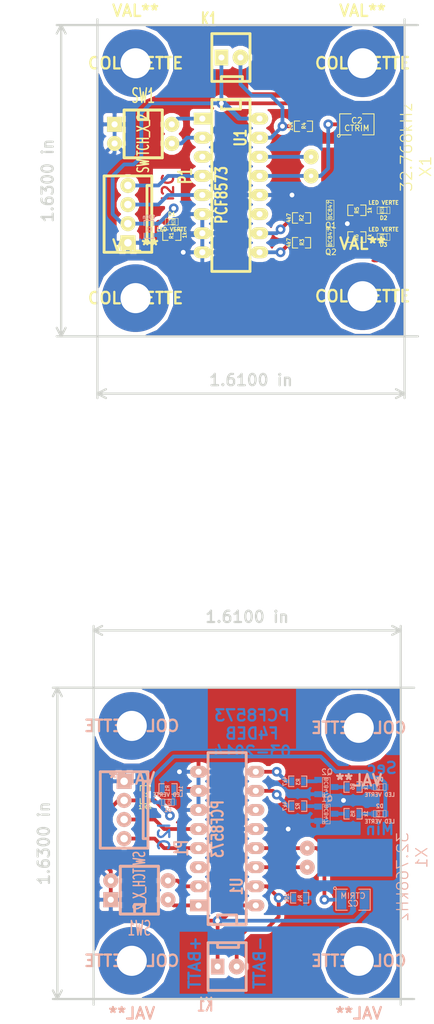
<source format=kicad_pcb>
(kicad_pcb (version 3) (host pcbnew "(2013-07-07 BZR 4022)-stable")

  (general
    (links 90)
    (no_connects 18)
    (area 23.496002 39.3446 81.851 170.7134)
    (thickness 1.6)
    (drawings 16)
    (tracks 264)
    (zones 0)
    (modules 44)
    (nets 19)
  )

  (page A4)
  (title_block 
    (title "PCF8573 BOARD")
    (rev V1-00)
    (company F4DEB)
    (comment 1 03-2014)
  )

  (layers
    (15 Dessus.Cu signal)
    (0 Dessous.Cu signal)
    (16 Dessous.Adhes user)
    (17 Dessus.Adhes user)
    (18 Dessous.Pate user)
    (19 Dessus.Pate user)
    (20 Dessous.SilkS user)
    (21 Dessus.SilkS user)
    (22 Dessous.Masque user)
    (23 Dessus.Masque user)
    (24 Dessin.User user)
    (25 Cmts.User user)
    (26 Eco1.User user)
    (27 Eco2.User user)
    (28 Contours.Ci user)
  )

  (setup
    (last_trace_width 0.5)
    (trace_clearance 0.254)
    (zone_clearance 0.508)
    (zone_45_only no)
    (trace_min 0.254)
    (segment_width 0.2)
    (edge_width 0.1)
    (via_size 1.3)
    (via_drill 0.635)
    (via_min_size 0.889)
    (via_min_drill 0.508)
    (uvia_size 0.508)
    (uvia_drill 0.127)
    (uvias_allowed no)
    (uvia_min_size 0.508)
    (uvia_min_drill 0.127)
    (pcb_text_width 0.3)
    (pcb_text_size 1.5 1.5)
    (mod_edge_width 0.15)
    (mod_text_size 1 1)
    (mod_text_width 0.15)
    (pad_size 2 2)
    (pad_drill 0.6)
    (pad_to_mask_clearance 0)
    (aux_axis_origin 0 0)
    (visible_elements 7FFFFFFF)
    (pcbplotparams
      (layerselection 3178497)
      (usegerberextensions true)
      (excludeedgelayer true)
      (linewidth 0.150000)
      (plotframeref false)
      (viasonmask false)
      (mode 1)
      (useauxorigin false)
      (hpglpennumber 1)
      (hpglpenspeed 20)
      (hpglpendiameter 15)
      (hpglpenoverlay 2)
      (psnegative false)
      (psa4output false)
      (plotreference true)
      (plotvalue true)
      (plotothertext true)
      (plotinvisibletext false)
      (padsonsilk false)
      (subtractmaskfromsilk false)
      (outputformat 1)
      (mirror false)
      (drillshape 1)
      (scaleselection 1)
      (outputdirectory ""))
  )

  (net 0 "")
  (net 1 +5VD)
  (net 2 GND)
  (net 3 N-0000010)
  (net 4 N-0000011)
  (net 5 N-0000012)
  (net 6 N-0000013)
  (net 7 N-0000014)
  (net 8 N-0000016)
  (net 9 N-0000017)
  (net 10 N-0000018)
  (net 11 N-0000019)
  (net 12 N-0000020)
  (net 13 N-000003)
  (net 14 N-000004)
  (net 15 N-000005)
  (net 16 N-000007)
  (net 17 N-000008)
  (net 18 N-000009)

  (net_class Default "Ceci est la Netclass par défaut"
    (clearance 0.254)
    (trace_width 0.5)
    (via_dia 1.3)
    (via_drill 0.635)
    (uvia_dia 0.508)
    (uvia_drill 0.127)
    (add_net "")
    (add_net +5VD)
    (add_net GND)
    (add_net N-0000010)
    (add_net N-0000011)
    (add_net N-0000012)
    (add_net N-0000013)
    (add_net N-0000014)
    (add_net N-0000016)
    (add_net N-0000017)
    (add_net N-0000018)
    (add_net N-0000019)
    (add_net N-0000020)
    (add_net N-000003)
    (add_net N-000004)
    (add_net N-000005)
    (add_net N-000007)
    (add_net N-000008)
    (add_net N-000009)
  )

  (module COLONETTE (layer Dessous.Cu) (tedit 4FCFB52D) (tstamp 5330A0D8)
    (at 71.882 135.89)
    (fp_text reference COLONETTE (at 0 0) (layer Dessous.SilkS)
      (effects (font (size 1.524 1.524) (thickness 0.3048)) (justify mirror))
    )
    (fp_text value VAL** (at 0 6.985) (layer Dessous.SilkS)
      (effects (font (size 1.524 1.524) (thickness 0.3048)) (justify mirror))
    )
    (pad 1 thru_hole circle (at 0 0) (size 8.99922 8.99922) (drill 4.0005)
      (layers *.Cu)
    )
    (model ../../git-f4deb-cen-electronic-library/wings/Colonette1.wrl
      (at (xyz 0 0 0))
      (scale (xyz 1 1 1))
      (rotate (xyz 0 0 0))
    )
  )

  (module COLONETTE (layer Dessous.Cu) (tedit 4FCFB52D) (tstamp 5330A0D4)
    (at 41.656 135.636)
    (fp_text reference COLONETTE (at 0 0) (layer Dessous.SilkS)
      (effects (font (size 1.524 1.524) (thickness 0.3048)) (justify mirror))
    )
    (fp_text value VAL** (at 0 6.985) (layer Dessous.SilkS)
      (effects (font (size 1.524 1.524) (thickness 0.3048)) (justify mirror))
    )
    (pad 1 thru_hole circle (at 0 0) (size 8.99922 8.99922) (drill 4.0005)
      (layers *.Cu)
    )
    (model ../../git-f4deb-cen-electronic-library/wings/Colonette1.wrl
      (at (xyz 0 0 0))
      (scale (xyz 1 1 1))
      (rotate (xyz 0 0 0))
    )
  )

  (module COLONETTE (layer Dessous.Cu) (tedit 4FCFB52D) (tstamp 5330A0D0)
    (at 71.882 166.878)
    (fp_text reference COLONETTE (at 0 0) (layer Dessous.SilkS)
      (effects (font (size 1.524 1.524) (thickness 0.3048)) (justify mirror))
    )
    (fp_text value VAL** (at 0 6.985) (layer Dessous.SilkS)
      (effects (font (size 1.524 1.524) (thickness 0.3048)) (justify mirror))
    )
    (pad 1 thru_hole circle (at 0 0) (size 8.99922 8.99922) (drill 4.0005)
      (layers *.Cu)
    )
    (model ../../git-f4deb-cen-electronic-library/wings/Colonette1.wrl
      (at (xyz 0 0 0))
      (scale (xyz 1 1 1))
      (rotate (xyz 0 0 0))
    )
  )

  (module COLONETTE (layer Dessous.Cu) (tedit 4FCFB52D) (tstamp 5330A0CC)
    (at 41.656 166.878)
    (fp_text reference COLONETTE (at 0 0) (layer Dessous.SilkS)
      (effects (font (size 1.524 1.524) (thickness 0.3048)) (justify mirror))
    )
    (fp_text value VAL** (at 0 6.985) (layer Dessous.SilkS)
      (effects (font (size 1.524 1.524) (thickness 0.3048)) (justify mirror))
    )
    (pad 1 thru_hole circle (at 0 0) (size 8.99922 8.99922) (drill 4.0005)
      (layers *.Cu)
    )
    (model ../../git-f4deb-cen-electronic-library/wings/Colonette1.wrl
      (at (xyz 0 0 0))
      (scale (xyz 1 1 1))
      (rotate (xyz 0 0 0))
    )
  )

  (module DIP-16__300_ELL (layer Dessous.Cu) (tedit 200000) (tstamp 5330A0B1)
    (at 54.356 150.622 90)
    (descr "16 pins DIL package, elliptical pads")
    (tags DIL)
    (path /532F3517)
    (fp_text reference U1 (at -6.35 1.27 90) (layer Dessous.SilkS)
      (effects (font (size 1.524 1.143) (thickness 0.3048)) (justify mirror))
    )
    (fp_text value PCF8573 (at 1.27 -1.27 90) (layer Dessous.SilkS)
      (effects (font (size 1.524 1.143) (thickness 0.3048)) (justify mirror))
    )
    (fp_line (start -11.43 1.27) (end -11.43 1.27) (layer Dessous.SilkS) (width 0.381))
    (fp_line (start -11.43 1.27) (end -10.16 1.27) (layer Dessous.SilkS) (width 0.381))
    (fp_line (start -10.16 1.27) (end -10.16 -1.27) (layer Dessous.SilkS) (width 0.381))
    (fp_line (start -10.16 -1.27) (end -11.43 -1.27) (layer Dessous.SilkS) (width 0.381))
    (fp_line (start -11.43 2.54) (end 11.43 2.54) (layer Dessous.SilkS) (width 0.381))
    (fp_line (start 11.43 2.54) (end 11.43 -2.54) (layer Dessous.SilkS) (width 0.381))
    (fp_line (start 11.43 -2.54) (end -11.43 -2.54) (layer Dessous.SilkS) (width 0.381))
    (fp_line (start -11.43 -2.54) (end -11.43 2.54) (layer Dessous.SilkS) (width 0.381))
    (pad 1 thru_hole rect (at -8.89 -3.81 90) (size 1.5748 2.286) (drill 0.8128)
      (layers *.Cu *.Mask Dessous.SilkS)
      (net 4 N-0000011)
    )
    (pad 2 thru_hole oval (at -6.35 -3.81 90) (size 1.5748 2.286) (drill 0.8128)
      (layers *.Cu *.Mask Dessous.SilkS)
      (net 5 N-0000012)
    )
    (pad 3 thru_hole oval (at -3.81 -3.81 90) (size 1.5748 2.286) (drill 0.8128)
      (layers *.Cu *.Mask Dessous.SilkS)
    )
    (pad 4 thru_hole oval (at -1.27 -3.81 90) (size 1.5748 2.286) (drill 0.8128)
      (layers *.Cu *.Mask Dessous.SilkS)
      (net 18 N-000009)
    )
    (pad 5 thru_hole oval (at 1.27 -3.81 90) (size 1.5748 2.286) (drill 0.8128)
      (layers *.Cu *.Mask Dessous.SilkS)
      (net 3 N-0000010)
    )
    (pad 6 thru_hole oval (at 3.81 -3.81 90) (size 1.5748 2.286) (drill 0.8128)
      (layers *.Cu *.Mask Dessous.SilkS)
      (net 2 GND)
    )
    (pad 7 thru_hole oval (at 6.35 -3.81 90) (size 1.5748 2.286) (drill 0.8128)
      (layers *.Cu *.Mask Dessous.SilkS)
      (net 2 GND)
    )
    (pad 8 thru_hole oval (at 8.89 -3.81 90) (size 1.5748 2.286) (drill 0.8128)
      (layers *.Cu *.Mask Dessous.SilkS)
      (net 2 GND)
    )
    (pad 9 thru_hole oval (at 8.89 3.81 90) (size 1.5748 2.286) (drill 0.8128)
      (layers *.Cu *.Mask Dessous.SilkS)
      (net 6 N-0000013)
    )
    (pad 10 thru_hole oval (at 6.35 3.81 90) (size 1.5748 2.286) (drill 0.8128)
      (layers *.Cu *.Mask Dessous.SilkS)
      (net 7 N-0000014)
    )
    (pad 11 thru_hole oval (at 3.81 3.81 90) (size 1.5748 2.286) (drill 0.8128)
      (layers *.Cu *.Mask Dessous.SilkS)
    )
    (pad 12 thru_hole oval (at 1.27 3.81 90) (size 1.5748 2.286) (drill 0.8128)
      (layers *.Cu *.Mask Dessous.SilkS)
      (net 2 GND)
    )
    (pad 13 thru_hole oval (at -1.27 3.81 90) (size 1.5748 2.286) (drill 0.8128)
      (layers *.Cu *.Mask Dessous.SilkS)
      (net 14 N-000004)
    )
    (pad 14 thru_hole oval (at -3.81 3.81 90) (size 1.5748 2.286) (drill 0.8128)
      (layers *.Cu *.Mask Dessous.SilkS)
      (net 13 N-000003)
    )
    (pad 15 thru_hole oval (at -6.35 3.81 90) (size 1.5748 2.286) (drill 0.8128)
      (layers *.Cu *.Mask Dessous.SilkS)
      (net 15 N-000005)
    )
    (pad 16 thru_hole oval (at -8.89 3.81 90) (size 1.5748 2.286) (drill 0.8128)
      (layers *.Cu *.Mask Dessous.SilkS)
      (net 1 +5VD)
    )
    (model dil/dil_16.wrl
      (at (xyz 0 0 0))
      (scale (xyz 1 1 1))
      (rotate (xyz 0 0 0))
    )
  )

  (module DIP-4__300 (layer Dessous.Cu) (tedit 53309F75) (tstamp 5330A0A1)
    (at 42.672 156.21 90)
    (descr "6 pins DIL package, round pads")
    (tags DIL)
    (path /532F3CEF)
    (fp_text reference SW1 (at -6.35 0 360) (layer Dessous.SilkS)
      (effects (font (size 1.905 1.016) (thickness 0.2032)) (justify mirror))
    )
    (fp_text value SWITCH_X_2 (at 0 0 90) (layer Dessous.SilkS)
      (effects (font (size 1.524 0.889) (thickness 0.2032)) (justify mirror))
    )
    (fp_line (start -4.445 -2.54) (end -4.445 2.54) (layer Dessous.SilkS) (width 0.4))
    (fp_line (start -4.445 -2.54) (end 1.905 -2.54) (layer Dessous.SilkS) (width 0.4))
    (fp_line (start 1.905 -2.54) (end 1.905 2.54) (layer Dessous.SilkS) (width 0.4))
    (fp_line (start -4.445 2.54) (end 1.905 2.54) (layer Dessous.SilkS) (width 0.4))
    (fp_line (start 1.905 2.54) (end 1.905 -2.54) (layer Dessous.SilkS) (width 0.381))
    (fp_line (start -4.445 -2.54) (end -4.445 2.54) (layer Dessous.SilkS) (width 0.381))
    (fp_line (start -4.445 0.635) (end -3.175 0.635) (layer Dessous.SilkS) (width 0.381))
    (fp_line (start -3.175 0.635) (end -3.175 -0.635) (layer Dessous.SilkS) (width 0.381))
    (fp_line (start -3.175 -0.635) (end -4.445 -0.635) (layer Dessous.SilkS) (width 0.381))
    (pad 1 thru_hole rect (at -2.54 -3.81 90) (size 2 2) (drill 0.8128)
      (layers *.Cu *.Mask Dessous.SilkS)
      (net 2 GND)
    )
    (pad 2 thru_hole circle (at 0 -3.81 90) (size 2 2) (drill 0.8128)
      (layers *.Cu *.Mask Dessous.SilkS)
      (net 2 GND)
    )
    (pad 3 thru_hole circle (at 0 3.81 90) (size 2 2) (drill 0.8128)
      (layers *.Cu *.Mask Dessous.SilkS)
      (net 5 N-0000012)
    )
    (pad 4 thru_hole circle (at -2.54 3.81 90) (size 2 2) (drill 0.8128)
      (layers *.Cu *.Mask Dessous.SilkS)
      (net 4 N-0000011)
    )
    (model ../../git-f4deb-cen-electronic-library/wings/dips-ds02.wrl
      (at (xyz 0 0 0))
      (scale (xyz 1 1 1))
      (rotate (xyz 0 0 0))
    )
  )

  (module KK-2 (layer Dessous.Cu) (tedit 4B844130) (tstamp 5330A094)
    (at 55.626 167.64 180)
    (descr "Connecteur 4 pibs")
    (tags "CONN DEV")
    (path /532F400B)
    (fp_text reference K1 (at 4.191 -5.08 180) (layer Dessous.SilkS)
      (effects (font (size 1.73482 1.08712) (thickness 0.27178)) (justify mirror))
    )
    (fp_text value CONN_2 (at -5.08 5.08 180) (layer Dessous.SilkS) hide
      (effects (font (size 1.524 1.016) (thickness 0.3048)) (justify mirror))
    )
    (fp_line (start -0.254 2.54) (end -0.254 3.048) (layer Dessous.SilkS) (width 0.381))
    (fp_line (start -1.27 3.175) (end 3.81 3.175) (layer Dessous.SilkS) (width 0.381))
    (fp_line (start -1.27 3.175) (end -1.27 -3.175) (layer Dessous.SilkS) (width 0.381))
    (fp_line (start -1.27 -3.175) (end 3.175 -3.175) (layer Dessous.SilkS) (width 0.381))
    (fp_line (start 3.175 -3.175) (end 3.81 -3.175) (layer Dessous.SilkS) (width 0.381))
    (fp_line (start 2.54 2.54) (end -0.254 2.54) (layer Dessous.SilkS) (width 0.381))
    (fp_line (start 2.54 2.54) (end 2.54 3.175) (layer Dessous.SilkS) (width 0.381))
    (fp_line (start 3.81 3.175) (end 3.81 -3.175) (layer Dessous.SilkS) (width 0.381))
    (pad 1 thru_hole rect (at 2.54 0 180) (size 1.80086 2.10058) (drill 0.8001)
      (layers *.Cu *.Mask Dessous.SilkS)
      (net 1 +5VD)
    )
    (pad 2 thru_hole circle (at 0 0 180) (size 2.10058 2.10058) (drill 0.8001)
      (layers *.Cu *.Mask Dessous.SilkS)
      (net 15 N-000005)
    )
    (model ../../git-f4deb-cen-electronic-library/wings/KK-2.wrl
      (at (xyz 0 0 0))
      (scale (xyz 1 1 1))
      (rotate (xyz 0 0 0))
    )
  )

  (module KK-4 (layer Dessous.Cu) (tedit 53309F7B) (tstamp 5330A086)
    (at 40.64 150.622 90)
    (descr "Connecteur 4 pibs")
    (tags "CONN DEV")
    (path /532F274C)
    (fp_text reference P1 (at -1.27 7.62 90) (layer Dessous.SilkS)
      (effects (font (size 1.73482 1.08712) (thickness 0.27178)) (justify mirror))
    )
    (fp_text value CONN_4 (at -5.08 5.08 90) (layer Dessous.SilkS) hide
      (effects (font (size 1.524 1.016) (thickness 0.3048)) (justify mirror))
    )
    (fp_line (start 7.62 3.175) (end 7.62 2.54) (layer Dessous.SilkS) (width 0.381))
    (fp_line (start 7.62 2.54) (end 0 2.54) (layer Dessous.SilkS) (width 0.381))
    (fp_line (start 0 2.54) (end 0 3.175) (layer Dessous.SilkS) (width 0.381))
    (fp_line (start -1.27 -3.175) (end 8.89 -3.175) (layer Dessous.SilkS) (width 0.381))
    (fp_line (start 8.89 -3.175) (end 8.89 3.175) (layer Dessous.SilkS) (width 0.381))
    (fp_line (start 8.89 3.175) (end -1.27 3.175) (layer Dessous.SilkS) (width 0.381))
    (fp_line (start -1.27 3.175) (end -1.27 -3.175) (layer Dessous.SilkS) (width 0.381))
    (pad 1 thru_hole rect (at 7.62 0 90) (size 1.99898 1.99898) (drill 1.00076)
      (layers *.Cu *.Mask Dessous.SilkS)
      (net 2 GND)
    )
    (pad 2 thru_hole circle (at 5.08 0 90) (size 1.99898 1.99898) (drill 1.00076)
      (layers *.Cu *.Mask Dessous.SilkS)
      (net 1 +5VD)
    )
    (pad 3 thru_hole circle (at 2.54 0 90) (size 1.99898 1.99898) (drill 1.00076)
      (layers *.Cu *.Mask Dessous.SilkS)
      (net 3 N-0000010)
    )
    (pad 4 thru_hole circle (at 0 0 90) (size 1.99898 1.99898) (drill 1.00076)
      (layers *.Cu *.Mask Dessous.SilkS)
      (net 18 N-000009)
    )
    (model ../../git-f4deb-cen-electronic-library/wings/KK-4.wrl
      (at (xyz 0 0 0))
      (scale (xyz 1 1 1))
      (rotate (xyz 0 0 0))
    )
  )

  (module LED-0603 (layer Dessous.Cu) (tedit 4E16AFB4) (tstamp 5330A06B)
    (at 74.676 143.764 180)
    (descr "LED 0603 smd package")
    (tags "LED led 0603 SMD smd SMT smt smdled SMDLED smtled SMTLED")
    (path /532F3E89)
    (attr smd)
    (fp_text reference D3 (at 0 1.016 180) (layer Dessous.SilkS)
      (effects (font (size 0.508 0.508) (thickness 0.127)) (justify mirror))
    )
    (fp_text value "LED VERTE" (at 0 -1.016 180) (layer Dessous.SilkS)
      (effects (font (size 0.508 0.508) (thickness 0.127)) (justify mirror))
    )
    (fp_line (start 0.44958 0.44958) (end 0.44958 -0.44958) (layer Dessous.SilkS) (width 0.06604))
    (fp_line (start 0.44958 -0.44958) (end 0.84836 -0.44958) (layer Dessous.SilkS) (width 0.06604))
    (fp_line (start 0.84836 0.44958) (end 0.84836 -0.44958) (layer Dessous.SilkS) (width 0.06604))
    (fp_line (start 0.44958 0.44958) (end 0.84836 0.44958) (layer Dessous.SilkS) (width 0.06604))
    (fp_line (start -0.84836 0.44958) (end -0.84836 -0.44958) (layer Dessous.SilkS) (width 0.06604))
    (fp_line (start -0.84836 -0.44958) (end -0.44958 -0.44958) (layer Dessous.SilkS) (width 0.06604))
    (fp_line (start -0.44958 0.44958) (end -0.44958 -0.44958) (layer Dessous.SilkS) (width 0.06604))
    (fp_line (start -0.84836 0.44958) (end -0.44958 0.44958) (layer Dessous.SilkS) (width 0.06604))
    (fp_line (start 0 0.44958) (end 0 0.29972) (layer Dessous.SilkS) (width 0.06604))
    (fp_line (start 0 0.29972) (end 0.29972 0.29972) (layer Dessous.SilkS) (width 0.06604))
    (fp_line (start 0.29972 0.44958) (end 0.29972 0.29972) (layer Dessous.SilkS) (width 0.06604))
    (fp_line (start 0 0.44958) (end 0.29972 0.44958) (layer Dessous.SilkS) (width 0.06604))
    (fp_line (start 0 -0.29972) (end 0 -0.44958) (layer Dessous.SilkS) (width 0.06604))
    (fp_line (start 0 -0.44958) (end 0.29972 -0.44958) (layer Dessous.SilkS) (width 0.06604))
    (fp_line (start 0.29972 -0.29972) (end 0.29972 -0.44958) (layer Dessous.SilkS) (width 0.06604))
    (fp_line (start 0 -0.29972) (end 0.29972 -0.29972) (layer Dessous.SilkS) (width 0.06604))
    (fp_line (start 0 0.14986) (end 0 -0.14986) (layer Dessous.SilkS) (width 0.06604))
    (fp_line (start 0 -0.14986) (end 0.29972 -0.14986) (layer Dessous.SilkS) (width 0.06604))
    (fp_line (start 0.29972 0.14986) (end 0.29972 -0.14986) (layer Dessous.SilkS) (width 0.06604))
    (fp_line (start 0 0.14986) (end 0.29972 0.14986) (layer Dessous.SilkS) (width 0.06604))
    (fp_line (start 0.44958 0.39878) (end -0.44958 0.39878) (layer Dessous.SilkS) (width 0.1016))
    (fp_line (start 0.44958 -0.39878) (end -0.44958 -0.39878) (layer Dessous.SilkS) (width 0.1016))
    (pad 1 smd rect (at -0.7493 0 180) (size 0.79756 0.79756)
      (layers Dessous.Cu Dessous.Pate Dessous.Masque)
      (net 1 +5VD)
    )
    (pad 2 smd rect (at 0.7493 0 180) (size 0.79756 0.79756)
      (layers Dessous.Cu Dessous.Pate Dessous.Masque)
      (net 10 N-0000018)
    )
    (model ../../git-f4deb-cen-electronic-library/wings/LED_0603_JAUNE.wrl
      (at (xyz 0 0 0))
      (scale (xyz 1 1 1))
      (rotate (xyz 0 0 0))
    )
  )

  (module LED-0603 (layer Dessous.Cu) (tedit 4E16AFB4) (tstamp 5330A050)
    (at 46.482 145.796)
    (descr "LED 0603 smd package")
    (tags "LED led 0603 SMD smd SMT smt smdled SMDLED smtled SMTLED")
    (path /532F435C)
    (attr smd)
    (fp_text reference D1 (at 0 1.016) (layer Dessous.SilkS)
      (effects (font (size 0.508 0.508) (thickness 0.127)) (justify mirror))
    )
    (fp_text value "LED VERTE" (at 0 -1.016) (layer Dessous.SilkS)
      (effects (font (size 0.508 0.508) (thickness 0.127)) (justify mirror))
    )
    (fp_line (start 0.44958 0.44958) (end 0.44958 -0.44958) (layer Dessous.SilkS) (width 0.06604))
    (fp_line (start 0.44958 -0.44958) (end 0.84836 -0.44958) (layer Dessous.SilkS) (width 0.06604))
    (fp_line (start 0.84836 0.44958) (end 0.84836 -0.44958) (layer Dessous.SilkS) (width 0.06604))
    (fp_line (start 0.44958 0.44958) (end 0.84836 0.44958) (layer Dessous.SilkS) (width 0.06604))
    (fp_line (start -0.84836 0.44958) (end -0.84836 -0.44958) (layer Dessous.SilkS) (width 0.06604))
    (fp_line (start -0.84836 -0.44958) (end -0.44958 -0.44958) (layer Dessous.SilkS) (width 0.06604))
    (fp_line (start -0.44958 0.44958) (end -0.44958 -0.44958) (layer Dessous.SilkS) (width 0.06604))
    (fp_line (start -0.84836 0.44958) (end -0.44958 0.44958) (layer Dessous.SilkS) (width 0.06604))
    (fp_line (start 0 0.44958) (end 0 0.29972) (layer Dessous.SilkS) (width 0.06604))
    (fp_line (start 0 0.29972) (end 0.29972 0.29972) (layer Dessous.SilkS) (width 0.06604))
    (fp_line (start 0.29972 0.44958) (end 0.29972 0.29972) (layer Dessous.SilkS) (width 0.06604))
    (fp_line (start 0 0.44958) (end 0.29972 0.44958) (layer Dessous.SilkS) (width 0.06604))
    (fp_line (start 0 -0.29972) (end 0 -0.44958) (layer Dessous.SilkS) (width 0.06604))
    (fp_line (start 0 -0.44958) (end 0.29972 -0.44958) (layer Dessous.SilkS) (width 0.06604))
    (fp_line (start 0.29972 -0.29972) (end 0.29972 -0.44958) (layer Dessous.SilkS) (width 0.06604))
    (fp_line (start 0 -0.29972) (end 0.29972 -0.29972) (layer Dessous.SilkS) (width 0.06604))
    (fp_line (start 0 0.14986) (end 0 -0.14986) (layer Dessous.SilkS) (width 0.06604))
    (fp_line (start 0 -0.14986) (end 0.29972 -0.14986) (layer Dessous.SilkS) (width 0.06604))
    (fp_line (start 0.29972 0.14986) (end 0.29972 -0.14986) (layer Dessous.SilkS) (width 0.06604))
    (fp_line (start 0 0.14986) (end 0.29972 0.14986) (layer Dessous.SilkS) (width 0.06604))
    (fp_line (start 0.44958 0.39878) (end -0.44958 0.39878) (layer Dessous.SilkS) (width 0.1016))
    (fp_line (start 0.44958 -0.39878) (end -0.44958 -0.39878) (layer Dessous.SilkS) (width 0.1016))
    (pad 1 smd rect (at -0.7493 0) (size 0.79756 0.79756)
      (layers Dessous.Cu Dessous.Pate Dessous.Masque)
      (net 1 +5VD)
    )
    (pad 2 smd rect (at 0.7493 0) (size 0.79756 0.79756)
      (layers Dessous.Cu Dessous.Pate Dessous.Masque)
      (net 16 N-000007)
    )
    (model ../../git-f4deb-cen-electronic-library/wings/LED_0603_VERT.wrl
      (at (xyz 0 0 0))
      (scale (xyz 1 1 1))
      (rotate (xyz 0 0 0))
    )
  )

  (module LED-0603 (layer Dessous.Cu) (tedit 4E16AFB4) (tstamp 5330A035)
    (at 74.676 147.32 180)
    (descr "LED 0603 smd package")
    (tags "LED led 0603 SMD smd SMT smt smdled SMDLED smtled SMTLED")
    (path /532F3E7A)
    (attr smd)
    (fp_text reference D2 (at 0 1.016 180) (layer Dessous.SilkS)
      (effects (font (size 0.508 0.508) (thickness 0.127)) (justify mirror))
    )
    (fp_text value "LED VERTE" (at 0 -1.016 180) (layer Dessous.SilkS)
      (effects (font (size 0.508 0.508) (thickness 0.127)) (justify mirror))
    )
    (fp_line (start 0.44958 0.44958) (end 0.44958 -0.44958) (layer Dessous.SilkS) (width 0.06604))
    (fp_line (start 0.44958 -0.44958) (end 0.84836 -0.44958) (layer Dessous.SilkS) (width 0.06604))
    (fp_line (start 0.84836 0.44958) (end 0.84836 -0.44958) (layer Dessous.SilkS) (width 0.06604))
    (fp_line (start 0.44958 0.44958) (end 0.84836 0.44958) (layer Dessous.SilkS) (width 0.06604))
    (fp_line (start -0.84836 0.44958) (end -0.84836 -0.44958) (layer Dessous.SilkS) (width 0.06604))
    (fp_line (start -0.84836 -0.44958) (end -0.44958 -0.44958) (layer Dessous.SilkS) (width 0.06604))
    (fp_line (start -0.44958 0.44958) (end -0.44958 -0.44958) (layer Dessous.SilkS) (width 0.06604))
    (fp_line (start -0.84836 0.44958) (end -0.44958 0.44958) (layer Dessous.SilkS) (width 0.06604))
    (fp_line (start 0 0.44958) (end 0 0.29972) (layer Dessous.SilkS) (width 0.06604))
    (fp_line (start 0 0.29972) (end 0.29972 0.29972) (layer Dessous.SilkS) (width 0.06604))
    (fp_line (start 0.29972 0.44958) (end 0.29972 0.29972) (layer Dessous.SilkS) (width 0.06604))
    (fp_line (start 0 0.44958) (end 0.29972 0.44958) (layer Dessous.SilkS) (width 0.06604))
    (fp_line (start 0 -0.29972) (end 0 -0.44958) (layer Dessous.SilkS) (width 0.06604))
    (fp_line (start 0 -0.44958) (end 0.29972 -0.44958) (layer Dessous.SilkS) (width 0.06604))
    (fp_line (start 0.29972 -0.29972) (end 0.29972 -0.44958) (layer Dessous.SilkS) (width 0.06604))
    (fp_line (start 0 -0.29972) (end 0.29972 -0.29972) (layer Dessous.SilkS) (width 0.06604))
    (fp_line (start 0 0.14986) (end 0 -0.14986) (layer Dessous.SilkS) (width 0.06604))
    (fp_line (start 0 -0.14986) (end 0.29972 -0.14986) (layer Dessous.SilkS) (width 0.06604))
    (fp_line (start 0.29972 0.14986) (end 0.29972 -0.14986) (layer Dessous.SilkS) (width 0.06604))
    (fp_line (start 0 0.14986) (end 0.29972 0.14986) (layer Dessous.SilkS) (width 0.06604))
    (fp_line (start 0.44958 0.39878) (end -0.44958 0.39878) (layer Dessous.SilkS) (width 0.1016))
    (fp_line (start 0.44958 -0.39878) (end -0.44958 -0.39878) (layer Dessous.SilkS) (width 0.1016))
    (pad 1 smd rect (at -0.7493 0 180) (size 0.79756 0.79756)
      (layers Dessous.Cu Dessous.Pate Dessous.Masque)
      (net 1 +5VD)
    )
    (pad 2 smd rect (at 0.7493 0 180) (size 0.79756 0.79756)
      (layers Dessous.Cu Dessous.Pate Dessous.Masque)
      (net 9 N-0000017)
    )
    (model ../../git-f4deb-cen-electronic-library/wings/LED_0603_JAUNE.wrl
      (at (xyz 0 0 0))
      (scale (xyz 1 1 1))
      (rotate (xyz 0 0 0))
    )
  )

  (module QTZ32KHZ (layer Dessous.Cu) (tedit 53309F89) (tstamp 5330A02F)
    (at 67.564 154.432 90)
    (path /532F4175)
    (fp_text reference X1 (at 1.27 12.7 90) (layer Dessous.SilkS)
      (effects (font (size 1.5 1.5) (thickness 0.15)) (justify mirror))
    )
    (fp_text value 32.768kHz (at -1.27 10.16 90) (layer Dessous.SilkS)
      (effects (font (size 1.5 1.5) (thickness 0.15)) (justify mirror))
    )
    (pad 1 thru_hole circle (at 0 -2.54 90) (size 2 2) (drill 0.6)
      (layers *.Cu *.Mask Dessous.SilkS)
      (net 13 N-000003)
    )
    (pad 2 thru_hole circle (at 2.54 -2.54 90) (size 2 2) (drill 0.6)
      (layers *.Cu *.Mask Dessous.SilkS)
      (net 14 N-000004)
    )
    (pad 3 smd rect (at 1.27 3.81 90) (size 5 10)
      (layers Dessous.Cu Dessous.Pate Dessous.Masque)
    )
  )

  (module SM0603_Capa (layer Dessus.Cu) (tedit 5051B1EC) (tstamp 5330A024)
    (at 43.434 144.78 90)
    (path /532F443D)
    (attr smd)
    (fp_text reference C1 (at 0 0 180) (layer Dessus.SilkS)
      (effects (font (size 0.508 0.4572) (thickness 0.1143)))
    )
    (fp_text value 100n (at -1.651 0 180) (layer Dessus.SilkS)
      (effects (font (size 0.508 0.4572) (thickness 0.1143)))
    )
    (fp_line (start 0.50038 0.65024) (end 1.19888 0.65024) (layer Dessus.SilkS) (width 0.11938))
    (fp_line (start -0.50038 0.65024) (end -1.19888 0.65024) (layer Dessus.SilkS) (width 0.11938))
    (fp_line (start 0.50038 -0.65024) (end 1.19888 -0.65024) (layer Dessus.SilkS) (width 0.11938))
    (fp_line (start -1.19888 -0.65024) (end -0.50038 -0.65024) (layer Dessus.SilkS) (width 0.11938))
    (fp_line (start 1.19888 -0.635) (end 1.19888 0.635) (layer Dessus.SilkS) (width 0.11938))
    (fp_line (start -1.19888 0.635) (end -1.19888 -0.635) (layer Dessus.SilkS) (width 0.11938))
    (pad 1 smd rect (at -0.762 0 90) (size 0.635 1.143)
      (layers Dessus.Cu Dessus.Pate Dessus.Masque)
      (net 1 +5VD)
    )
    (pad 2 smd rect (at 0.762 0 90) (size 0.635 1.143)
      (layers Dessus.Cu Dessus.Pate Dessus.Masque)
      (net 2 GND)
    )
    (model smd\capacitors\C0603.wrl
      (at (xyz 0 0 0.001))
      (scale (xyz 0.5 0.5 0.5))
      (rotate (xyz 0 0 0))
    )
  )

  (module SM0603_Resistor (layer Dessous.Cu) (tedit 5051B21B) (tstamp 5330A019)
    (at 64.008 158.496)
    (path /532F3FF1)
    (attr smd)
    (fp_text reference R4 (at 0.0635 0.0635 270) (layer Dessous.SilkS)
      (effects (font (size 0.50038 0.4572) (thickness 0.1143)) (justify mirror))
    )
    (fp_text value 10k (at -1.69926 0 270) (layer Dessous.SilkS)
      (effects (font (size 0.508 0.4572) (thickness 0.1143)) (justify mirror))
    )
    (fp_line (start -0.50038 0.6985) (end -1.2065 0.6985) (layer Dessous.SilkS) (width 0.127))
    (fp_line (start -1.2065 0.6985) (end -1.2065 -0.6985) (layer Dessous.SilkS) (width 0.127))
    (fp_line (start -1.2065 -0.6985) (end -0.50038 -0.6985) (layer Dessous.SilkS) (width 0.127))
    (fp_line (start 1.2065 0.6985) (end 0.50038 0.6985) (layer Dessous.SilkS) (width 0.127))
    (fp_line (start 1.2065 0.6985) (end 1.2065 -0.6985) (layer Dessous.SilkS) (width 0.127))
    (fp_line (start 1.2065 -0.6985) (end 0.50038 -0.6985) (layer Dessous.SilkS) (width 0.127))
    (pad 1 smd rect (at -0.762 0) (size 0.635 1.143)
      (layers Dessous.Cu Dessous.Pate Dessous.Masque)
      (net 15 N-000005)
    )
    (pad 2 smd rect (at 0.762 0) (size 0.635 1.143)
      (layers Dessous.Cu Dessous.Pate Dessous.Masque)
      (net 2 GND)
    )
    (model smd\resistors\R0603.wrl
      (at (xyz 0 0 0.001))
      (scale (xyz 0.5 0.5 0.5))
      (rotate (xyz 0 0 0))
    )
  )

  (module SM0603_Resistor (layer Dessous.Cu) (tedit 5051B21B) (tstamp 5330A00E)
    (at 46.482 144.018 180)
    (path /532F4343)
    (attr smd)
    (fp_text reference R1 (at 0.0635 0.0635 450) (layer Dessous.SilkS)
      (effects (font (size 0.50038 0.4572) (thickness 0.1143)) (justify mirror))
    )
    (fp_text value 1k (at -1.69926 0 450) (layer Dessous.SilkS)
      (effects (font (size 0.508 0.4572) (thickness 0.1143)) (justify mirror))
    )
    (fp_line (start -0.50038 0.6985) (end -1.2065 0.6985) (layer Dessous.SilkS) (width 0.127))
    (fp_line (start -1.2065 0.6985) (end -1.2065 -0.6985) (layer Dessous.SilkS) (width 0.127))
    (fp_line (start -1.2065 -0.6985) (end -0.50038 -0.6985) (layer Dessous.SilkS) (width 0.127))
    (fp_line (start 1.2065 0.6985) (end 0.50038 0.6985) (layer Dessous.SilkS) (width 0.127))
    (fp_line (start 1.2065 0.6985) (end 1.2065 -0.6985) (layer Dessous.SilkS) (width 0.127))
    (fp_line (start 1.2065 -0.6985) (end 0.50038 -0.6985) (layer Dessous.SilkS) (width 0.127))
    (pad 1 smd rect (at -0.762 0 180) (size 0.635 1.143)
      (layers Dessous.Cu Dessous.Pate Dessous.Masque)
      (net 16 N-000007)
    )
    (pad 2 smd rect (at 0.762 0 180) (size 0.635 1.143)
      (layers Dessous.Cu Dessous.Pate Dessous.Masque)
      (net 2 GND)
    )
    (model smd\resistors\R0603.wrl
      (at (xyz 0 0 0.001))
      (scale (xyz 0.5 0.5 0.5))
      (rotate (xyz 0 0 0))
    )
  )

  (module SM0603_Resistor (layer Dessous.Cu) (tedit 5051B21B) (tstamp 5330A003)
    (at 71.12 143.764 180)
    (path /532F3E6B)
    (attr smd)
    (fp_text reference R6 (at 0.0635 0.0635 450) (layer Dessous.SilkS)
      (effects (font (size 0.50038 0.4572) (thickness 0.1143)) (justify mirror))
    )
    (fp_text value 1k (at -1.69926 0 450) (layer Dessous.SilkS)
      (effects (font (size 0.508 0.4572) (thickness 0.1143)) (justify mirror))
    )
    (fp_line (start -0.50038 0.6985) (end -1.2065 0.6985) (layer Dessous.SilkS) (width 0.127))
    (fp_line (start -1.2065 0.6985) (end -1.2065 -0.6985) (layer Dessous.SilkS) (width 0.127))
    (fp_line (start -1.2065 -0.6985) (end -0.50038 -0.6985) (layer Dessous.SilkS) (width 0.127))
    (fp_line (start 1.2065 0.6985) (end 0.50038 0.6985) (layer Dessous.SilkS) (width 0.127))
    (fp_line (start 1.2065 0.6985) (end 1.2065 -0.6985) (layer Dessous.SilkS) (width 0.127))
    (fp_line (start 1.2065 -0.6985) (end 0.50038 -0.6985) (layer Dessous.SilkS) (width 0.127))
    (pad 1 smd rect (at -0.762 0 180) (size 0.635 1.143)
      (layers Dessous.Cu Dessous.Pate Dessous.Masque)
      (net 10 N-0000018)
    )
    (pad 2 smd rect (at 0.762 0 180) (size 0.635 1.143)
      (layers Dessous.Cu Dessous.Pate Dessous.Masque)
      (net 17 N-000008)
    )
    (model smd\resistors\R0603.wrl
      (at (xyz 0 0 0.001))
      (scale (xyz 0.5 0.5 0.5))
      (rotate (xyz 0 0 0))
    )
  )

  (module SM0603_Resistor (layer Dessous.Cu) (tedit 532F511E) (tstamp 53309FF8)
    (at 71.12 147.32 180)
    (path /532F3E52)
    (attr smd)
    (fp_text reference R5 (at 0 0 450) (layer Dessous.SilkS)
      (effects (font (size 0.50038 0.4572) (thickness 0.1143)) (justify mirror))
    )
    (fp_text value 1k (at -1.69926 0 450) (layer Dessous.SilkS)
      (effects (font (size 0.508 0.4572) (thickness 0.1143)) (justify mirror))
    )
    (fp_line (start -0.50038 0.6985) (end -1.2065 0.6985) (layer Dessous.SilkS) (width 0.127))
    (fp_line (start -1.2065 0.6985) (end -1.2065 -0.6985) (layer Dessous.SilkS) (width 0.127))
    (fp_line (start -1.2065 -0.6985) (end -0.50038 -0.6985) (layer Dessous.SilkS) (width 0.127))
    (fp_line (start 1.2065 0.6985) (end 0.50038 0.6985) (layer Dessous.SilkS) (width 0.127))
    (fp_line (start 1.2065 0.6985) (end 1.2065 -0.6985) (layer Dessous.SilkS) (width 0.127))
    (fp_line (start 1.2065 -0.6985) (end 0.50038 -0.6985) (layer Dessous.SilkS) (width 0.127))
    (pad 1 smd rect (at -0.762 0 180) (size 0.635 1.143)
      (layers Dessous.Cu Dessous.Pate Dessous.Masque)
      (net 9 N-0000017)
    )
    (pad 2 smd rect (at 0.762 0 180) (size 0.635 1.143)
      (layers Dessous.Cu Dessous.Pate Dessous.Masque)
      (net 8 N-0000016)
    )
    (model smd\resistors\R0603.wrl
      (at (xyz 0 0 0.001))
      (scale (xyz 0.5 0.5 0.5))
      (rotate (xyz 0 0 0))
    )
  )

  (module SM0603_Resistor (layer Dessous.Cu) (tedit 5051B21B) (tstamp 53309FED)
    (at 63.754 143.002)
    (path /532F3D77)
    (attr smd)
    (fp_text reference R3 (at 0.0635 0.0635 270) (layer Dessous.SilkS)
      (effects (font (size 0.50038 0.4572) (thickness 0.1143)) (justify mirror))
    )
    (fp_text value 4k7 (at -1.69926 0 270) (layer Dessous.SilkS)
      (effects (font (size 0.508 0.4572) (thickness 0.1143)) (justify mirror))
    )
    (fp_line (start -0.50038 0.6985) (end -1.2065 0.6985) (layer Dessous.SilkS) (width 0.127))
    (fp_line (start -1.2065 0.6985) (end -1.2065 -0.6985) (layer Dessous.SilkS) (width 0.127))
    (fp_line (start -1.2065 -0.6985) (end -0.50038 -0.6985) (layer Dessous.SilkS) (width 0.127))
    (fp_line (start 1.2065 0.6985) (end 0.50038 0.6985) (layer Dessous.SilkS) (width 0.127))
    (fp_line (start 1.2065 0.6985) (end 1.2065 -0.6985) (layer Dessous.SilkS) (width 0.127))
    (fp_line (start 1.2065 -0.6985) (end 0.50038 -0.6985) (layer Dessous.SilkS) (width 0.127))
    (pad 1 smd rect (at -0.762 0) (size 0.635 1.143)
      (layers Dessous.Cu Dessous.Pate Dessous.Masque)
      (net 6 N-0000013)
    )
    (pad 2 smd rect (at 0.762 0) (size 0.635 1.143)
      (layers Dessous.Cu Dessous.Pate Dessous.Masque)
      (net 12 N-0000020)
    )
    (model smd\resistors\R0603.wrl
      (at (xyz 0 0 0.001))
      (scale (xyz 0.5 0.5 0.5))
      (rotate (xyz 0 0 0))
    )
  )

  (module SM0603_Resistor (layer Dessous.Cu) (tedit 532F50EB) (tstamp 53309FE2)
    (at 63.754 146.304)
    (path /532F3D68)
    (attr smd)
    (fp_text reference R2 (at 0 0 270) (layer Dessous.SilkS)
      (effects (font (size 0.50038 0.4572) (thickness 0.1143)) (justify mirror))
    )
    (fp_text value 4k7 (at -1.69926 0 270) (layer Dessous.SilkS)
      (effects (font (size 0.508 0.4572) (thickness 0.1143)) (justify mirror))
    )
    (fp_line (start -0.50038 0.6985) (end -1.2065 0.6985) (layer Dessous.SilkS) (width 0.127))
    (fp_line (start -1.2065 0.6985) (end -1.2065 -0.6985) (layer Dessous.SilkS) (width 0.127))
    (fp_line (start -1.2065 -0.6985) (end -0.50038 -0.6985) (layer Dessous.SilkS) (width 0.127))
    (fp_line (start 1.2065 0.6985) (end 0.50038 0.6985) (layer Dessous.SilkS) (width 0.127))
    (fp_line (start 1.2065 0.6985) (end 1.2065 -0.6985) (layer Dessous.SilkS) (width 0.127))
    (fp_line (start 1.2065 -0.6985) (end 0.50038 -0.6985) (layer Dessous.SilkS) (width 0.127))
    (pad 1 smd rect (at -0.762 0) (size 0.635 1.143)
      (layers Dessous.Cu Dessous.Pate Dessous.Masque)
      (net 7 N-0000014)
    )
    (pad 2 smd rect (at 0.762 0) (size 0.635 1.143)
      (layers Dessous.Cu Dessous.Pate Dessous.Masque)
      (net 11 N-0000019)
    )
    (model smd\resistors\R0603.wrl
      (at (xyz 0 0 0.001))
      (scale (xyz 0.5 0.5 0.5))
      (rotate (xyz 0 0 0))
    )
  )

  (module SM1210 (layer Dessous.Cu) (tedit 42806E94) (tstamp 53309FD6)
    (at 71.12 158.75)
    (tags "CMS SM")
    (path /532F423F)
    (attr smd)
    (fp_text reference C2 (at 0 0.508) (layer Dessous.SilkS)
      (effects (font (size 0.762 0.762) (thickness 0.127)) (justify mirror))
    )
    (fp_text value CTRIM (at 0 -0.508) (layer Dessous.SilkS)
      (effects (font (size 0.762 0.762) (thickness 0.127)) (justify mirror))
    )
    (fp_circle (center -2.413 -1.524) (end -2.286 -1.397) (layer Dessous.SilkS) (width 0.127))
    (fp_line (start -0.762 1.397) (end -2.286 1.397) (layer Dessous.SilkS) (width 0.127))
    (fp_line (start -2.286 1.397) (end -2.286 -1.397) (layer Dessous.SilkS) (width 0.127))
    (fp_line (start -2.286 -1.397) (end -0.762 -1.397) (layer Dessous.SilkS) (width 0.127))
    (fp_line (start 0.762 -1.397) (end 2.286 -1.397) (layer Dessous.SilkS) (width 0.127))
    (fp_line (start 2.286 -1.397) (end 2.286 1.397) (layer Dessous.SilkS) (width 0.127))
    (fp_line (start 2.286 1.397) (end 0.762 1.397) (layer Dessous.SilkS) (width 0.127))
    (pad 1 smd rect (at -1.524 0) (size 1.27 2.54)
      (layers Dessous.Cu Dessous.Pate Dessous.Masque)
      (net 14 N-000004)
    )
    (pad 2 smd rect (at 1.524 0) (size 1.27 2.54)
      (layers Dessous.Cu Dessous.Pate Dessous.Masque)
      (net 1 +5VD)
    )
    (model smd/chip_cms.wrl
      (at (xyz 0 0 0))
      (scale (xyz 0.17 0.2 0.17))
      (rotate (xyz 0 0 0))
    )
  )

  (module SOT23 (layer Dessous.Cu) (tedit 5051A6D7) (tstamp 53309FCB)
    (at 67.564 143.764 90)
    (tags SOT23)
    (path /532F3DF3)
    (fp_text reference Q2 (at 1.99898 0.09906 360) (layer Dessous.SilkS)
      (effects (font (size 0.762 0.762) (thickness 0.11938)) (justify mirror))
    )
    (fp_text value BC847 (at 0.0635 0 90) (layer Dessous.SilkS)
      (effects (font (size 0.50038 0.50038) (thickness 0.09906)) (justify mirror))
    )
    (fp_circle (center -1.17602 -0.35052) (end -1.30048 -0.44958) (layer Dessous.SilkS) (width 0.07874))
    (fp_line (start 1.27 0.508) (end 1.27 -0.508) (layer Dessous.SilkS) (width 0.07874))
    (fp_line (start -1.3335 0.508) (end -1.3335 -0.508) (layer Dessous.SilkS) (width 0.07874))
    (fp_line (start 1.27 -0.508) (end -1.3335 -0.508) (layer Dessous.SilkS) (width 0.07874))
    (fp_line (start -1.3335 0.508) (end 1.27 0.508) (layer Dessous.SilkS) (width 0.07874))
    (pad 3 smd rect (at 0 1.09982 90) (size 0.8001 1.00076)
      (layers Dessous.Cu Dessous.Pate Dessous.Masque)
      (net 17 N-000008)
    )
    (pad 2 smd rect (at 0.9525 -1.09982 90) (size 0.8001 1.00076)
      (layers Dessous.Cu Dessous.Pate Dessous.Masque)
      (net 12 N-0000020)
    )
    (pad 1 smd rect (at -0.9525 -1.09982 90) (size 0.8001 1.00076)
      (layers Dessous.Cu Dessous.Pate Dessous.Masque)
      (net 2 GND)
    )
    (model smd\SOT23_3.wrl
      (at (xyz 0 0 0))
      (scale (xyz 0.4 0.4 0.4))
      (rotate (xyz 0 0 180))
    )
  )

  (module SOT23 (layer Dessous.Cu) (tedit 532F50EF) (tstamp 53309FC0)
    (at 67.564 147.32 90)
    (tags SOT23)
    (path /532F3DBB)
    (fp_text reference Q1 (at 1.99898 0.09906 360) (layer Dessous.SilkS)
      (effects (font (size 0.762 0.762) (thickness 0.11938)) (justify mirror))
    )
    (fp_text value BC847 (at 0 0 90) (layer Dessous.SilkS)
      (effects (font (size 0.50038 0.50038) (thickness 0.09906)) (justify mirror))
    )
    (fp_circle (center -1.17602 -0.35052) (end -1.30048 -0.44958) (layer Dessous.SilkS) (width 0.07874))
    (fp_line (start 1.27 0.508) (end 1.27 -0.508) (layer Dessous.SilkS) (width 0.07874))
    (fp_line (start -1.3335 0.508) (end -1.3335 -0.508) (layer Dessous.SilkS) (width 0.07874))
    (fp_line (start 1.27 -0.508) (end -1.3335 -0.508) (layer Dessous.SilkS) (width 0.07874))
    (fp_line (start -1.3335 0.508) (end 1.27 0.508) (layer Dessous.SilkS) (width 0.07874))
    (pad 3 smd rect (at 0 1.09982 90) (size 0.8001 1.00076)
      (layers Dessous.Cu Dessous.Pate Dessous.Masque)
      (net 8 N-0000016)
    )
    (pad 2 smd rect (at 0.9525 -1.09982 90) (size 0.8001 1.00076)
      (layers Dessous.Cu Dessous.Pate Dessous.Masque)
      (net 11 N-0000019)
    )
    (pad 1 smd rect (at -0.9525 -1.09982 90) (size 0.8001 1.00076)
      (layers Dessous.Cu Dessous.Pate Dessous.Masque)
      (net 2 GND)
    )
    (model smd\SOT23_3.wrl
      (at (xyz 0 0 0))
      (scale (xyz 0.4 0.4 0.4))
      (rotate (xyz 0 0 180))
    )
  )

  (module SOT23 (layer Dessus.Cu) (tedit 532F50EF) (tstamp 532F4F68)
    (at 68.072 67.056 270)
    (tags SOT23)
    (path /532F3DBB)
    (fp_text reference Q1 (at 1.99898 -0.09906 360) (layer Dessus.SilkS)
      (effects (font (size 0.762 0.762) (thickness 0.11938)))
    )
    (fp_text value BC847 (at 0 0 270) (layer Dessus.SilkS)
      (effects (font (size 0.50038 0.50038) (thickness 0.09906)))
    )
    (fp_circle (center -1.17602 0.35052) (end -1.30048 0.44958) (layer Dessus.SilkS) (width 0.07874))
    (fp_line (start 1.27 -0.508) (end 1.27 0.508) (layer Dessus.SilkS) (width 0.07874))
    (fp_line (start -1.3335 -0.508) (end -1.3335 0.508) (layer Dessus.SilkS) (width 0.07874))
    (fp_line (start 1.27 0.508) (end -1.3335 0.508) (layer Dessus.SilkS) (width 0.07874))
    (fp_line (start -1.3335 -0.508) (end 1.27 -0.508) (layer Dessus.SilkS) (width 0.07874))
    (pad 3 smd rect (at 0 -1.09982 270) (size 0.8001 1.00076)
      (layers Dessus.Cu Dessus.Pate Dessus.Masque)
      (net 8 N-0000016)
    )
    (pad 2 smd rect (at 0.9525 1.09982 270) (size 0.8001 1.00076)
      (layers Dessus.Cu Dessus.Pate Dessus.Masque)
      (net 11 N-0000019)
    )
    (pad 1 smd rect (at -0.9525 1.09982 270) (size 0.8001 1.00076)
      (layers Dessus.Cu Dessus.Pate Dessus.Masque)
      (net 2 GND)
    )
    (model smd\SOT23_3.wrl
      (at (xyz 0 0 0))
      (scale (xyz 0.4 0.4 0.4))
      (rotate (xyz 0 0 180))
    )
  )

  (module SOT23 (layer Dessus.Cu) (tedit 5051A6D7) (tstamp 532F4F74)
    (at 68.072 70.612 270)
    (tags SOT23)
    (path /532F3DF3)
    (fp_text reference Q2 (at 1.99898 -0.09906 360) (layer Dessus.SilkS)
      (effects (font (size 0.762 0.762) (thickness 0.11938)))
    )
    (fp_text value BC847 (at 0.0635 0 270) (layer Dessus.SilkS)
      (effects (font (size 0.50038 0.50038) (thickness 0.09906)))
    )
    (fp_circle (center -1.17602 0.35052) (end -1.30048 0.44958) (layer Dessus.SilkS) (width 0.07874))
    (fp_line (start 1.27 -0.508) (end 1.27 0.508) (layer Dessus.SilkS) (width 0.07874))
    (fp_line (start -1.3335 -0.508) (end -1.3335 0.508) (layer Dessus.SilkS) (width 0.07874))
    (fp_line (start 1.27 0.508) (end -1.3335 0.508) (layer Dessus.SilkS) (width 0.07874))
    (fp_line (start -1.3335 -0.508) (end 1.27 -0.508) (layer Dessus.SilkS) (width 0.07874))
    (pad 3 smd rect (at 0 -1.09982 270) (size 0.8001 1.00076)
      (layers Dessus.Cu Dessus.Pate Dessus.Masque)
      (net 17 N-000008)
    )
    (pad 2 smd rect (at 0.9525 1.09982 270) (size 0.8001 1.00076)
      (layers Dessus.Cu Dessus.Pate Dessus.Masque)
      (net 12 N-0000020)
    )
    (pad 1 smd rect (at -0.9525 1.09982 270) (size 0.8001 1.00076)
      (layers Dessus.Cu Dessus.Pate Dessus.Masque)
      (net 2 GND)
    )
    (model smd\SOT23_3.wrl
      (at (xyz 0 0 0))
      (scale (xyz 0.4 0.4 0.4))
      (rotate (xyz 0 0 180))
    )
  )

  (module SM1210 (layer Dessus.Cu) (tedit 42806E94) (tstamp 532F4F81)
    (at 71.628 55.626)
    (tags "CMS SM")
    (path /532F423F)
    (attr smd)
    (fp_text reference C2 (at 0 -0.508) (layer Dessus.SilkS)
      (effects (font (size 0.762 0.762) (thickness 0.127)))
    )
    (fp_text value CTRIM (at 0 0.508) (layer Dessus.SilkS)
      (effects (font (size 0.762 0.762) (thickness 0.127)))
    )
    (fp_circle (center -2.413 1.524) (end -2.286 1.397) (layer Dessus.SilkS) (width 0.127))
    (fp_line (start -0.762 -1.397) (end -2.286 -1.397) (layer Dessus.SilkS) (width 0.127))
    (fp_line (start -2.286 -1.397) (end -2.286 1.397) (layer Dessus.SilkS) (width 0.127))
    (fp_line (start -2.286 1.397) (end -0.762 1.397) (layer Dessus.SilkS) (width 0.127))
    (fp_line (start 0.762 1.397) (end 2.286 1.397) (layer Dessus.SilkS) (width 0.127))
    (fp_line (start 2.286 1.397) (end 2.286 -1.397) (layer Dessus.SilkS) (width 0.127))
    (fp_line (start 2.286 -1.397) (end 0.762 -1.397) (layer Dessus.SilkS) (width 0.127))
    (pad 1 smd rect (at -1.524 0) (size 1.27 2.54)
      (layers Dessus.Cu Dessus.Pate Dessus.Masque)
      (net 14 N-000004)
    )
    (pad 2 smd rect (at 1.524 0) (size 1.27 2.54)
      (layers Dessus.Cu Dessus.Pate Dessus.Masque)
      (net 1 +5VD)
    )
    (model smd/chip_cms.wrl
      (at (xyz 0 0 0))
      (scale (xyz 0.17 0.2 0.17))
      (rotate (xyz 0 0 0))
    )
  )

  (module SM0603_Resistor (layer Dessus.Cu) (tedit 532F50EB) (tstamp 532F4F8D)
    (at 64.262 68.072)
    (path /532F3D68)
    (attr smd)
    (fp_text reference R2 (at 0 0 90) (layer Dessus.SilkS)
      (effects (font (size 0.50038 0.4572) (thickness 0.1143)))
    )
    (fp_text value 4k7 (at -1.69926 0 90) (layer Dessus.SilkS)
      (effects (font (size 0.508 0.4572) (thickness 0.1143)))
    )
    (fp_line (start -0.50038 -0.6985) (end -1.2065 -0.6985) (layer Dessus.SilkS) (width 0.127))
    (fp_line (start -1.2065 -0.6985) (end -1.2065 0.6985) (layer Dessus.SilkS) (width 0.127))
    (fp_line (start -1.2065 0.6985) (end -0.50038 0.6985) (layer Dessus.SilkS) (width 0.127))
    (fp_line (start 1.2065 -0.6985) (end 0.50038 -0.6985) (layer Dessus.SilkS) (width 0.127))
    (fp_line (start 1.2065 -0.6985) (end 1.2065 0.6985) (layer Dessus.SilkS) (width 0.127))
    (fp_line (start 1.2065 0.6985) (end 0.50038 0.6985) (layer Dessus.SilkS) (width 0.127))
    (pad 1 smd rect (at -0.762 0) (size 0.635 1.143)
      (layers Dessus.Cu Dessus.Pate Dessus.Masque)
      (net 7 N-0000014)
    )
    (pad 2 smd rect (at 0.762 0) (size 0.635 1.143)
      (layers Dessus.Cu Dessus.Pate Dessus.Masque)
      (net 11 N-0000019)
    )
    (model smd\resistors\R0603.wrl
      (at (xyz 0 0 0.001))
      (scale (xyz 0.5 0.5 0.5))
      (rotate (xyz 0 0 0))
    )
  )

  (module SM0603_Resistor (layer Dessus.Cu) (tedit 5051B21B) (tstamp 532F4F99)
    (at 64.262 71.374)
    (path /532F3D77)
    (attr smd)
    (fp_text reference R3 (at 0.0635 -0.0635 90) (layer Dessus.SilkS)
      (effects (font (size 0.50038 0.4572) (thickness 0.1143)))
    )
    (fp_text value 4k7 (at -1.69926 0 90) (layer Dessus.SilkS)
      (effects (font (size 0.508 0.4572) (thickness 0.1143)))
    )
    (fp_line (start -0.50038 -0.6985) (end -1.2065 -0.6985) (layer Dessus.SilkS) (width 0.127))
    (fp_line (start -1.2065 -0.6985) (end -1.2065 0.6985) (layer Dessus.SilkS) (width 0.127))
    (fp_line (start -1.2065 0.6985) (end -0.50038 0.6985) (layer Dessus.SilkS) (width 0.127))
    (fp_line (start 1.2065 -0.6985) (end 0.50038 -0.6985) (layer Dessus.SilkS) (width 0.127))
    (fp_line (start 1.2065 -0.6985) (end 1.2065 0.6985) (layer Dessus.SilkS) (width 0.127))
    (fp_line (start 1.2065 0.6985) (end 0.50038 0.6985) (layer Dessus.SilkS) (width 0.127))
    (pad 1 smd rect (at -0.762 0) (size 0.635 1.143)
      (layers Dessus.Cu Dessus.Pate Dessus.Masque)
      (net 6 N-0000013)
    )
    (pad 2 smd rect (at 0.762 0) (size 0.635 1.143)
      (layers Dessus.Cu Dessus.Pate Dessus.Masque)
      (net 12 N-0000020)
    )
    (model smd\resistors\R0603.wrl
      (at (xyz 0 0 0.001))
      (scale (xyz 0.5 0.5 0.5))
      (rotate (xyz 0 0 0))
    )
  )

  (module SM0603_Resistor (layer Dessus.Cu) (tedit 532F511E) (tstamp 532F4FA5)
    (at 71.628 67.056 180)
    (path /532F3E52)
    (attr smd)
    (fp_text reference R5 (at 0 0 270) (layer Dessus.SilkS)
      (effects (font (size 0.50038 0.4572) (thickness 0.1143)))
    )
    (fp_text value 1k (at -1.69926 0 270) (layer Dessus.SilkS)
      (effects (font (size 0.508 0.4572) (thickness 0.1143)))
    )
    (fp_line (start -0.50038 -0.6985) (end -1.2065 -0.6985) (layer Dessus.SilkS) (width 0.127))
    (fp_line (start -1.2065 -0.6985) (end -1.2065 0.6985) (layer Dessus.SilkS) (width 0.127))
    (fp_line (start -1.2065 0.6985) (end -0.50038 0.6985) (layer Dessus.SilkS) (width 0.127))
    (fp_line (start 1.2065 -0.6985) (end 0.50038 -0.6985) (layer Dessus.SilkS) (width 0.127))
    (fp_line (start 1.2065 -0.6985) (end 1.2065 0.6985) (layer Dessus.SilkS) (width 0.127))
    (fp_line (start 1.2065 0.6985) (end 0.50038 0.6985) (layer Dessus.SilkS) (width 0.127))
    (pad 1 smd rect (at -0.762 0 180) (size 0.635 1.143)
      (layers Dessus.Cu Dessus.Pate Dessus.Masque)
      (net 9 N-0000017)
    )
    (pad 2 smd rect (at 0.762 0 180) (size 0.635 1.143)
      (layers Dessus.Cu Dessus.Pate Dessus.Masque)
      (net 8 N-0000016)
    )
    (model smd\resistors\R0603.wrl
      (at (xyz 0 0 0.001))
      (scale (xyz 0.5 0.5 0.5))
      (rotate (xyz 0 0 0))
    )
  )

  (module SM0603_Resistor (layer Dessus.Cu) (tedit 5051B21B) (tstamp 532F4FB1)
    (at 71.628 70.612 180)
    (path /532F3E6B)
    (attr smd)
    (fp_text reference R6 (at 0.0635 -0.0635 270) (layer Dessus.SilkS)
      (effects (font (size 0.50038 0.4572) (thickness 0.1143)))
    )
    (fp_text value 1k (at -1.69926 0 270) (layer Dessus.SilkS)
      (effects (font (size 0.508 0.4572) (thickness 0.1143)))
    )
    (fp_line (start -0.50038 -0.6985) (end -1.2065 -0.6985) (layer Dessus.SilkS) (width 0.127))
    (fp_line (start -1.2065 -0.6985) (end -1.2065 0.6985) (layer Dessus.SilkS) (width 0.127))
    (fp_line (start -1.2065 0.6985) (end -0.50038 0.6985) (layer Dessus.SilkS) (width 0.127))
    (fp_line (start 1.2065 -0.6985) (end 0.50038 -0.6985) (layer Dessus.SilkS) (width 0.127))
    (fp_line (start 1.2065 -0.6985) (end 1.2065 0.6985) (layer Dessus.SilkS) (width 0.127))
    (fp_line (start 1.2065 0.6985) (end 0.50038 0.6985) (layer Dessus.SilkS) (width 0.127))
    (pad 1 smd rect (at -0.762 0 180) (size 0.635 1.143)
      (layers Dessus.Cu Dessus.Pate Dessus.Masque)
      (net 10 N-0000018)
    )
    (pad 2 smd rect (at 0.762 0 180) (size 0.635 1.143)
      (layers Dessus.Cu Dessus.Pate Dessus.Masque)
      (net 17 N-000008)
    )
    (model smd\resistors\R0603.wrl
      (at (xyz 0 0 0.001))
      (scale (xyz 0.5 0.5 0.5))
      (rotate (xyz 0 0 0))
    )
  )

  (module SM0603_Resistor (layer Dessus.Cu) (tedit 5051B21B) (tstamp 532F4FBD)
    (at 46.99 70.358 180)
    (path /532F4343)
    (attr smd)
    (fp_text reference R1 (at 0.0635 -0.0635 270) (layer Dessus.SilkS)
      (effects (font (size 0.50038 0.4572) (thickness 0.1143)))
    )
    (fp_text value 1k (at -1.69926 0 270) (layer Dessus.SilkS)
      (effects (font (size 0.508 0.4572) (thickness 0.1143)))
    )
    (fp_line (start -0.50038 -0.6985) (end -1.2065 -0.6985) (layer Dessus.SilkS) (width 0.127))
    (fp_line (start -1.2065 -0.6985) (end -1.2065 0.6985) (layer Dessus.SilkS) (width 0.127))
    (fp_line (start -1.2065 0.6985) (end -0.50038 0.6985) (layer Dessus.SilkS) (width 0.127))
    (fp_line (start 1.2065 -0.6985) (end 0.50038 -0.6985) (layer Dessus.SilkS) (width 0.127))
    (fp_line (start 1.2065 -0.6985) (end 1.2065 0.6985) (layer Dessus.SilkS) (width 0.127))
    (fp_line (start 1.2065 0.6985) (end 0.50038 0.6985) (layer Dessus.SilkS) (width 0.127))
    (pad 1 smd rect (at -0.762 0 180) (size 0.635 1.143)
      (layers Dessus.Cu Dessus.Pate Dessus.Masque)
      (net 16 N-000007)
    )
    (pad 2 smd rect (at 0.762 0 180) (size 0.635 1.143)
      (layers Dessus.Cu Dessus.Pate Dessus.Masque)
      (net 2 GND)
    )
    (model smd\resistors\R0603.wrl
      (at (xyz 0 0 0.001))
      (scale (xyz 0.5 0.5 0.5))
      (rotate (xyz 0 0 0))
    )
  )

  (module SM0603_Resistor (layer Dessus.Cu) (tedit 5051B21B) (tstamp 532F4FC9)
    (at 64.516 55.88)
    (path /532F3FF1)
    (attr smd)
    (fp_text reference R4 (at 0.0635 -0.0635 90) (layer Dessus.SilkS)
      (effects (font (size 0.50038 0.4572) (thickness 0.1143)))
    )
    (fp_text value 10k (at -1.69926 0 90) (layer Dessus.SilkS)
      (effects (font (size 0.508 0.4572) (thickness 0.1143)))
    )
    (fp_line (start -0.50038 -0.6985) (end -1.2065 -0.6985) (layer Dessus.SilkS) (width 0.127))
    (fp_line (start -1.2065 -0.6985) (end -1.2065 0.6985) (layer Dessus.SilkS) (width 0.127))
    (fp_line (start -1.2065 0.6985) (end -0.50038 0.6985) (layer Dessus.SilkS) (width 0.127))
    (fp_line (start 1.2065 -0.6985) (end 0.50038 -0.6985) (layer Dessus.SilkS) (width 0.127))
    (fp_line (start 1.2065 -0.6985) (end 1.2065 0.6985) (layer Dessus.SilkS) (width 0.127))
    (fp_line (start 1.2065 0.6985) (end 0.50038 0.6985) (layer Dessus.SilkS) (width 0.127))
    (pad 1 smd rect (at -0.762 0) (size 0.635 1.143)
      (layers Dessus.Cu Dessus.Pate Dessus.Masque)
      (net 15 N-000005)
    )
    (pad 2 smd rect (at 0.762 0) (size 0.635 1.143)
      (layers Dessus.Cu Dessus.Pate Dessus.Masque)
      (net 2 GND)
    )
    (model smd\resistors\R0603.wrl
      (at (xyz 0 0 0.001))
      (scale (xyz 0.5 0.5 0.5))
      (rotate (xyz 0 0 0))
    )
  )

  (module SM0603_Capa (layer Dessous.Cu) (tedit 5051B1EC) (tstamp 532F4FD5)
    (at 43.942 69.596 270)
    (path /532F443D)
    (attr smd)
    (fp_text reference C1 (at 0 0 540) (layer Dessous.SilkS)
      (effects (font (size 0.508 0.4572) (thickness 0.1143)) (justify mirror))
    )
    (fp_text value 100n (at -1.651 0 540) (layer Dessous.SilkS)
      (effects (font (size 0.508 0.4572) (thickness 0.1143)) (justify mirror))
    )
    (fp_line (start 0.50038 -0.65024) (end 1.19888 -0.65024) (layer Dessous.SilkS) (width 0.11938))
    (fp_line (start -0.50038 -0.65024) (end -1.19888 -0.65024) (layer Dessous.SilkS) (width 0.11938))
    (fp_line (start 0.50038 0.65024) (end 1.19888 0.65024) (layer Dessous.SilkS) (width 0.11938))
    (fp_line (start -1.19888 0.65024) (end -0.50038 0.65024) (layer Dessous.SilkS) (width 0.11938))
    (fp_line (start 1.19888 0.635) (end 1.19888 -0.635) (layer Dessous.SilkS) (width 0.11938))
    (fp_line (start -1.19888 -0.635) (end -1.19888 0.635) (layer Dessous.SilkS) (width 0.11938))
    (pad 1 smd rect (at -0.762 0 270) (size 0.635 1.143)
      (layers Dessous.Cu Dessous.Pate Dessous.Masque)
      (net 1 +5VD)
    )
    (pad 2 smd rect (at 0.762 0 270) (size 0.635 1.143)
      (layers Dessous.Cu Dessous.Pate Dessous.Masque)
      (net 2 GND)
    )
    (model smd\capacitors\C0603.wrl
      (at (xyz 0 0 0.001))
      (scale (xyz 0.5 0.5 0.5))
      (rotate (xyz 0 0 0))
    )
  )

  (module QTZ32KHZ (layer Dessus.Cu) (tedit 53309F89) (tstamp 532F4FDC)
    (at 68.072 59.944 270)
    (path /532F4175)
    (fp_text reference X1 (at 1.27 -12.7 270) (layer Dessus.SilkS)
      (effects (font (size 1.5 1.5) (thickness 0.15)))
    )
    (fp_text value 32.768kHz (at -1.27 -10.16 270) (layer Dessus.SilkS)
      (effects (font (size 1.5 1.5) (thickness 0.15)))
    )
    (pad 1 thru_hole circle (at 0 2.54 270) (size 2 2) (drill 0.6)
      (layers *.Cu *.Mask Dessus.SilkS)
      (net 13 N-000003)
    )
    (pad 2 thru_hole circle (at 2.54 2.54 270) (size 2 2) (drill 0.6)
      (layers *.Cu *.Mask Dessus.SilkS)
      (net 14 N-000004)
    )
    (pad 3 smd rect (at 1.27 -3.81 270) (size 5 10)
      (layers Dessus.Cu Dessus.Pate Dessus.Masque)
    )
  )

  (module LED-0603 (layer Dessus.Cu) (tedit 4E16AFB4) (tstamp 532F4FF8)
    (at 75.184 67.056 180)
    (descr "LED 0603 smd package")
    (tags "LED led 0603 SMD smd SMT smt smdled SMDLED smtled SMTLED")
    (path /532F3E7A)
    (attr smd)
    (fp_text reference D2 (at 0 -1.016 180) (layer Dessus.SilkS)
      (effects (font (size 0.508 0.508) (thickness 0.127)))
    )
    (fp_text value "LED VERTE" (at 0 1.016 180) (layer Dessus.SilkS)
      (effects (font (size 0.508 0.508) (thickness 0.127)))
    )
    (fp_line (start 0.44958 -0.44958) (end 0.44958 0.44958) (layer Dessus.SilkS) (width 0.06604))
    (fp_line (start 0.44958 0.44958) (end 0.84836 0.44958) (layer Dessus.SilkS) (width 0.06604))
    (fp_line (start 0.84836 -0.44958) (end 0.84836 0.44958) (layer Dessus.SilkS) (width 0.06604))
    (fp_line (start 0.44958 -0.44958) (end 0.84836 -0.44958) (layer Dessus.SilkS) (width 0.06604))
    (fp_line (start -0.84836 -0.44958) (end -0.84836 0.44958) (layer Dessus.SilkS) (width 0.06604))
    (fp_line (start -0.84836 0.44958) (end -0.44958 0.44958) (layer Dessus.SilkS) (width 0.06604))
    (fp_line (start -0.44958 -0.44958) (end -0.44958 0.44958) (layer Dessus.SilkS) (width 0.06604))
    (fp_line (start -0.84836 -0.44958) (end -0.44958 -0.44958) (layer Dessus.SilkS) (width 0.06604))
    (fp_line (start 0 -0.44958) (end 0 -0.29972) (layer Dessus.SilkS) (width 0.06604))
    (fp_line (start 0 -0.29972) (end 0.29972 -0.29972) (layer Dessus.SilkS) (width 0.06604))
    (fp_line (start 0.29972 -0.44958) (end 0.29972 -0.29972) (layer Dessus.SilkS) (width 0.06604))
    (fp_line (start 0 -0.44958) (end 0.29972 -0.44958) (layer Dessus.SilkS) (width 0.06604))
    (fp_line (start 0 0.29972) (end 0 0.44958) (layer Dessus.SilkS) (width 0.06604))
    (fp_line (start 0 0.44958) (end 0.29972 0.44958) (layer Dessus.SilkS) (width 0.06604))
    (fp_line (start 0.29972 0.29972) (end 0.29972 0.44958) (layer Dessus.SilkS) (width 0.06604))
    (fp_line (start 0 0.29972) (end 0.29972 0.29972) (layer Dessus.SilkS) (width 0.06604))
    (fp_line (start 0 -0.14986) (end 0 0.14986) (layer Dessus.SilkS) (width 0.06604))
    (fp_line (start 0 0.14986) (end 0.29972 0.14986) (layer Dessus.SilkS) (width 0.06604))
    (fp_line (start 0.29972 -0.14986) (end 0.29972 0.14986) (layer Dessus.SilkS) (width 0.06604))
    (fp_line (start 0 -0.14986) (end 0.29972 -0.14986) (layer Dessus.SilkS) (width 0.06604))
    (fp_line (start 0.44958 -0.39878) (end -0.44958 -0.39878) (layer Dessus.SilkS) (width 0.1016))
    (fp_line (start 0.44958 0.39878) (end -0.44958 0.39878) (layer Dessus.SilkS) (width 0.1016))
    (pad 1 smd rect (at -0.7493 0 180) (size 0.79756 0.79756)
      (layers Dessus.Cu Dessus.Pate Dessus.Masque)
      (net 1 +5VD)
    )
    (pad 2 smd rect (at 0.7493 0 180) (size 0.79756 0.79756)
      (layers Dessus.Cu Dessus.Pate Dessus.Masque)
      (net 9 N-0000017)
    )
    (model ../../git-f4deb-cen-electronic-library/wings/LED_0603_JAUNE.wrl
      (at (xyz 0 0 0))
      (scale (xyz 1 1 1))
      (rotate (xyz 0 0 0))
    )
  )

  (module LED-0603 (layer Dessus.Cu) (tedit 4E16AFB4) (tstamp 532F5014)
    (at 46.99 68.58)
    (descr "LED 0603 smd package")
    (tags "LED led 0603 SMD smd SMT smt smdled SMDLED smtled SMTLED")
    (path /532F435C)
    (attr smd)
    (fp_text reference D1 (at 0 -1.016) (layer Dessus.SilkS)
      (effects (font (size 0.508 0.508) (thickness 0.127)))
    )
    (fp_text value "LED VERTE" (at 0 1.016) (layer Dessus.SilkS)
      (effects (font (size 0.508 0.508) (thickness 0.127)))
    )
    (fp_line (start 0.44958 -0.44958) (end 0.44958 0.44958) (layer Dessus.SilkS) (width 0.06604))
    (fp_line (start 0.44958 0.44958) (end 0.84836 0.44958) (layer Dessus.SilkS) (width 0.06604))
    (fp_line (start 0.84836 -0.44958) (end 0.84836 0.44958) (layer Dessus.SilkS) (width 0.06604))
    (fp_line (start 0.44958 -0.44958) (end 0.84836 -0.44958) (layer Dessus.SilkS) (width 0.06604))
    (fp_line (start -0.84836 -0.44958) (end -0.84836 0.44958) (layer Dessus.SilkS) (width 0.06604))
    (fp_line (start -0.84836 0.44958) (end -0.44958 0.44958) (layer Dessus.SilkS) (width 0.06604))
    (fp_line (start -0.44958 -0.44958) (end -0.44958 0.44958) (layer Dessus.SilkS) (width 0.06604))
    (fp_line (start -0.84836 -0.44958) (end -0.44958 -0.44958) (layer Dessus.SilkS) (width 0.06604))
    (fp_line (start 0 -0.44958) (end 0 -0.29972) (layer Dessus.SilkS) (width 0.06604))
    (fp_line (start 0 -0.29972) (end 0.29972 -0.29972) (layer Dessus.SilkS) (width 0.06604))
    (fp_line (start 0.29972 -0.44958) (end 0.29972 -0.29972) (layer Dessus.SilkS) (width 0.06604))
    (fp_line (start 0 -0.44958) (end 0.29972 -0.44958) (layer Dessus.SilkS) (width 0.06604))
    (fp_line (start 0 0.29972) (end 0 0.44958) (layer Dessus.SilkS) (width 0.06604))
    (fp_line (start 0 0.44958) (end 0.29972 0.44958) (layer Dessus.SilkS) (width 0.06604))
    (fp_line (start 0.29972 0.29972) (end 0.29972 0.44958) (layer Dessus.SilkS) (width 0.06604))
    (fp_line (start 0 0.29972) (end 0.29972 0.29972) (layer Dessus.SilkS) (width 0.06604))
    (fp_line (start 0 -0.14986) (end 0 0.14986) (layer Dessus.SilkS) (width 0.06604))
    (fp_line (start 0 0.14986) (end 0.29972 0.14986) (layer Dessus.SilkS) (width 0.06604))
    (fp_line (start 0.29972 -0.14986) (end 0.29972 0.14986) (layer Dessus.SilkS) (width 0.06604))
    (fp_line (start 0 -0.14986) (end 0.29972 -0.14986) (layer Dessus.SilkS) (width 0.06604))
    (fp_line (start 0.44958 -0.39878) (end -0.44958 -0.39878) (layer Dessus.SilkS) (width 0.1016))
    (fp_line (start 0.44958 0.39878) (end -0.44958 0.39878) (layer Dessus.SilkS) (width 0.1016))
    (pad 1 smd rect (at -0.7493 0) (size 0.79756 0.79756)
      (layers Dessus.Cu Dessus.Pate Dessus.Masque)
      (net 1 +5VD)
    )
    (pad 2 smd rect (at 0.7493 0) (size 0.79756 0.79756)
      (layers Dessus.Cu Dessus.Pate Dessus.Masque)
      (net 16 N-000007)
    )
    (model ../../git-f4deb-cen-electronic-library/wings/LED_0603_VERT.wrl
      (at (xyz 0 0 0))
      (scale (xyz 1 1 1))
      (rotate (xyz 0 0 0))
    )
  )

  (module LED-0603 (layer Dessus.Cu) (tedit 4E16AFB4) (tstamp 532F5030)
    (at 75.184 70.612 180)
    (descr "LED 0603 smd package")
    (tags "LED led 0603 SMD smd SMT smt smdled SMDLED smtled SMTLED")
    (path /532F3E89)
    (attr smd)
    (fp_text reference D3 (at 0 -1.016 180) (layer Dessus.SilkS)
      (effects (font (size 0.508 0.508) (thickness 0.127)))
    )
    (fp_text value "LED VERTE" (at 0 1.016 180) (layer Dessus.SilkS)
      (effects (font (size 0.508 0.508) (thickness 0.127)))
    )
    (fp_line (start 0.44958 -0.44958) (end 0.44958 0.44958) (layer Dessus.SilkS) (width 0.06604))
    (fp_line (start 0.44958 0.44958) (end 0.84836 0.44958) (layer Dessus.SilkS) (width 0.06604))
    (fp_line (start 0.84836 -0.44958) (end 0.84836 0.44958) (layer Dessus.SilkS) (width 0.06604))
    (fp_line (start 0.44958 -0.44958) (end 0.84836 -0.44958) (layer Dessus.SilkS) (width 0.06604))
    (fp_line (start -0.84836 -0.44958) (end -0.84836 0.44958) (layer Dessus.SilkS) (width 0.06604))
    (fp_line (start -0.84836 0.44958) (end -0.44958 0.44958) (layer Dessus.SilkS) (width 0.06604))
    (fp_line (start -0.44958 -0.44958) (end -0.44958 0.44958) (layer Dessus.SilkS) (width 0.06604))
    (fp_line (start -0.84836 -0.44958) (end -0.44958 -0.44958) (layer Dessus.SilkS) (width 0.06604))
    (fp_line (start 0 -0.44958) (end 0 -0.29972) (layer Dessus.SilkS) (width 0.06604))
    (fp_line (start 0 -0.29972) (end 0.29972 -0.29972) (layer Dessus.SilkS) (width 0.06604))
    (fp_line (start 0.29972 -0.44958) (end 0.29972 -0.29972) (layer Dessus.SilkS) (width 0.06604))
    (fp_line (start 0 -0.44958) (end 0.29972 -0.44958) (layer Dessus.SilkS) (width 0.06604))
    (fp_line (start 0 0.29972) (end 0 0.44958) (layer Dessus.SilkS) (width 0.06604))
    (fp_line (start 0 0.44958) (end 0.29972 0.44958) (layer Dessus.SilkS) (width 0.06604))
    (fp_line (start 0.29972 0.29972) (end 0.29972 0.44958) (layer Dessus.SilkS) (width 0.06604))
    (fp_line (start 0 0.29972) (end 0.29972 0.29972) (layer Dessus.SilkS) (width 0.06604))
    (fp_line (start 0 -0.14986) (end 0 0.14986) (layer Dessus.SilkS) (width 0.06604))
    (fp_line (start 0 0.14986) (end 0.29972 0.14986) (layer Dessus.SilkS) (width 0.06604))
    (fp_line (start 0.29972 -0.14986) (end 0.29972 0.14986) (layer Dessus.SilkS) (width 0.06604))
    (fp_line (start 0 -0.14986) (end 0.29972 -0.14986) (layer Dessus.SilkS) (width 0.06604))
    (fp_line (start 0.44958 -0.39878) (end -0.44958 -0.39878) (layer Dessus.SilkS) (width 0.1016))
    (fp_line (start 0.44958 0.39878) (end -0.44958 0.39878) (layer Dessus.SilkS) (width 0.1016))
    (pad 1 smd rect (at -0.7493 0 180) (size 0.79756 0.79756)
      (layers Dessus.Cu Dessus.Pate Dessus.Masque)
      (net 1 +5VD)
    )
    (pad 2 smd rect (at 0.7493 0 180) (size 0.79756 0.79756)
      (layers Dessus.Cu Dessus.Pate Dessus.Masque)
      (net 10 N-0000018)
    )
    (model ../../git-f4deb-cen-electronic-library/wings/LED_0603_JAUNE.wrl
      (at (xyz 0 0 0))
      (scale (xyz 1 1 1))
      (rotate (xyz 0 0 0))
    )
  )

  (module KK-4 (layer Dessus.Cu) (tedit 53309F7B) (tstamp 532F503F)
    (at 41.148 63.754 270)
    (descr "Connecteur 4 pibs")
    (tags "CONN DEV")
    (path /532F274C)
    (fp_text reference P1 (at -1.27 -7.62 270) (layer Dessus.SilkS)
      (effects (font (size 1.73482 1.08712) (thickness 0.27178)))
    )
    (fp_text value CONN_4 (at -5.08 -5.08 270) (layer Dessus.SilkS) hide
      (effects (font (size 1.524 1.016) (thickness 0.3048)))
    )
    (fp_line (start 7.62 -3.175) (end 7.62 -2.54) (layer Dessus.SilkS) (width 0.381))
    (fp_line (start 7.62 -2.54) (end 0 -2.54) (layer Dessus.SilkS) (width 0.381))
    (fp_line (start 0 -2.54) (end 0 -3.175) (layer Dessus.SilkS) (width 0.381))
    (fp_line (start -1.27 3.175) (end 8.89 3.175) (layer Dessus.SilkS) (width 0.381))
    (fp_line (start 8.89 3.175) (end 8.89 -3.175) (layer Dessus.SilkS) (width 0.381))
    (fp_line (start 8.89 -3.175) (end -1.27 -3.175) (layer Dessus.SilkS) (width 0.381))
    (fp_line (start -1.27 -3.175) (end -1.27 3.175) (layer Dessus.SilkS) (width 0.381))
    (pad 1 thru_hole rect (at 7.62 0 270) (size 1.99898 1.99898) (drill 1.00076)
      (layers *.Cu *.Mask Dessus.SilkS)
      (net 2 GND)
    )
    (pad 2 thru_hole circle (at 5.08 0 270) (size 1.99898 1.99898) (drill 1.00076)
      (layers *.Cu *.Mask Dessus.SilkS)
      (net 1 +5VD)
    )
    (pad 3 thru_hole circle (at 2.54 0 270) (size 1.99898 1.99898) (drill 1.00076)
      (layers *.Cu *.Mask Dessus.SilkS)
      (net 3 N-0000010)
    )
    (pad 4 thru_hole circle (at 0 0 270) (size 1.99898 1.99898) (drill 1.00076)
      (layers *.Cu *.Mask Dessus.SilkS)
      (net 18 N-000009)
    )
    (model ../../git-f4deb-cen-electronic-library/wings/KK-4.wrl
      (at (xyz 0 0 0))
      (scale (xyz 1 1 1))
      (rotate (xyz 0 0 0))
    )
  )

  (module KK-2 (layer Dessus.Cu) (tedit 4B844130) (tstamp 532F504D)
    (at 56.134 46.736 180)
    (descr "Connecteur 4 pibs")
    (tags "CONN DEV")
    (path /532F400B)
    (fp_text reference K1 (at 4.191 5.08 180) (layer Dessus.SilkS)
      (effects (font (size 1.73482 1.08712) (thickness 0.27178)))
    )
    (fp_text value CONN_2 (at -5.08 -5.08 180) (layer Dessus.SilkS) hide
      (effects (font (size 1.524 1.016) (thickness 0.3048)))
    )
    (fp_line (start -0.254 -2.54) (end -0.254 -3.048) (layer Dessus.SilkS) (width 0.381))
    (fp_line (start -1.27 -3.175) (end 3.81 -3.175) (layer Dessus.SilkS) (width 0.381))
    (fp_line (start -1.27 -3.175) (end -1.27 3.175) (layer Dessus.SilkS) (width 0.381))
    (fp_line (start -1.27 3.175) (end 3.175 3.175) (layer Dessus.SilkS) (width 0.381))
    (fp_line (start 3.175 3.175) (end 3.81 3.175) (layer Dessus.SilkS) (width 0.381))
    (fp_line (start 2.54 -2.54) (end -0.254 -2.54) (layer Dessus.SilkS) (width 0.381))
    (fp_line (start 2.54 -2.54) (end 2.54 -3.175) (layer Dessus.SilkS) (width 0.381))
    (fp_line (start 3.81 -3.175) (end 3.81 3.175) (layer Dessus.SilkS) (width 0.381))
    (pad 1 thru_hole rect (at 2.54 0 180) (size 1.80086 2.10058) (drill 0.8001)
      (layers *.Cu *.Mask Dessus.SilkS)
      (net 1 +5VD)
    )
    (pad 2 thru_hole circle (at 0 0 180) (size 2.10058 2.10058) (drill 0.8001)
      (layers *.Cu *.Mask Dessus.SilkS)
      (net 15 N-000005)
    )
    (model ../../git-f4deb-cen-electronic-library/wings/KK-2.wrl
      (at (xyz 0 0 0))
      (scale (xyz 1 1 1))
      (rotate (xyz 0 0 0))
    )
  )

  (module DIP-4__300 (layer Dessus.Cu) (tedit 53309F75) (tstamp 532F505E)
    (at 43.18 58.166 270)
    (descr "6 pins DIL package, round pads")
    (tags DIL)
    (path /532F3CEF)
    (fp_text reference SW1 (at -6.35 0 360) (layer Dessus.SilkS)
      (effects (font (size 1.905 1.016) (thickness 0.2032)))
    )
    (fp_text value SWITCH_X_2 (at 0 0 270) (layer Dessus.SilkS)
      (effects (font (size 1.524 0.889) (thickness 0.2032)))
    )
    (fp_line (start -4.445 2.54) (end -4.445 -2.54) (layer Dessus.SilkS) (width 0.4))
    (fp_line (start -4.445 2.54) (end 1.905 2.54) (layer Dessus.SilkS) (width 0.4))
    (fp_line (start 1.905 2.54) (end 1.905 -2.54) (layer Dessus.SilkS) (width 0.4))
    (fp_line (start -4.445 -2.54) (end 1.905 -2.54) (layer Dessus.SilkS) (width 0.4))
    (fp_line (start 1.905 -2.54) (end 1.905 2.54) (layer Dessus.SilkS) (width 0.381))
    (fp_line (start -4.445 2.54) (end -4.445 -2.54) (layer Dessus.SilkS) (width 0.381))
    (fp_line (start -4.445 -0.635) (end -3.175 -0.635) (layer Dessus.SilkS) (width 0.381))
    (fp_line (start -3.175 -0.635) (end -3.175 0.635) (layer Dessus.SilkS) (width 0.381))
    (fp_line (start -3.175 0.635) (end -4.445 0.635) (layer Dessus.SilkS) (width 0.381))
    (pad 1 thru_hole rect (at -2.54 3.81 270) (size 2 2) (drill 0.8128)
      (layers *.Cu *.Mask Dessus.SilkS)
      (net 2 GND)
    )
    (pad 2 thru_hole circle (at 0 3.81 270) (size 2 2) (drill 0.8128)
      (layers *.Cu *.Mask Dessus.SilkS)
      (net 2 GND)
    )
    (pad 3 thru_hole circle (at 0 -3.81 270) (size 2 2) (drill 0.8128)
      (layers *.Cu *.Mask Dessus.SilkS)
      (net 5 N-0000012)
    )
    (pad 4 thru_hole circle (at -2.54 -3.81 270) (size 2 2) (drill 0.8128)
      (layers *.Cu *.Mask Dessus.SilkS)
      (net 4 N-0000011)
    )
    (model ../../git-f4deb-cen-electronic-library/wings/dips-ds02.wrl
      (at (xyz 0 0 0))
      (scale (xyz 1 1 1))
      (rotate (xyz 0 0 0))
    )
  )

  (module DIP-16__300_ELL (layer Dessus.Cu) (tedit 200000) (tstamp 532F507A)
    (at 54.864 63.754 270)
    (descr "16 pins DIL package, elliptical pads")
    (tags DIL)
    (path /532F3517)
    (fp_text reference U1 (at -6.35 -1.27 270) (layer Dessus.SilkS)
      (effects (font (size 1.524 1.143) (thickness 0.3048)))
    )
    (fp_text value PCF8573 (at 1.27 1.27 270) (layer Dessus.SilkS)
      (effects (font (size 1.524 1.143) (thickness 0.3048)))
    )
    (fp_line (start -11.43 -1.27) (end -11.43 -1.27) (layer Dessus.SilkS) (width 0.381))
    (fp_line (start -11.43 -1.27) (end -10.16 -1.27) (layer Dessus.SilkS) (width 0.381))
    (fp_line (start -10.16 -1.27) (end -10.16 1.27) (layer Dessus.SilkS) (width 0.381))
    (fp_line (start -10.16 1.27) (end -11.43 1.27) (layer Dessus.SilkS) (width 0.381))
    (fp_line (start -11.43 -2.54) (end 11.43 -2.54) (layer Dessus.SilkS) (width 0.381))
    (fp_line (start 11.43 -2.54) (end 11.43 2.54) (layer Dessus.SilkS) (width 0.381))
    (fp_line (start 11.43 2.54) (end -11.43 2.54) (layer Dessus.SilkS) (width 0.381))
    (fp_line (start -11.43 2.54) (end -11.43 -2.54) (layer Dessus.SilkS) (width 0.381))
    (pad 1 thru_hole rect (at -8.89 3.81 270) (size 1.5748 2.286) (drill 0.8128)
      (layers *.Cu *.Mask Dessus.SilkS)
      (net 4 N-0000011)
    )
    (pad 2 thru_hole oval (at -6.35 3.81 270) (size 1.5748 2.286) (drill 0.8128)
      (layers *.Cu *.Mask Dessus.SilkS)
      (net 5 N-0000012)
    )
    (pad 3 thru_hole oval (at -3.81 3.81 270) (size 1.5748 2.286) (drill 0.8128)
      (layers *.Cu *.Mask Dessus.SilkS)
    )
    (pad 4 thru_hole oval (at -1.27 3.81 270) (size 1.5748 2.286) (drill 0.8128)
      (layers *.Cu *.Mask Dessus.SilkS)
      (net 18 N-000009)
    )
    (pad 5 thru_hole oval (at 1.27 3.81 270) (size 1.5748 2.286) (drill 0.8128)
      (layers *.Cu *.Mask Dessus.SilkS)
      (net 3 N-0000010)
    )
    (pad 6 thru_hole oval (at 3.81 3.81 270) (size 1.5748 2.286) (drill 0.8128)
      (layers *.Cu *.Mask Dessus.SilkS)
      (net 2 GND)
    )
    (pad 7 thru_hole oval (at 6.35 3.81 270) (size 1.5748 2.286) (drill 0.8128)
      (layers *.Cu *.Mask Dessus.SilkS)
      (net 2 GND)
    )
    (pad 8 thru_hole oval (at 8.89 3.81 270) (size 1.5748 2.286) (drill 0.8128)
      (layers *.Cu *.Mask Dessus.SilkS)
      (net 2 GND)
    )
    (pad 9 thru_hole oval (at 8.89 -3.81 270) (size 1.5748 2.286) (drill 0.8128)
      (layers *.Cu *.Mask Dessus.SilkS)
      (net 6 N-0000013)
    )
    (pad 10 thru_hole oval (at 6.35 -3.81 270) (size 1.5748 2.286) (drill 0.8128)
      (layers *.Cu *.Mask Dessus.SilkS)
      (net 7 N-0000014)
    )
    (pad 11 thru_hole oval (at 3.81 -3.81 270) (size 1.5748 2.286) (drill 0.8128)
      (layers *.Cu *.Mask Dessus.SilkS)
    )
    (pad 12 thru_hole oval (at 1.27 -3.81 270) (size 1.5748 2.286) (drill 0.8128)
      (layers *.Cu *.Mask Dessus.SilkS)
      (net 2 GND)
    )
    (pad 13 thru_hole oval (at -1.27 -3.81 270) (size 1.5748 2.286) (drill 0.8128)
      (layers *.Cu *.Mask Dessus.SilkS)
      (net 14 N-000004)
    )
    (pad 14 thru_hole oval (at -3.81 -3.81 270) (size 1.5748 2.286) (drill 0.8128)
      (layers *.Cu *.Mask Dessus.SilkS)
      (net 13 N-000003)
    )
    (pad 15 thru_hole oval (at -6.35 -3.81 270) (size 1.5748 2.286) (drill 0.8128)
      (layers *.Cu *.Mask Dessus.SilkS)
      (net 15 N-000005)
    )
    (pad 16 thru_hole oval (at -8.89 -3.81 270) (size 1.5748 2.286) (drill 0.8128)
      (layers *.Cu *.Mask Dessus.SilkS)
      (net 1 +5VD)
    )
    (model dil/dil_16.wrl
      (at (xyz 0 0 0))
      (scale (xyz 1 1 1))
      (rotate (xyz 0 0 0))
    )
  )

  (module COLONETTE (layer Dessus.Cu) (tedit 4FCFB52D) (tstamp 532FBC28)
    (at 42.164 47.498)
    (fp_text reference COLONETTE (at 0 0) (layer Dessus.SilkS)
      (effects (font (size 1.524 1.524) (thickness 0.3048)))
    )
    (fp_text value VAL** (at 0 -6.985) (layer Dessus.SilkS)
      (effects (font (size 1.524 1.524) (thickness 0.3048)))
    )
    (pad 1 thru_hole circle (at 0 0) (size 8.99922 8.99922) (drill 4.0005)
      (layers *.Cu)
    )
    (model ../../git-f4deb-cen-electronic-library/wings/Colonette1.wrl
      (at (xyz 0 0 0))
      (scale (xyz 1 1 1))
      (rotate (xyz 0 0 0))
    )
  )

  (module COLONETTE (layer Dessus.Cu) (tedit 4FCFB52D) (tstamp 532FBC31)
    (at 72.39 47.498)
    (fp_text reference COLONETTE (at 0 0) (layer Dessus.SilkS)
      (effects (font (size 1.524 1.524) (thickness 0.3048)))
    )
    (fp_text value VAL** (at 0 -6.985) (layer Dessus.SilkS)
      (effects (font (size 1.524 1.524) (thickness 0.3048)))
    )
    (pad 1 thru_hole circle (at 0 0) (size 8.99922 8.99922) (drill 4.0005)
      (layers *.Cu)
    )
    (model ../../git-f4deb-cen-electronic-library/wings/Colonette1.wrl
      (at (xyz 0 0 0))
      (scale (xyz 1 1 1))
      (rotate (xyz 0 0 0))
    )
  )

  (module COLONETTE (layer Dessus.Cu) (tedit 4FCFB52D) (tstamp 532FBC3A)
    (at 42.164 78.74)
    (fp_text reference COLONETTE (at 0 0) (layer Dessus.SilkS)
      (effects (font (size 1.524 1.524) (thickness 0.3048)))
    )
    (fp_text value VAL** (at 0 -6.985) (layer Dessus.SilkS)
      (effects (font (size 1.524 1.524) (thickness 0.3048)))
    )
    (pad 1 thru_hole circle (at 0 0) (size 8.99922 8.99922) (drill 4.0005)
      (layers *.Cu)
    )
    (model ../../git-f4deb-cen-electronic-library/wings/Colonette1.wrl
      (at (xyz 0 0 0))
      (scale (xyz 1 1 1))
      (rotate (xyz 0 0 0))
    )
  )

  (module COLONETTE (layer Dessus.Cu) (tedit 4FCFB52D) (tstamp 532FBC43)
    (at 72.39 78.486)
    (fp_text reference COLONETTE (at 0 0) (layer Dessus.SilkS)
      (effects (font (size 1.524 1.524) (thickness 0.3048)))
    )
    (fp_text value VAL** (at 0 -6.985) (layer Dessus.SilkS)
      (effects (font (size 1.524 1.524) (thickness 0.3048)))
    )
    (pad 1 thru_hole circle (at 0 0) (size 8.99922 8.99922) (drill 4.0005)
      (layers *.Cu)
    )
    (model ../../git-f4deb-cen-electronic-library/wings/Colonette1.wrl
      (at (xyz 0 0 0))
      (scale (xyz 1 1 1))
      (rotate (xyz 0 0 0))
    )
  )

  (dimension 41.402 (width 0.3) (layer Contours.Ci) (tstamp 5330A168)
    (gr_text "41,402 mm" (at 30.400001 151.257004 270) (layer Contours.Ci) (tstamp 5330A169)
      (effects (font (size 1.5 1.5) (thickness 0.3)))
    )
    (feature1 (pts (xy 79.248 130.556) (xy 29.050001 130.556004)))
    (feature2 (pts (xy 79.248 171.958) (xy 29.050001 171.958004)))
    (crossbar (pts (xy 31.750001 171.958004) (xy 31.750001 130.556004)))
    (arrow1a (pts (xy 31.750001 130.556004) (xy 31.163581 131.682507)))
    (arrow1b (pts (xy 31.750001 130.556004) (xy 32.336421 131.682507)))
    (arrow2a (pts (xy 31.750001 171.958004) (xy 31.163581 170.831501)))
    (arrow2b (pts (xy 31.750001 171.958004) (xy 32.336421 170.831501)))
  )
  (dimension 40.894 (width 0.3) (layer Contours.Ci) (tstamp 5330A166)
    (gr_text "40,894 mm" (at 57.023 121.586001) (layer Contours.Ci) (tstamp 5330A167)
      (effects (font (size 1.5 1.5) (thickness 0.3)))
    )
    (feature1 (pts (xy 36.576 172.72) (xy 36.576 120.236001)))
    (feature2 (pts (xy 77.47 172.72) (xy 77.47 120.236001)))
    (crossbar (pts (xy 77.47 122.936001) (xy 36.576 122.936001)))
    (arrow1a (pts (xy 36.576 122.936001) (xy 37.702503 123.522421)))
    (arrow1b (pts (xy 36.576 122.936001) (xy 37.702503 122.349581)))
    (arrow2a (pts (xy 77.47 122.936001) (xy 76.343497 123.522421)))
    (arrow2b (pts (xy 77.47 122.936001) (xy 76.343497 122.349581)))
  )
  (gr_text "PCF8573\nF4DEB\n03-2014\n" (at 57.658 136.652) (layer Dessous.Cu) (tstamp 5330A165)
    (effects (font (size 1.5 1.5) (thickness 0.3)) (justify mirror))
  )
  (gr_text "+BATT\n" (at 50.038 167.132 90) (layer Dessous.Cu) (tstamp 5330A164)
    (effects (font (size 1.5 1.5) (thickness 0.3)) (justify mirror))
  )
  (gr_text "-BATT\n" (at 58.674 167.132 90) (layer Dessous.Cu) (tstamp 5330A163)
    (effects (font (size 1.5 1.5) (thickness 0.3)) (justify mirror))
  )
  (gr_text I2C (at 45.974 150.368 90) (layer Dessous.Cu) (tstamp 5330A162)
    (effects (font (size 1.5 1.5) (thickness 0.3)) (justify mirror))
  )
  (gr_text Min (at 74.676 149.352) (layer Dessous.Cu) (tstamp 5330A161)
    (effects (font (size 1.5 1.5) (thickness 0.3)) (justify mirror))
  )
  (gr_text Sec (at 74.93 141.224) (layer Dessous.Cu) (tstamp 5330A160)
    (effects (font (size 1.5 1.5) (thickness 0.3)) (justify mirror))
  )
  (gr_text Sec (at 75.438 73.152) (layer Dessus.Cu)
    (effects (font (size 1.5 1.5) (thickness 0.3)))
  )
  (gr_text Min (at 75.184 65.024) (layer Dessus.Cu)
    (effects (font (size 1.5 1.5) (thickness 0.3)))
  )
  (gr_text I2C (at 46.482 64.008 90) (layer Dessus.Cu)
    (effects (font (size 1.5 1.5) (thickness 0.3)))
  )
  (gr_text "-BATT\n" (at 59.182 47.244 90) (layer Dessus.Cu)
    (effects (font (size 1.5 1.5) (thickness 0.3)))
  )
  (gr_text "+BATT\n" (at 50.546 47.244 90) (layer Dessus.Cu)
    (effects (font (size 1.5 1.5) (thickness 0.3)))
  )
  (gr_text "PCF8573\nF4DEB\n03-2014\n" (at 58.166 77.724) (layer Dessus.Cu)
    (effects (font (size 1.5 1.5) (thickness 0.3)))
  )
  (dimension 40.894 (width 0.3) (layer Contours.Ci)
    (gr_text "40,894 mm" (at 57.531 92.789999) (layer Contours.Ci)
      (effects (font (size 1.5 1.5) (thickness 0.3)))
    )
    (feature1 (pts (xy 37.084 41.656) (xy 37.084 94.139999)))
    (feature2 (pts (xy 77.978 41.656) (xy 77.978 94.139999)))
    (crossbar (pts (xy 77.978 91.439999) (xy 37.084 91.439999)))
    (arrow1a (pts (xy 37.084 91.439999) (xy 38.210503 90.853579)))
    (arrow1b (pts (xy 37.084 91.439999) (xy 38.210503 92.026419)))
    (arrow2a (pts (xy 77.978 91.439999) (xy 76.851497 90.853579)))
    (arrow2b (pts (xy 77.978 91.439999) (xy 76.851497 92.026419)))
  )
  (dimension 41.402 (width 0.3) (layer Contours.Ci)
    (gr_text "41,402 mm" (at 30.908001 63.118996 270) (layer Contours.Ci)
      (effects (font (size 1.5 1.5) (thickness 0.3)))
    )
    (feature1 (pts (xy 79.756 83.82) (xy 29.558001 83.819996)))
    (feature2 (pts (xy 79.756 42.418) (xy 29.558001 42.417996)))
    (crossbar (pts (xy 32.258001 42.417996) (xy 32.258001 83.819996)))
    (arrow1a (pts (xy 32.258001 83.819996) (xy 31.671581 82.693493)))
    (arrow1b (pts (xy 32.258001 83.819996) (xy 32.844421 82.693493)))
    (arrow2a (pts (xy 32.258001 42.417996) (xy 31.671581 43.544499)))
    (arrow2b (pts (xy 32.258001 42.417996) (xy 32.844421 43.544499)))
  )

  (via (at 46.736 147.574) (size 1.3) (layers Dessus.Cu Dessous.Cu) (net 1) (tstamp 5330A10D))
  (segment (start 46.736 147.574) (end 45.7327 146.5707) (width 0.5) (layer Dessous.Cu) (net 1) (tstamp 5330A10C))
  (segment (start 43.434 145.542) (end 44.704 145.542) (width 0.5) (layer Dessus.Cu) (net 1) (tstamp 5330A10B))
  (segment (start 55.372 159.512) (end 53.34 161.544) (width 0.5) (layer Dessus.Cu) (net 1) (tstamp 5330A10A))
  (segment (start 53.086 161.544) (end 43.688 161.544) (width 0.5) (layer Dessus.Cu) (net 1) (tstamp 5330A109))
  (segment (start 53.34 161.544) (end 53.086 161.544) (width 0.5) (layer Dessus.Cu) (net 1) (tstamp 5330A108))
  (segment (start 43.688 161.544) (end 42.418 160.274) (width 0.5) (layer Dessus.Cu) (net 1) (tstamp 5330A107))
  (segment (start 42.418 160.274) (end 42.418 154.432) (width 0.5) (layer Dessus.Cu) (net 1) (tstamp 5330A106))
  (segment (start 42.418 154.432) (end 41.402 153.416) (width 0.5) (layer Dessus.Cu) (net 1) (tstamp 5330A105))
  (segment (start 41.402 153.416) (end 40.894 153.416) (width 0.5) (layer Dessus.Cu) (net 1) (tstamp 5330A104))
  (segment (start 58.166 159.512) (end 55.372 159.512) (width 0.5) (layer Dessus.Cu) (net 1) (tstamp 5330A103))
  (segment (start 40.132 153.416) (end 40.64 153.416) (width 0.5) (layer Dessus.Cu) (net 1) (tstamp 5330A102))
  (segment (start 38.608 151.892) (end 40.132 153.416) (width 0.5) (layer Dessus.Cu) (net 1) (tstamp 5330A101))
  (segment (start 38.608 146.812) (end 38.608 151.892) (width 0.5) (layer Dessus.Cu) (net 1) (tstamp 5330A100))
  (segment (start 39.878 145.542) (end 38.608 146.812) (width 0.5) (layer Dessus.Cu) (net 1) (tstamp 5330A0FF))
  (segment (start 53.086 167.64) (end 53.086 161.544) (width 0.5) (layer Dessus.Cu) (net 1) (tstamp 5330A0FE))
  (segment (start 45.7327 146.5707) (end 46.736 147.574) (width 0.5) (layer Dessous.Cu) (net 1) (tstamp 5330A0FD))
  (segment (start 45.7327 145.796) (end 45.7327 146.5707) (width 0.5) (layer Dessous.Cu) (net 1) (tstamp 5330A0FC))
  (segment (start 44.704 145.542) (end 43.434 145.542) (width 0.5) (layer Dessus.Cu) (net 1) (tstamp 5330A0FB))
  (segment (start 44.958 145.796) (end 44.704 145.542) (width 0.5) (layer Dessus.Cu) (net 1) (tstamp 5330A0FA))
  (segment (start 46.736 147.574) (end 44.958 145.796) (width 0.5) (layer Dessus.Cu) (net 1) (tstamp 5330A0F9))
  (segment (start 43.434 145.542) (end 40.64 145.542) (width 0.5) (layer Dessus.Cu) (net 1) (tstamp 5330A0F8))
  (segment (start 55.626 159.512) (end 58.166 159.512) (width 0.5) (layer Dessus.Cu) (net 1) (tstamp 5330A0F7))
  (segment (start 53.594 161.544) (end 55.626 159.512) (width 0.5) (layer Dessus.Cu) (net 1) (tstamp 5330A0F6))
  (segment (start 43.688 161.544) (end 53.594 161.544) (width 0.5) (layer Dessus.Cu) (net 1) (tstamp 5330A0F5))
  (segment (start 42.418 160.274) (end 43.688 161.544) (width 0.5) (layer Dessus.Cu) (net 1) (tstamp 5330A0F4))
  (segment (start 42.418 154.432) (end 42.418 160.274) (width 0.5) (layer Dessus.Cu) (net 1) (tstamp 5330A0F3))
  (segment (start 41.402 153.416) (end 42.418 154.432) (width 0.5) (layer Dessus.Cu) (net 1) (tstamp 5330A0F2))
  (segment (start 40.132 153.416) (end 41.402 153.416) (width 0.5) (layer Dessus.Cu) (net 1) (tstamp 5330A0F1))
  (segment (start 38.608 151.892) (end 40.132 153.416) (width 0.5) (layer Dessus.Cu) (net 1) (tstamp 5330A0F0))
  (segment (start 38.608 146.812) (end 38.608 151.892) (width 0.5) (layer Dessus.Cu) (net 1) (tstamp 5330A0EF))
  (segment (start 39.878 145.542) (end 38.608 146.812) (width 0.5) (layer Dessus.Cu) (net 1) (tstamp 5330A0EE))
  (segment (start 40.64 145.542) (end 39.878 145.542) (width 0.5) (layer Dessus.Cu) (net 1) (tstamp 5330A0ED))
  (segment (start 75.4253 147.32) (end 75.4253 143.764) (width 0.5) (layer Dessous.Cu) (net 1) (tstamp 5330A0EC))
  (segment (start 72.644 160.274) (end 71.374 161.544) (width 0.5) (layer Dessous.Cu) (net 1) (tstamp 5330A0EB))
  (segment (start 71.374 161.544) (end 53.086 161.544) (width 0.5) (layer Dessous.Cu) (net 1) (tstamp 5330A0EA))
  (via (at 53.086 161.544) (size 1.3) (layers Dessus.Cu Dessous.Cu) (net 1) (tstamp 5330A0E9))
  (segment (start 72.644 158.75) (end 72.644 160.274) (width 0.5) (layer Dessous.Cu) (net 1) (tstamp 5330A0E8))
  (segment (start 73.66 142.494) (end 74.676 142.494) (width 0.5) (layer Dessous.Cu) (net 1) (tstamp 5330A0E7))
  (segment (start 72.898 141.732) (end 73.66 142.494) (width 0.5) (layer Dessous.Cu) (net 1) (tstamp 5330A0E6))
  (segment (start 44.704 145.796) (end 45.7327 145.796) (width 0.5) (layer Dessous.Cu) (net 1) (tstamp 5330A0E5))
  (segment (start 44.45 145.542) (end 44.704 145.796) (width 0.5) (layer Dessous.Cu) (net 1) (tstamp 5330A0E4))
  (segment (start 44.45 142.494) (end 44.45 145.542) (width 0.5) (layer Dessous.Cu) (net 1) (tstamp 5330A0E3))
  (segment (start 47.244 139.7) (end 44.45 142.494) (width 0.5) (layer Dessous.Cu) (net 1) (tstamp 5330A0E2))
  (segment (start 66.802 139.7) (end 47.244 139.7) (width 0.5) (layer Dessous.Cu) (net 1) (tstamp 5330A0E1))
  (segment (start 68.834 141.732) (end 66.802 139.7) (width 0.5) (layer Dessous.Cu) (net 1) (tstamp 5330A0E0))
  (segment (start 71.882 141.732) (end 68.834 141.732) (width 0.5) (layer Dessous.Cu) (net 1) (tstamp 5330A0DF))
  (segment (start 71.882 141.732) (end 72.898 141.732) (width 0.5) (layer Dessous.Cu) (net 1) (tstamp 5330A0DE))
  (segment (start 75.4253 143.2433) (end 74.676 142.494) (width 0.5) (layer Dessous.Cu) (net 1) (tstamp 5330A0DD))
  (segment (start 75.4253 143.764) (end 75.4253 143.2433) (width 0.5) (layer Dessous.Cu) (net 1) (tstamp 5330A0DC))
  (segment (start 75.9333 70.612) (end 75.9333 71.1327) (width 0.5) (layer Dessus.Cu) (net 1))
  (segment (start 75.9333 71.1327) (end 75.184 71.882) (width 0.5) (layer Dessus.Cu) (net 1) (tstamp 532FBE8B))
  (segment (start 72.39 72.644) (end 73.406 72.644) (width 0.5) (layer Dessus.Cu) (net 1))
  (segment (start 72.39 72.644) (end 69.342 72.644) (width 0.5) (layer Dessus.Cu) (net 1) (tstamp 532FBE81))
  (segment (start 69.342 72.644) (end 67.31 74.676) (width 0.5) (layer Dessus.Cu) (net 1) (tstamp 532FBE3D))
  (segment (start 67.31 74.676) (end 47.752 74.676) (width 0.5) (layer Dessus.Cu) (net 1) (tstamp 532FBE3E))
  (segment (start 47.752 74.676) (end 44.958 71.882) (width 0.5) (layer Dessus.Cu) (net 1) (tstamp 532FBE40))
  (segment (start 44.958 71.882) (end 44.958 68.834) (width 0.5) (layer Dessus.Cu) (net 1) (tstamp 532FBE41))
  (segment (start 44.958 68.834) (end 45.212 68.58) (width 0.5) (layer Dessus.Cu) (net 1) (tstamp 532FBE43))
  (segment (start 45.212 68.58) (end 46.2407 68.58) (width 0.5) (layer Dessus.Cu) (net 1) (tstamp 532FBE44))
  (segment (start 73.406 72.644) (end 74.168 71.882) (width 0.5) (layer Dessus.Cu) (net 1) (tstamp 532FBE83))
  (segment (start 74.168 71.882) (end 75.184 71.882) (width 0.5) (layer Dessus.Cu) (net 1) (tstamp 532FBE84))
  (segment (start 73.152 55.626) (end 73.152 54.102) (width 0.5) (layer Dessus.Cu) (net 1))
  (via (at 53.594 52.832) (size 1.3) (layers Dessus.Cu Dessous.Cu) (net 1))
  (segment (start 71.882 52.832) (end 53.594 52.832) (width 0.5) (layer Dessus.Cu) (net 1) (tstamp 532FBE35))
  (segment (start 73.152 54.102) (end 71.882 52.832) (width 0.5) (layer Dessus.Cu) (net 1) (tstamp 532FBE34))
  (segment (start 75.9333 67.056) (end 75.9333 70.612) (width 0.5) (layer Dessus.Cu) (net 1))
  (segment (start 41.148 68.834) (end 40.386 68.834) (width 0.5) (layer Dessous.Cu) (net 1))
  (segment (start 40.386 68.834) (end 39.116 67.564) (width 0.5) (layer Dessous.Cu) (net 1) (tstamp 532FBD92))
  (segment (start 39.116 67.564) (end 39.116 62.484) (width 0.5) (layer Dessous.Cu) (net 1) (tstamp 532FBD93))
  (segment (start 39.116 62.484) (end 40.64 60.96) (width 0.5) (layer Dessous.Cu) (net 1) (tstamp 532FBD94))
  (segment (start 40.64 60.96) (end 41.91 60.96) (width 0.5) (layer Dessous.Cu) (net 1) (tstamp 532FBD95))
  (segment (start 41.91 60.96) (end 42.926 59.944) (width 0.5) (layer Dessous.Cu) (net 1) (tstamp 532FBD96))
  (segment (start 42.926 59.944) (end 42.926 54.102) (width 0.5) (layer Dessous.Cu) (net 1) (tstamp 532FBD97))
  (segment (start 42.926 54.102) (end 44.196 52.832) (width 0.5) (layer Dessous.Cu) (net 1) (tstamp 532FBD98))
  (segment (start 44.196 52.832) (end 54.102 52.832) (width 0.5) (layer Dessous.Cu) (net 1) (tstamp 532FBD99))
  (segment (start 54.102 52.832) (end 56.134 54.864) (width 0.5) (layer Dessous.Cu) (net 1) (tstamp 532FBD9A))
  (segment (start 56.134 54.864) (end 58.674 54.864) (width 0.5) (layer Dessous.Cu) (net 1) (tstamp 532FBD9C))
  (segment (start 43.942 68.834) (end 41.148 68.834) (width 0.5) (layer Dessous.Cu) (net 1))
  (segment (start 47.244 66.802) (end 45.466 68.58) (width 0.5) (layer Dessous.Cu) (net 1))
  (segment (start 45.466 68.58) (end 45.212 68.834) (width 0.5) (layer Dessous.Cu) (net 1) (tstamp 532FBD8C))
  (segment (start 45.212 68.834) (end 43.942 68.834) (width 0.5) (layer Dessous.Cu) (net 1) (tstamp 532FBD8D))
  (segment (start 46.2407 68.58) (end 46.2407 67.8053) (width 0.5) (layer Dessus.Cu) (net 1))
  (segment (start 46.2407 67.8053) (end 47.244 66.802) (width 0.5) (layer Dessus.Cu) (net 1) (tstamp 532FBD89))
  (segment (start 53.594 46.736) (end 53.594 52.832) (width 0.5) (layer Dessous.Cu) (net 1))
  (segment (start 40.386 68.834) (end 39.116 67.564) (width 0.5) (layer Dessous.Cu) (net 1) (tstamp 532FBD3B))
  (segment (start 39.116 67.564) (end 39.116 62.484) (width 0.5) (layer Dessous.Cu) (net 1) (tstamp 532FBD3C))
  (segment (start 39.116 62.484) (end 40.64 60.96) (width 0.5) (layer Dessous.Cu) (net 1) (tstamp 532FBD3D))
  (segment (start 40.64 60.96) (end 41.148 60.96) (width 0.5) (layer Dessous.Cu) (net 1) (tstamp 532FBD3E))
  (segment (start 58.674 54.864) (end 55.88 54.864) (width 0.5) (layer Dessous.Cu) (net 1))
  (segment (start 41.91 60.96) (end 41.402 60.96) (width 0.5) (layer Dessous.Cu) (net 1) (tstamp 532FBD32))
  (segment (start 42.926 59.944) (end 41.91 60.96) (width 0.5) (layer Dessous.Cu) (net 1) (tstamp 532FBD31))
  (segment (start 42.926 54.102) (end 42.926 59.944) (width 0.5) (layer Dessous.Cu) (net 1) (tstamp 532FBD30))
  (segment (start 44.196 52.832) (end 42.926 54.102) (width 0.5) (layer Dessous.Cu) (net 1) (tstamp 532FBD2F))
  (segment (start 53.848 52.832) (end 53.594 52.832) (width 0.5) (layer Dessous.Cu) (net 1) (tstamp 532FBD2D))
  (segment (start 53.594 52.832) (end 44.196 52.832) (width 0.5) (layer Dessous.Cu) (net 1) (tstamp 532FBD7B))
  (segment (start 55.88 54.864) (end 53.848 52.832) (width 0.5) (layer Dessous.Cu) (net 1) (tstamp 532FBD2C))
  (segment (start 43.942 68.834) (end 45.212 68.834) (width 0.5) (layer Dessous.Cu) (net 1))
  (segment (start 47.244 66.802) (end 46.2407 67.8053) (width 0.5) (layer Dessus.Cu) (net 1) (tstamp 532FBD0C))
  (via (at 47.244 66.802) (size 1.3) (layers Dessus.Cu Dessous.Cu) (net 1))
  (segment (start 42.418 143.002) (end 43.434 144.018) (width 0.5) (layer Dessus.Cu) (net 2) (tstamp 5330A131))
  (segment (start 40.64 143.002) (end 42.418 143.002) (width 0.5) (layer Dessus.Cu) (net 2) (tstamp 5330A130))
  (segment (start 38.862 156.21) (end 38.862 158.75) (width 0.5) (layer Dessus.Cu) (net 2) (tstamp 5330A12F))
  (segment (start 50.292 144.018) (end 50.546 144.272) (width 0.5) (layer Dessus.Cu) (net 2) (tstamp 5330A12E))
  (segment (start 43.434 144.018) (end 50.292 144.018) (width 0.5) (layer Dessus.Cu) (net 2) (tstamp 5330A12D))
  (segment (start 50.546 141.732) (end 50.546 144.272) (width 0.5) (layer Dessus.Cu) (net 2) (tstamp 5330A12C))
  (segment (start 53.848 146.812) (end 56.388 149.352) (width 0.5) (layer Dessus.Cu) (net 2) (tstamp 5330A12B))
  (segment (start 56.388 149.352) (end 58.166 149.352) (width 0.5) (layer Dessus.Cu) (net 2) (tstamp 5330A12A))
  (segment (start 50.546 146.812) (end 53.848 146.812) (width 0.5) (layer Dessus.Cu) (net 2) (tstamp 5330A129))
  (segment (start 38.862 154.94) (end 37.338 153.416) (width 0.5) (layer Dessus.Cu) (net 2) (tstamp 5330A128))
  (segment (start 37.338 153.416) (end 37.338 144.018) (width 0.5) (layer Dessus.Cu) (net 2) (tstamp 5330A127))
  (segment (start 37.338 144.018) (end 38.354 143.002) (width 0.5) (layer Dessus.Cu) (net 2) (tstamp 5330A126))
  (segment (start 38.354 143.002) (end 40.64 143.002) (width 0.5) (layer Dessus.Cu) (net 2) (tstamp 5330A125))
  (segment (start 38.862 156.21) (end 38.862 154.94) (width 0.5) (layer Dessus.Cu) (net 2) (tstamp 5330A124))
  (segment (start 63.5635 148.2725) (end 62.484 149.352) (width 0.5) (layer Dessous.Cu) (net 2) (tstamp 5330A123))
  (via (at 62.484 149.352) (size 1.3) (layers Dessus.Cu Dessous.Cu) (net 2) (tstamp 5330A122))
  (segment (start 62.484 149.352) (end 58.166 149.352) (width 0.5) (layer Dessus.Cu) (net 2) (tstamp 5330A121))
  (segment (start 66.46418 148.2725) (end 63.5635 148.2725) (width 0.5) (layer Dessous.Cu) (net 2) (tstamp 5330A120))
  (segment (start 45.72 143.002) (end 46.99 141.732) (width 0.5) (layer Dessous.Cu) (net 2) (tstamp 5330A11F))
  (segment (start 46.99 141.732) (end 48.006 141.732) (width 0.5) (layer Dessous.Cu) (net 2) (tstamp 5330A11E))
  (via (at 48.006 141.732) (size 1.3) (layers Dessus.Cu Dessous.Cu) (net 2) (tstamp 5330A11D))
  (segment (start 48.006 141.732) (end 50.546 141.732) (width 0.5) (layer Dessus.Cu) (net 2) (tstamp 5330A11C))
  (segment (start 45.72 144.018) (end 45.72 143.002) (width 0.5) (layer Dessous.Cu) (net 2) (tstamp 5330A11B))
  (segment (start 67.2465 144.7165) (end 68.072 145.542) (width 0.5) (layer Dessous.Cu) (net 2) (tstamp 5330A11A))
  (segment (start 68.072 145.542) (end 69.85 145.542) (width 0.5) (layer Dessous.Cu) (net 2) (tstamp 5330A119))
  (via (at 69.85 145.542) (size 1.3) (layers Dessus.Cu Dessous.Cu) (net 2) (tstamp 5330A118))
  (segment (start 69.85 145.542) (end 69.596 145.796) (width 0.5) (layer Dessus.Cu) (net 2) (tstamp 5330A117))
  (segment (start 69.596 145.796) (end 69.596 148.59) (width 0.5) (layer Dessus.Cu) (net 2) (tstamp 5330A116))
  (segment (start 69.596 148.59) (end 68.834 149.352) (width 0.5) (layer Dessus.Cu) (net 2) (tstamp 5330A115))
  (segment (start 68.834 149.352) (end 62.484 149.352) (width 0.5) (layer Dessus.Cu) (net 2) (tstamp 5330A114))
  (segment (start 66.46418 144.7165) (end 67.2465 144.7165) (width 0.5) (layer Dessous.Cu) (net 2) (tstamp 5330A113))
  (segment (start 62.484 149.352) (end 62.484 153.162) (width 0.5) (layer Dessous.Cu) (net 2) (tstamp 5330A112))
  (segment (start 64.77 157.226) (end 62.484 154.94) (width 0.5) (layer Dessous.Cu) (net 2) (tstamp 5330A111))
  (segment (start 62.484 154.94) (end 62.484 153.162) (width 0.5) (layer Dessous.Cu) (net 2) (tstamp 5330A110))
  (segment (start 64.77 158.496) (end 64.77 157.226) (width 0.5) (layer Dessous.Cu) (net 2) (tstamp 5330A10F))
  (segment (start 50.546 146.812) (end 50.546 144.272) (width 0.5) (layer Dessous.Cu) (net 2) (tstamp 5330A10E))
  (segment (start 51.054 67.564) (end 51.054 70.104) (width 0.5) (layer Dessus.Cu) (net 2))
  (segment (start 65.278 55.88) (end 65.278 57.15) (width 0.5) (layer Dessus.Cu) (net 2))
  (segment (start 62.992 59.436) (end 62.992 61.214) (width 0.5) (layer Dessus.Cu) (net 2) (tstamp 532FBE6F))
  (segment (start 65.278 57.15) (end 62.992 59.436) (width 0.5) (layer Dessus.Cu) (net 2) (tstamp 532FBE6E))
  (segment (start 62.992 65.024) (end 62.992 61.214) (width 0.5) (layer Dessus.Cu) (net 2))
  (segment (start 66.97218 69.6595) (end 67.7545 69.6595) (width 0.5) (layer Dessus.Cu) (net 2))
  (segment (start 69.342 65.024) (end 62.992 65.024) (width 0.5) (layer Dessous.Cu) (net 2) (tstamp 532FBE54))
  (segment (start 70.104 65.786) (end 69.342 65.024) (width 0.5) (layer Dessous.Cu) (net 2) (tstamp 532FBE53))
  (segment (start 70.104 68.58) (end 70.104 65.786) (width 0.5) (layer Dessous.Cu) (net 2) (tstamp 532FBE52))
  (segment (start 70.358 68.834) (end 70.104 68.58) (width 0.5) (layer Dessous.Cu) (net 2) (tstamp 532FBE51))
  (via (at 70.358 68.834) (size 1.3) (layers Dessus.Cu Dessous.Cu) (net 2))
  (segment (start 68.58 68.834) (end 70.358 68.834) (width 0.5) (layer Dessus.Cu) (net 2) (tstamp 532FBE4F))
  (segment (start 67.7545 69.6595) (end 68.58 68.834) (width 0.5) (layer Dessus.Cu) (net 2) (tstamp 532FBE4E))
  (segment (start 46.228 70.358) (end 46.228 71.374) (width 0.5) (layer Dessus.Cu) (net 2))
  (segment (start 48.514 72.644) (end 51.054 72.644) (width 0.5) (layer Dessous.Cu) (net 2) (tstamp 532FBE4A))
  (via (at 48.514 72.644) (size 1.3) (layers Dessus.Cu Dessous.Cu) (net 2))
  (segment (start 47.498 72.644) (end 48.514 72.644) (width 0.5) (layer Dessus.Cu) (net 2) (tstamp 532FBE48))
  (segment (start 46.228 71.374) (end 47.498 72.644) (width 0.5) (layer Dessus.Cu) (net 2) (tstamp 532FBE47))
  (segment (start 66.97218 66.1035) (end 64.0715 66.1035) (width 0.5) (layer Dessus.Cu) (net 2))
  (segment (start 62.992 65.024) (end 58.674 65.024) (width 0.5) (layer Dessous.Cu) (net 2) (tstamp 532FBE27))
  (via (at 62.992 65.024) (size 1.3) (layers Dessus.Cu Dessous.Cu) (net 2))
  (segment (start 64.0715 66.1035) (end 62.992 65.024) (width 0.5) (layer Dessus.Cu) (net 2) (tstamp 532FBE25))
  (segment (start 39.37 58.166) (end 39.37 59.436) (width 0.5) (layer Dessous.Cu) (net 2))
  (segment (start 38.862 71.374) (end 41.148 71.374) (width 0.5) (layer Dessous.Cu) (net 2) (tstamp 532FBD38))
  (segment (start 37.846 70.358) (end 38.862 71.374) (width 0.5) (layer Dessous.Cu) (net 2) (tstamp 532FBD37))
  (segment (start 37.846 60.96) (end 37.846 70.358) (width 0.5) (layer Dessous.Cu) (net 2) (tstamp 532FBD36))
  (segment (start 39.37 59.436) (end 37.846 60.96) (width 0.5) (layer Dessous.Cu) (net 2) (tstamp 532FBD35))
  (segment (start 51.054 67.564) (end 54.356 67.564) (width 0.5) (layer Dessous.Cu) (net 2))
  (segment (start 56.896 65.024) (end 58.674 65.024) (width 0.5) (layer Dessous.Cu) (net 2) (tstamp 532FBD29))
  (segment (start 54.356 67.564) (end 56.896 65.024) (width 0.5) (layer Dessous.Cu) (net 2) (tstamp 532FBD28))
  (segment (start 51.054 72.644) (end 51.054 70.104) (width 0.5) (layer Dessous.Cu) (net 2))
  (segment (start 43.942 70.358) (end 50.8 70.358) (width 0.5) (layer Dessous.Cu) (net 2))
  (segment (start 50.8 70.358) (end 51.054 70.104) (width 0.5) (layer Dessous.Cu) (net 2) (tstamp 532FBD21))
  (segment (start 39.37 58.166) (end 39.37 55.626) (width 0.5) (layer Dessous.Cu) (net 2))
  (segment (start 41.148 71.374) (end 42.926 71.374) (width 0.5) (layer Dessous.Cu) (net 2))
  (segment (start 42.926 71.374) (end 43.942 70.358) (width 0.5) (layer Dessous.Cu) (net 2) (tstamp 532FBD06))
  (segment (start 44.704 148.082) (end 45.974 149.352) (width 0.5) (layer Dessus.Cu) (net 3) (tstamp 5330A134))
  (segment (start 45.974 149.352) (end 50.546 149.352) (width 0.5) (layer Dessus.Cu) (net 3) (tstamp 5330A133))
  (segment (start 40.64 148.082) (end 44.704 148.082) (width 0.5) (layer Dessus.Cu) (net 3) (tstamp 5330A132))
  (segment (start 41.148 66.294) (end 45.212 66.294) (width 0.5) (layer Dessous.Cu) (net 3))
  (segment (start 46.482 65.024) (end 51.054 65.024) (width 0.5) (layer Dessous.Cu) (net 3) (tstamp 532FBD01))
  (segment (start 45.212 66.294) (end 46.482 65.024) (width 0.5) (layer Dessous.Cu) (net 3) (tstamp 532FBD00))
  (segment (start 47.244 159.512) (end 46.482 158.75) (width 0.5) (layer Dessus.Cu) (net 4) (tstamp 5330A136))
  (segment (start 50.546 159.512) (end 47.244 159.512) (width 0.5) (layer Dessus.Cu) (net 4) (tstamp 5330A135))
  (segment (start 51.054 54.864) (end 47.752 54.864) (width 0.5) (layer Dessous.Cu) (net 4))
  (segment (start 47.752 54.864) (end 46.99 55.626) (width 0.5) (layer Dessous.Cu) (net 4) (tstamp 532FBD11))
  (segment (start 48.514 156.972) (end 47.752 156.21) (width 0.5) (layer Dessus.Cu) (net 5) (tstamp 5330A139))
  (segment (start 47.752 156.21) (end 46.482 156.21) (width 0.5) (layer Dessus.Cu) (net 5) (tstamp 5330A138))
  (segment (start 50.546 156.972) (end 48.514 156.972) (width 0.5) (layer Dessus.Cu) (net 5) (tstamp 5330A137))
  (segment (start 51.054 57.404) (end 49.022 57.404) (width 0.5) (layer Dessous.Cu) (net 5))
  (segment (start 48.26 58.166) (end 46.99 58.166) (width 0.5) (layer Dessous.Cu) (net 5) (tstamp 532FBD15))
  (segment (start 49.022 57.404) (end 48.26 58.166) (width 0.5) (layer Dessous.Cu) (net 5) (tstamp 532FBD14))
  (via (at 60.96 141.732) (size 1.3) (layers Dessus.Cu Dessous.Cu) (net 6) (tstamp 5330A13D))
  (segment (start 60.96 141.732) (end 62.23 143.002) (width 0.5) (layer Dessous.Cu) (net 6) (tstamp 5330A13C))
  (segment (start 62.23 143.002) (end 62.992 143.002) (width 0.5) (layer Dessous.Cu) (net 6) (tstamp 5330A13B))
  (segment (start 58.166 141.732) (end 60.96 141.732) (width 0.5) (layer Dessus.Cu) (net 6) (tstamp 5330A13A))
  (segment (start 58.674 72.644) (end 61.468 72.644) (width 0.5) (layer Dessous.Cu) (net 6))
  (segment (start 62.738 71.374) (end 63.5 71.374) (width 0.5) (layer Dessus.Cu) (net 6) (tstamp 532FBE10))
  (segment (start 61.468 72.644) (end 62.738 71.374) (width 0.5) (layer Dessus.Cu) (net 6) (tstamp 532FBE0F))
  (via (at 61.468 72.644) (size 1.3) (layers Dessus.Cu Dessous.Cu) (net 6))
  (segment (start 60.452 144.272) (end 60.96 144.78) (width 0.5) (layer Dessus.Cu) (net 7) (tstamp 5330A142))
  (via (at 60.96 144.78) (size 1.3) (layers Dessus.Cu Dessous.Cu) (net 7) (tstamp 5330A141))
  (segment (start 60.96 144.78) (end 62.484 146.304) (width 0.5) (layer Dessous.Cu) (net 7) (tstamp 5330A140))
  (segment (start 62.484 146.304) (end 62.992 146.304) (width 0.5) (layer Dessous.Cu) (net 7) (tstamp 5330A13F))
  (segment (start 58.166 144.272) (end 60.452 144.272) (width 0.5) (layer Dessus.Cu) (net 7) (tstamp 5330A13E))
  (segment (start 58.674 70.104) (end 60.96 70.104) (width 0.5) (layer Dessous.Cu) (net 7))
  (segment (start 62.992 68.072) (end 63.5 68.072) (width 0.5) (layer Dessus.Cu) (net 7) (tstamp 532FBE0A))
  (segment (start 61.468 69.596) (end 62.992 68.072) (width 0.5) (layer Dessus.Cu) (net 7) (tstamp 532FBE09))
  (via (at 61.468 69.596) (size 1.3) (layers Dessus.Cu Dessous.Cu) (net 7))
  (segment (start 60.96 70.104) (end 61.468 69.596) (width 0.5) (layer Dessous.Cu) (net 7) (tstamp 532FBE07))
  (segment (start 68.66382 147.32) (end 70.358 147.32) (width 0.5) (layer Dessous.Cu) (net 8) (tstamp 5330A143))
  (segment (start 69.17182 67.056) (end 70.866 67.056) (width 0.5) (layer Dessus.Cu) (net 8))
  (segment (start 71.882 147.32) (end 73.9267 147.32) (width 0.5) (layer Dessous.Cu) (net 9) (tstamp 5330A144))
  (segment (start 72.39 67.056) (end 74.4347 67.056) (width 0.5) (layer Dessus.Cu) (net 9))
  (segment (start 71.882 143.764) (end 73.9267 143.764) (width 0.5) (layer Dessous.Cu) (net 10) (tstamp 5330A145))
  (segment (start 72.39 70.612) (end 74.4347 70.612) (width 0.5) (layer Dessus.Cu) (net 10))
  (segment (start 66.40068 146.304) (end 66.46418 146.3675) (width 0.5) (layer Dessous.Cu) (net 11) (tstamp 5330A147))
  (segment (start 64.516 146.304) (end 66.40068 146.304) (width 0.5) (layer Dessous.Cu) (net 11) (tstamp 5330A146))
  (segment (start 65.024 68.072) (end 66.90868 68.072) (width 0.5) (layer Dessus.Cu) (net 11))
  (segment (start 66.90868 68.072) (end 66.97218 68.0085) (width 0.5) (layer Dessus.Cu) (net 11) (tstamp 532FBE13))
  (segment (start 66.27368 143.002) (end 66.46418 142.8115) (width 0.5) (layer Dessous.Cu) (net 12) (tstamp 5330A149))
  (segment (start 64.516 143.002) (end 66.27368 143.002) (width 0.5) (layer Dessous.Cu) (net 12) (tstamp 5330A148))
  (segment (start 65.024 71.374) (end 66.78168 71.374) (width 0.5) (layer Dessus.Cu) (net 12))
  (segment (start 66.78168 71.374) (end 66.97218 71.5645) (width 0.5) (layer Dessus.Cu) (net 12) (tstamp 532FBE16))
  (segment (start 58.166 154.432) (end 65.024 154.432) (width 0.5) (layer Dessus.Cu) (net 13) (tstamp 5330A14A))
  (segment (start 58.674 59.944) (end 65.532 59.944) (width 0.5) (layer Dessous.Cu) (net 13))
  (segment (start 58.166 151.892) (end 65.024 151.892) (width 0.5) (layer Dessus.Cu) (net 14) (tstamp 5330A150))
  (segment (start 66.294 151.892) (end 67.31 152.908) (width 0.5) (layer Dessus.Cu) (net 14) (tstamp 5330A14F))
  (segment (start 67.31 152.908) (end 67.31 158.75) (width 0.5) (layer Dessus.Cu) (net 14) (tstamp 5330A14E))
  (via (at 67.31 158.75) (size 1.3) (layers Dessus.Cu Dessous.Cu) (net 14) (tstamp 5330A14D))
  (segment (start 67.31 158.75) (end 69.596 158.75) (width 0.5) (layer Dessous.Cu) (net 14) (tstamp 5330A14C))
  (segment (start 65.024 151.892) (end 66.294 151.892) (width 0.5) (layer Dessus.Cu) (net 14) (tstamp 5330A14B))
  (segment (start 65.532 62.484) (end 66.802 62.484) (width 0.5) (layer Dessous.Cu) (net 14))
  (segment (start 67.818 55.626) (end 70.104 55.626) (width 0.5) (layer Dessus.Cu) (net 14) (tstamp 532FBE30))
  (via (at 67.818 55.626) (size 1.3) (layers Dessus.Cu Dessous.Cu) (net 14))
  (segment (start 67.818 61.468) (end 67.818 55.626) (width 0.5) (layer Dessous.Cu) (net 14) (tstamp 532FBE2E))
  (segment (start 66.802 62.484) (end 67.818 61.468) (width 0.5) (layer Dessous.Cu) (net 14) (tstamp 532FBE2D))
  (segment (start 58.674 62.484) (end 65.532 62.484) (width 0.5) (layer Dessous.Cu) (net 14))
  (segment (start 59.69 156.972) (end 61.214 158.496) (width 0.5) (layer Dessus.Cu) (net 15) (tstamp 5330A159))
  (segment (start 61.214 158.496) (end 61.214 161.036) (width 0.5) (layer Dessus.Cu) (net 15) (tstamp 5330A158))
  (segment (start 61.214 161.036) (end 59.69 162.56) (width 0.5) (layer Dessus.Cu) (net 15) (tstamp 5330A157))
  (segment (start 59.69 162.56) (end 57.15 162.56) (width 0.5) (layer Dessus.Cu) (net 15) (tstamp 5330A156))
  (segment (start 57.15 162.56) (end 55.626 164.084) (width 0.5) (layer Dessus.Cu) (net 15) (tstamp 5330A155))
  (segment (start 55.626 164.084) (end 55.626 167.64) (width 0.5) (layer Dessus.Cu) (net 15) (tstamp 5330A154))
  (segment (start 58.166 156.972) (end 59.69 156.972) (width 0.5) (layer Dessus.Cu) (net 15) (tstamp 5330A153))
  (via (at 61.214 158.496) (size 1.3) (layers Dessus.Cu Dessous.Cu) (net 15) (tstamp 5330A152))
  (segment (start 61.214 158.496) (end 63.246 158.496) (width 0.5) (layer Dessous.Cu) (net 15) (tstamp 5330A151))
  (segment (start 61.722 55.88) (end 63.754 55.88) (width 0.5) (layer Dessus.Cu) (net 15))
  (via (at 61.722 55.88) (size 1.3) (layers Dessus.Cu Dessous.Cu) (net 15))
  (segment (start 58.674 57.404) (end 60.198 57.404) (width 0.5) (layer Dessous.Cu) (net 15))
  (segment (start 56.134 50.292) (end 56.134 46.736) (width 0.5) (layer Dessous.Cu) (net 15) (tstamp 532FBD85))
  (segment (start 57.658 51.816) (end 56.134 50.292) (width 0.5) (layer Dessous.Cu) (net 15) (tstamp 532FBD84))
  (segment (start 60.198 51.816) (end 57.658 51.816) (width 0.5) (layer Dessous.Cu) (net 15) (tstamp 532FBD83))
  (segment (start 61.722 53.34) (end 60.198 51.816) (width 0.5) (layer Dessous.Cu) (net 15) (tstamp 532FBD82))
  (segment (start 61.722 55.88) (end 61.722 53.34) (width 0.5) (layer Dessous.Cu) (net 15) (tstamp 532FBD81))
  (segment (start 60.198 57.404) (end 61.722 55.88) (width 0.5) (layer Dessous.Cu) (net 15) (tstamp 532FBD80))
  (segment (start 47.2313 144.0307) (end 47.244 144.018) (width 0.5) (layer Dessous.Cu) (net 16) (tstamp 5330A15B))
  (segment (start 47.2313 145.796) (end 47.2313 144.0307) (width 0.5) (layer Dessous.Cu) (net 16) (tstamp 5330A15A))
  (segment (start 47.7393 68.58) (end 47.7393 70.3453) (width 0.5) (layer Dessus.Cu) (net 16))
  (segment (start 47.7393 70.3453) (end 47.752 70.358) (width 0.5) (layer Dessus.Cu) (net 16) (tstamp 532FBE79))
  (segment (start 68.66382 143.764) (end 70.358 143.764) (width 0.5) (layer Dessous.Cu) (net 17) (tstamp 5330A15C))
  (segment (start 69.17182 70.612) (end 70.866 70.612) (width 0.5) (layer Dessus.Cu) (net 17))
  (segment (start 44.704 150.622) (end 45.974 151.892) (width 0.5) (layer Dessus.Cu) (net 18) (tstamp 5330A15F))
  (segment (start 45.974 151.892) (end 50.546 151.892) (width 0.5) (layer Dessus.Cu) (net 18) (tstamp 5330A15E))
  (segment (start 40.64 150.622) (end 44.704 150.622) (width 0.5) (layer Dessus.Cu) (net 18) (tstamp 5330A15D))
  (segment (start 41.148 63.754) (end 45.212 63.754) (width 0.5) (layer Dessous.Cu) (net 18))
  (segment (start 46.482 62.484) (end 51.054 62.484) (width 0.5) (layer Dessous.Cu) (net 18) (tstamp 532FBCFD))
  (segment (start 45.212 63.754) (end 46.482 62.484) (width 0.5) (layer Dessous.Cu) (net 18) (tstamp 532FBCFC))

  (zone (net 2) (net_name GND) (layer Dessus.Cu) (tstamp 532FBE95) (hatch edge 0.508)
    (connect_pads (clearance 0.508))
    (min_thickness 0.254)
    (fill (arc_segments 16) (thermal_gap 0.508) (thermal_bridge_width 0.508))
    (polygon
      (pts
        (xy 37.084 42.418) (xy 77.978 42.418) (xy 77.978 83.82) (xy 37.084 83.82)
      )
    )
    (filled_polygon
      (pts
        (xy 75.0483 69.614853) (xy 74.960344 69.578331) (xy 74.707725 69.57811) (xy 73.910165 69.57811) (xy 73.676691 69.674579)
        (xy 73.624178 69.727) (xy 73.265035 69.727) (xy 73.246141 69.681271) (xy 73.067668 69.502487) (xy 72.834364 69.405611)
        (xy 72.581745 69.40539) (xy 71.946745 69.40539) (xy 71.713271 69.501859) (xy 71.628007 69.586973) (xy 71.543668 69.502487)
        (xy 71.310364 69.405611) (xy 71.057745 69.40539) (xy 70.422745 69.40539) (xy 70.189271 69.501859) (xy 70.021439 69.669398)
        (xy 69.799064 69.577061) (xy 69.546445 69.57684) (xy 68.545685 69.57684) (xy 68.312211 69.673309) (xy 68.133427 69.851782)
        (xy 68.098413 69.936103) (xy 67.94881 69.7865) (xy 67.09918 69.7865) (xy 67.09918 69.8065) (xy 66.84518 69.8065)
        (xy 66.84518 69.7865) (xy 65.99555 69.7865) (xy 65.8368 69.94525) (xy 65.83669 70.185305) (xy 65.933159 70.418779)
        (xy 66.003257 70.489) (xy 65.899035 70.489) (xy 65.880141 70.443271) (xy 65.701668 70.264487) (xy 65.468364 70.167611)
        (xy 65.215745 70.16739) (xy 64.580745 70.16739) (xy 64.347271 70.263859) (xy 64.262007 70.348973) (xy 64.177668 70.264487)
        (xy 63.944364 70.167611) (xy 63.691745 70.16739) (xy 63.056745 70.16739) (xy 62.823271 70.263859) (xy 62.644487 70.442332)
        (xy 62.614945 70.513476) (xy 62.399325 70.556367) (xy 62.11221 70.74821) (xy 62.112207 70.748213) (xy 61.501392 71.359028)
        (xy 61.213519 71.358777) (xy 60.741057 71.553995) (xy 60.379265 71.915155) (xy 60.331741 72.029603) (xy 60.070222 71.638211)
        (xy 59.674801 71.374) (xy 60.070222 71.109789) (xy 60.378559 70.648329) (xy 60.432434 70.377477) (xy 60.739155 70.684735)
        (xy 61.211276 70.880777) (xy 61.722481 70.881223) (xy 62.194943 70.686005) (xy 62.556735 70.324845) (xy 62.752777 69.852724)
        (xy 62.75303 69.562549) (xy 63.042602 69.272976) (xy 63.055636 69.278389) (xy 63.308255 69.27861) (xy 63.943255 69.27861)
        (xy 64.176729 69.182141) (xy 64.261992 69.097026) (xy 64.346332 69.181513) (xy 64.579636 69.278389) (xy 64.832255 69.27861)
        (xy 65.467255 69.27861) (xy 65.700729 69.182141) (xy 65.879513 69.003668) (xy 65.898891 68.957) (xy 65.909698 68.957)
        (xy 65.83669 69.133695) (xy 65.8368 69.37375) (xy 65.99555 69.5325) (xy 66.84518 69.5325) (xy 66.84518 69.5125)
        (xy 67.09918 69.5125) (xy 67.09918 69.5325) (xy 67.94881 69.5325) (xy 68.10756 69.37375) (xy 68.10767 69.133695)
        (xy 68.011201 68.900221) (xy 67.945136 68.834041) (xy 68.010573 68.768718) (xy 68.107449 68.535414) (xy 68.10767 68.282795)
        (xy 68.10767 67.754461) (xy 68.132799 67.815279) (xy 68.311272 67.994063) (xy 68.544576 68.090939) (xy 68.797195 68.09116)
        (xy 69.797955 68.09116) (xy 70.021785 67.998675) (xy 70.188332 68.165513) (xy 70.421636 68.262389) (xy 70.674255 68.26261)
        (xy 71.309255 68.26261) (xy 71.542729 68.166141) (xy 71.627992 68.081026) (xy 71.712332 68.165513) (xy 71.945636 68.262389)
        (xy 72.198255 68.26261) (xy 72.833255 68.26261) (xy 73.066729 68.166141) (xy 73.245513 67.987668) (xy 73.264891 67.941)
        (xy 73.624049 67.941) (xy 73.675752 67.992793) (xy 73.909056 68.089669) (xy 74.161675 68.08989) (xy 74.959235 68.08989)
        (xy 75.0483 68.053089) (xy 75.0483 69.614853)
      )
    )
    (filled_polygon
      (pts
        (xy 77.851 83.693) (xy 64.165285 83.693) (xy 64.165285 75.589) (xy 52.166716 75.589) (xy 52.166716 83.693)
        (xy 43.622535 83.693) (xy 45.068723 83.095448) (xy 46.514372 81.65232) (xy 47.297716 79.765818) (xy 47.299498 77.723144)
        (xy 46.519448 75.835277) (xy 45.07632 74.389628) (xy 43.189818 73.606284) (xy 42.782773 73.605928) (xy 42.782773 68.510306)
        (xy 42.534461 67.909346) (xy 42.189518 67.5638) (xy 42.532845 67.221073) (xy 42.782205 66.620546) (xy 42.782773 65.970306)
        (xy 42.534461 65.369346) (xy 42.189518 65.0238) (xy 42.532845 64.681073) (xy 42.782205 64.080546) (xy 42.782773 63.430306)
        (xy 42.534461 62.829346) (xy 42.075073 62.369155) (xy 41.474546 62.119795) (xy 41.015908 62.119394) (xy 41.015908 58.430538)
        (xy 40.991855 57.78054) (xy 40.789386 57.291737) (xy 40.595345 57.219996) (xy 40.730168 57.164013) (xy 40.908641 56.985229)
        (xy 41.00511 56.751755) (xy 41.00511 54.500245) (xy 40.908641 54.266771) (xy 40.730168 54.087987) (xy 40.496864 53.991111)
        (xy 40.244245 53.99089) (xy 39.65575 53.991) (xy 39.497 54.14975) (xy 39.497 55.499) (xy 40.84625 55.499)
        (xy 41.005 55.34025) (xy 41.00511 54.500245) (xy 41.00511 56.751755) (xy 41.005 55.91175) (xy 40.84625 55.753)
        (xy 39.497 55.753) (xy 39.497 55.773) (xy 39.243 55.773) (xy 39.243 55.753) (xy 39.243 55.499)
        (xy 39.243 54.14975) (xy 39.08425 53.991) (xy 38.495755 53.99089) (xy 38.243136 53.991111) (xy 38.009832 54.087987)
        (xy 37.831359 54.266771) (xy 37.73489 54.500245) (xy 37.735 55.34025) (xy 37.89375 55.499) (xy 39.243 55.499)
        (xy 39.243 55.753) (xy 37.89375 55.753) (xy 37.735 55.91175) (xy 37.73489 56.751755) (xy 37.831359 56.985229)
        (xy 38.009832 57.164013) (xy 38.144654 57.219996) (xy 37.950614 57.291737) (xy 37.724092 57.901462) (xy 37.748145 58.55146)
        (xy 37.950614 59.040263) (xy 38.21747 59.138925) (xy 39.190395 58.166) (xy 39.176252 58.151857) (xy 39.355857 57.972252)
        (xy 39.37 57.986395) (xy 39.384142 57.972252) (xy 39.563747 58.151857) (xy 39.549605 58.166) (xy 40.52253 59.138925)
        (xy 40.789386 59.040263) (xy 41.015908 58.430538) (xy 41.015908 62.119394) (xy 40.824306 62.119227) (xy 40.342925 62.318129)
        (xy 40.342925 59.31853) (xy 39.37 58.345605) (xy 38.397075 59.31853) (xy 38.495737 59.585386) (xy 39.105462 59.811908)
        (xy 39.75546 59.787855) (xy 40.244263 59.585386) (xy 40.342925 59.31853) (xy 40.342925 62.318129) (xy 40.223346 62.367539)
        (xy 39.763155 62.826927) (xy 39.513795 63.427454) (xy 39.513227 64.077694) (xy 39.761539 64.678654) (xy 40.106481 65.024199)
        (xy 39.763155 65.366927) (xy 39.513795 65.967454) (xy 39.513227 66.617694) (xy 39.761539 67.218654) (xy 40.106481 67.564199)
        (xy 39.763155 67.906927) (xy 39.513795 68.507454) (xy 39.513227 69.157694) (xy 39.761539 69.758654) (xy 39.824329 69.821553)
        (xy 39.788342 69.836497) (xy 39.609869 70.015281) (xy 39.5134 70.248755) (xy 39.51351 71.08825) (xy 39.67226 71.247)
        (xy 41.021 71.247) (xy 41.021 71.227) (xy 41.275 71.227) (xy 41.275 71.247) (xy 42.62374 71.247)
        (xy 42.78249 71.08825) (xy 42.7826 70.248755) (xy 42.686131 70.015281) (xy 42.507658 69.836497) (xy 42.472085 69.821726)
        (xy 42.532845 69.761073) (xy 42.782205 69.160546) (xy 42.782773 68.510306) (xy 42.782773 73.605928) (xy 42.7826 73.605928)
        (xy 42.7826 72.499245) (xy 42.78249 71.65975) (xy 42.62374 71.501) (xy 41.275 71.501) (xy 41.275 72.84974)
        (xy 41.43375 73.00849) (xy 42.021735 73.0086) (xy 42.274354 73.008379) (xy 42.507658 72.911503) (xy 42.686131 72.732719)
        (xy 42.7826 72.499245) (xy 42.7826 73.605928) (xy 41.147144 73.604502) (xy 41.021 73.656623) (xy 41.021 72.84974)
        (xy 41.021 71.501) (xy 39.67226 71.501) (xy 39.51351 71.65975) (xy 39.5134 72.499245) (xy 39.609869 72.732719)
        (xy 39.788342 72.911503) (xy 40.021646 73.008379) (xy 40.274265 73.0086) (xy 40.86225 73.00849) (xy 41.021 72.84974)
        (xy 41.021 73.656623) (xy 39.259277 74.384552) (xy 37.813628 75.82768) (xy 37.211 77.278969) (xy 37.211 48.956535)
        (xy 37.808552 50.402723) (xy 39.25168 51.848372) (xy 41.138182 52.631716) (xy 43.180856 52.633498) (xy 45.068723 51.853448)
        (xy 46.514372 50.41032) (xy 47.297716 48.523818) (xy 47.299498 46.481144) (xy 46.519448 44.593277) (xy 45.07632 43.147628)
        (xy 43.62503 42.545) (xy 70.931464 42.545) (xy 69.485277 43.142552) (xy 68.039628 44.58568) (xy 67.256284 46.472182)
        (xy 67.254502 48.514856) (xy 68.034552 50.402723) (xy 69.47768 51.848372) (xy 69.715202 51.947) (xy 61.017 51.947)
        (xy 61.017 51.493285) (xy 61.017 42.994714) (xy 57.047 42.994714) (xy 57.047 45.290306) (xy 56.470695 45.051004)
        (xy 55.800246 45.050419) (xy 55.180607 45.306448) (xy 55.070294 45.416568) (xy 55.033071 45.326481) (xy 54.854598 45.147697)
        (xy 54.621294 45.050821) (xy 54.368675 45.0506) (xy 52.567815 45.0506) (xy 52.381 45.127789) (xy 52.381 42.994714)
        (xy 48.411 42.994714) (xy 48.411 51.493285) (xy 52.381 51.493285) (xy 52.381 48.344067) (xy 52.566706 48.421179)
        (xy 52.819325 48.4214) (xy 54.620185 48.4214) (xy 54.853659 48.324931) (xy 55.032443 48.146458) (xy 55.070125 48.055708)
        (xy 55.178114 48.163886) (xy 55.797305 48.420996) (xy 56.467754 48.421581) (xy 57.047 48.182242) (xy 57.047 51.493285)
        (xy 61.017 51.493285) (xy 61.017 51.947) (xy 54.526224 51.947) (xy 54.322845 51.743265) (xy 53.850724 51.547223)
        (xy 53.339519 51.546777) (xy 52.867057 51.741995) (xy 52.505265 52.103155) (xy 52.309223 52.575276) (xy 52.308777 53.086481)
        (xy 52.482829 53.507719) (xy 52.323864 53.441711) (xy 52.071245 53.44149) (xy 49.785245 53.44149) (xy 49.551771 53.537959)
        (xy 49.372987 53.716432) (xy 49.276111 53.949736) (xy 49.27589 54.202355) (xy 49.27589 55.777155) (xy 49.372359 56.010629)
        (xy 49.550832 56.189413) (xy 49.784136 56.286289) (xy 49.825227 56.286324) (xy 49.657778 56.398211) (xy 49.349441 56.859671)
        (xy 49.241167 57.404) (xy 49.349441 57.948329) (xy 49.657778 58.409789) (xy 50.053198 58.674) (xy 49.657778 58.938211)
        (xy 49.349441 59.399671) (xy 49.241167 59.944) (xy 49.349441 60.488329) (xy 49.657778 60.949789) (xy 50.053198 61.214)
        (xy 49.657778 61.478211) (xy 49.349441 61.939671) (xy 49.241167 62.484) (xy 49.349441 63.028329) (xy 49.657778 63.489789)
        (xy 50.053198 63.754) (xy 49.657778 64.018211) (xy 49.349441 64.479671) (xy 49.241167 65.024) (xy 49.349441 65.568329)
        (xy 49.657778 66.029789) (xy 50.052829 66.293753) (xy 50.036738 66.298475) (xy 49.602809 66.648014) (xy 49.335673 67.137004)
        (xy 49.31899 67.21694) (xy 49.441149 67.437) (xy 50.927 67.437) (xy 50.927 67.417) (xy 51.181 67.417)
        (xy 51.181 67.437) (xy 52.666851 67.437) (xy 52.78901 67.21694) (xy 52.772327 67.137004) (xy 52.505191 66.648014)
        (xy 52.071262 66.298475) (xy 52.05517 66.293753) (xy 52.450222 66.029789) (xy 52.758559 65.568329) (xy 52.866833 65.024)
        (xy 52.758559 64.479671) (xy 52.450222 64.018211) (xy 52.054801 63.754) (xy 52.450222 63.489789) (xy 52.758559 63.028329)
        (xy 52.866833 62.484) (xy 52.758559 61.939671) (xy 52.450222 61.478211) (xy 52.054801 61.214) (xy 52.450222 60.949789)
        (xy 52.758559 60.488329) (xy 52.866833 59.944) (xy 52.758559 59.399671) (xy 52.450222 58.938211) (xy 52.054801 58.674)
        (xy 52.450222 58.409789) (xy 52.758559 57.948329) (xy 52.866833 57.404) (xy 52.758559 56.859671) (xy 52.450222 56.398211)
        (xy 52.283049 56.28651) (xy 52.322755 56.28651) (xy 52.556229 56.190041) (xy 52.735013 56.011568) (xy 52.831889 55.778264)
        (xy 52.83211 55.525645) (xy 52.83211 53.950845) (xy 52.787545 53.842989) (xy 52.865155 53.920735) (xy 53.337276 54.116777)
        (xy 53.848481 54.117223) (xy 54.320943 53.922005) (xy 54.526306 53.717) (xy 57.489115 53.717) (xy 57.277778 53.858211)
        (xy 56.969441 54.319671) (xy 56.861167 54.864) (xy 56.969441 55.408329) (xy 57.277778 55.869789) (xy 57.673198 56.134)
        (xy 57.277778 56.398211) (xy 56.969441 56.859671) (xy 56.861167 57.404) (xy 56.969441 57.948329) (xy 57.277778 58.409789)
        (xy 57.673198 58.674) (xy 57.277778 58.938211) (xy 56.969441 59.399671) (xy 56.861167 59.944) (xy 56.969441 60.488329)
        (xy 57.277778 60.949789) (xy 57.673198 61.214) (xy 57.277778 61.478211) (xy 56.969441 61.939671) (xy 56.861167 62.484)
        (xy 56.969441 63.028329) (xy 57.277778 63.489789) (xy 57.672829 63.753753) (xy 57.656738 63.758475) (xy 57.222809 64.108014)
        (xy 56.955673 64.597004) (xy 56.93899 64.67694) (xy 57.061149 64.897) (xy 58.547 64.897) (xy 58.547 64.877)
        (xy 58.801 64.877) (xy 58.801 64.897) (xy 60.286851 64.897) (xy 60.40901 64.67694) (xy 60.392327 64.597004)
        (xy 60.125191 64.108014) (xy 59.691262 63.758475) (xy 59.67517 63.753753) (xy 60.070222 63.489789) (xy 60.378559 63.028329)
        (xy 60.486833 62.484) (xy 60.378559 61.939671) (xy 60.070222 61.478211) (xy 59.674801 61.214) (xy 60.070222 60.949789)
        (xy 60.378559 60.488329) (xy 60.486833 59.944) (xy 60.378559 59.399671) (xy 60.070222 58.938211) (xy 59.674801 58.674)
        (xy 60.070222 58.409789) (xy 60.378559 57.948329) (xy 60.486833 57.404) (xy 60.378559 56.859671) (xy 60.070222 56.398211)
        (xy 59.674801 56.134) (xy 60.070222 55.869789) (xy 60.378559 55.408329) (xy 60.486833 54.864) (xy 60.378559 54.319671)
        (xy 60.070222 53.858211) (xy 59.858884 53.717) (xy 71.51542 53.717) (xy 71.924785 54.126364) (xy 71.882111 54.229136)
        (xy 71.88189 54.481755) (xy 71.88189 57.021755) (xy 71.978359 57.255229) (xy 72.156832 57.434013) (xy 72.390136 57.530889)
        (xy 72.642755 57.53111) (xy 73.912755 57.53111) (xy 74.146229 57.434641) (xy 74.325013 57.256168) (xy 74.421889 57.022864)
        (xy 74.42211 56.770245) (xy 74.42211 54.230245) (xy 74.325641 53.996771) (xy 74.147168 53.817987) (xy 73.95201 53.73695)
        (xy 73.77779 53.47621) (xy 73.777786 53.476207) (xy 72.934665 52.633086) (xy 73.406856 52.633498) (xy 75.294723 51.853448)
        (xy 76.740372 50.41032) (xy 77.523716 48.523818) (xy 77.525498 46.481144) (xy 76.745448 44.593277) (xy 75.30232 43.147628)
        (xy 73.85103 42.545) (xy 77.851 42.545) (xy 77.851 62.889) (xy 77.51711 62.889) (xy 77.51711 58.588245)
        (xy 77.420641 58.354771) (xy 77.242168 58.175987) (xy 77.008864 58.079111) (xy 76.756245 58.07889) (xy 71.37411 58.07889)
        (xy 71.37411 56.770245) (xy 71.37411 54.230245) (xy 71.277641 53.996771) (xy 71.099168 53.817987) (xy 70.865864 53.721111)
        (xy 70.613245 53.72089) (xy 69.343245 53.72089) (xy 69.109771 53.817359) (xy 68.930987 53.995832) (xy 68.834111 54.229136)
        (xy 68.83389 54.481755) (xy 68.83389 54.741) (xy 68.750224 54.741) (xy 68.546845 54.537265) (xy 68.074724 54.341223)
        (xy 67.563519 54.340777) (xy 67.091057 54.535995) (xy 66.729265 54.897155) (xy 66.533223 55.369276) (xy 66.532777 55.880481)
        (xy 66.727995 56.352943) (xy 67.089155 56.714735) (xy 67.561276 56.910777) (xy 68.072481 56.911223) (xy 68.544943 56.716005)
        (xy 68.750306 56.511) (xy 68.83389 56.511) (xy 68.83389 57.021755) (xy 68.930359 57.255229) (xy 69.108832 57.434013)
        (xy 69.342136 57.530889) (xy 69.594755 57.53111) (xy 70.864755 57.53111) (xy 71.098229 57.434641) (xy 71.277013 57.256168)
        (xy 71.373889 57.022864) (xy 71.37411 56.770245) (xy 71.37411 58.07889) (xy 66.756245 58.07889) (xy 66.522771 58.175359)
        (xy 66.343987 58.353832) (xy 66.288388 58.487728) (xy 66.23061 58.463736) (xy 66.23061 56.325745) (xy 66.23061 55.434255)
        (xy 66.230389 55.181636) (xy 66.133513 54.948332) (xy 65.954729 54.769859) (xy 65.721255 54.67339) (xy 65.56375 54.6735)
        (xy 65.405 54.83225) (xy 65.405 55.753) (xy 66.07175 55.753) (xy 66.2305 55.59425) (xy 66.23061 55.434255)
        (xy 66.23061 56.325745) (xy 66.2305 56.16575) (xy 66.07175 56.007) (xy 65.405 56.007) (xy 65.405 56.92775)
        (xy 65.56375 57.0865) (xy 65.721255 57.08661) (xy 65.954729 56.990141) (xy 66.133513 56.811668) (xy 66.230389 56.578364)
        (xy 66.23061 56.325745) (xy 66.23061 58.463736) (xy 65.858648 58.309285) (xy 65.208205 58.308717) (xy 65.151 58.332353)
        (xy 65.151 56.92775) (xy 65.151 56.007) (xy 65.131 56.007) (xy 65.131 55.753) (xy 65.151 55.753)
        (xy 65.151 54.83225) (xy 64.99225 54.6735) (xy 64.834745 54.67339) (xy 64.601271 54.769859) (xy 64.516007 54.854973)
        (xy 64.431668 54.770487) (xy 64.198364 54.673611) (xy 63.945745 54.67339) (xy 63.310745 54.67339) (xy 63.077271 54.769859)
        (xy 62.898487 54.948332) (xy 62.879108 54.995) (xy 62.654224 54.995) (xy 62.450845 54.791265) (xy 61.978724 54.595223)
        (xy 61.467519 54.594777) (xy 60.995057 54.789995) (xy 60.633265 55.151155) (xy 60.437223 55.623276) (xy 60.436777 56.134481)
        (xy 60.631995 56.606943) (xy 60.993155 56.968735) (xy 61.465276 57.164777) (xy 61.976481 57.165223) (xy 62.448943 56.970005)
        (xy 62.654306 56.765) (xy 62.878964 56.765) (xy 62.897859 56.810729) (xy 63.076332 56.989513) (xy 63.309636 57.086389)
        (xy 63.562255 57.08661) (xy 64.197255 57.08661) (xy 64.430729 56.990141) (xy 64.516 56.905018) (xy 64.601271 56.990141)
        (xy 64.834745 57.08661) (xy 64.99225 57.0865) (xy 65.151 56.92775) (xy 65.151 58.332353) (xy 64.607057 58.557107)
        (xy 64.146723 59.016638) (xy 63.897285 59.617352) (xy 63.896717 60.267795) (xy 64.145107 60.868943) (xy 64.48976 61.214198)
        (xy 64.146723 61.556638) (xy 63.897285 62.157352) (xy 63.896717 62.807795) (xy 64.145107 63.408943) (xy 64.604638 63.869277)
        (xy 65.205352 64.118715) (xy 65.855795 64.119283) (xy 66.288511 63.940487) (xy 66.343359 64.073229) (xy 66.521832 64.252013)
        (xy 66.755136 64.348889) (xy 67.007755 64.34911) (xy 72.506143 64.34911) (xy 72.506143 65.84939) (xy 71.946745 65.84939)
        (xy 71.713271 65.945859) (xy 71.628007 66.030973) (xy 71.543668 65.946487) (xy 71.310364 65.849611) (xy 71.057745 65.84939)
        (xy 70.422745 65.84939) (xy 70.189271 65.945859) (xy 70.021439 66.113398) (xy 69.799064 66.021061) (xy 69.546445 66.02084)
        (xy 68.545685 66.02084) (xy 68.312211 66.117309) (xy 68.133427 66.295782) (xy 68.10767 66.35781) (xy 68.10767 65.577695)
        (xy 68.011201 65.344221) (xy 67.832728 65.165437) (xy 67.599424 65.068561) (xy 67.346805 65.06834) (xy 67.25793 65.06845)
        (xy 67.09918 65.2272) (xy 67.09918 65.9765) (xy 67.94881 65.9765) (xy 68.10756 65.81775) (xy 68.10767 65.577695)
        (xy 68.10767 66.35781) (xy 68.098413 66.380103) (xy 67.94881 66.2305) (xy 67.09918 66.2305) (xy 67.09918 66.2505)
        (xy 66.84518 66.2505) (xy 66.84518 66.2305) (xy 66.84518 65.9765) (xy 66.84518 65.2272) (xy 66.68643 65.06845)
        (xy 66.597555 65.06834) (xy 66.344936 65.068561) (xy 66.111632 65.165437) (xy 65.933159 65.344221) (xy 65.83669 65.577695)
        (xy 65.8368 65.81775) (xy 65.99555 65.9765) (xy 66.84518 65.9765) (xy 66.84518 66.2305) (xy 65.99555 66.2305)
        (xy 65.8368 66.38925) (xy 65.83669 66.629305) (xy 65.933159 66.862779) (xy 66.111632 67.041563) (xy 66.146196 67.055915)
        (xy 66.112571 67.069809) (xy 65.995175 67.187) (xy 65.899035 67.187) (xy 65.880141 67.141271) (xy 65.701668 66.962487)
        (xy 65.468364 66.865611) (xy 65.215745 66.86539) (xy 64.580745 66.86539) (xy 64.347271 66.961859) (xy 64.262007 67.046973)
        (xy 64.177668 66.962487) (xy 63.944364 66.865611) (xy 63.691745 66.86539) (xy 63.056745 66.86539) (xy 62.823271 66.961859)
        (xy 62.644487 67.140332) (xy 62.575559 67.306327) (xy 62.575559 67.306328) (xy 62.36621 67.44621) (xy 62.366207 67.446213)
        (xy 61.501392 68.311028) (xy 61.213519 68.310777) (xy 60.741057 68.505995) (xy 60.379265 68.867155) (xy 60.201647 69.294904)
        (xy 60.070222 69.098211) (xy 59.674801 68.834) (xy 60.070222 68.569789) (xy 60.378559 68.108329) (xy 60.486833 67.564)
        (xy 60.378559 67.019671) (xy 60.070222 66.558211) (xy 59.67517 66.294246) (xy 59.691262 66.289525) (xy 60.125191 65.939986)
        (xy 60.392327 65.450996) (xy 60.40901 65.37106) (xy 60.286851 65.151) (xy 58.801 65.151) (xy 58.801 65.171)
        (xy 58.547 65.171) (xy 58.547 65.151) (xy 57.061149 65.151) (xy 56.93899 65.37106) (xy 56.955673 65.450996)
        (xy 57.222809 65.939986) (xy 57.656738 66.289525) (xy 57.672829 66.294246) (xy 57.277778 66.558211) (xy 56.969441 67.019671)
        (xy 56.861167 67.564) (xy 56.969441 68.108329) (xy 57.277778 68.569789) (xy 57.673198 68.834) (xy 57.277778 69.098211)
        (xy 56.969441 69.559671) (xy 56.861167 70.104) (xy 56.969441 70.648329) (xy 57.277778 71.109789) (xy 57.673198 71.374)
        (xy 57.277778 71.638211) (xy 56.969441 72.099671) (xy 56.861167 72.644) (xy 56.969441 73.188329) (xy 57.277778 73.649789)
        (xy 57.489115 73.791) (xy 52.218402 73.791) (xy 52.505191 73.559986) (xy 52.772327 73.070996) (xy 52.78901 72.99106)
        (xy 52.78901 72.29694) (xy 52.772327 72.217004) (xy 52.505191 71.728014) (xy 52.071262 71.378475) (xy 52.05601 71.374)
        (xy 52.071262 71.369525) (xy 52.505191 71.019986) (xy 52.772327 70.530996) (xy 52.78901 70.45106) (xy 52.78901 69.75694)
        (xy 52.772327 69.677004) (xy 52.505191 69.188014) (xy 52.071262 68.838475) (xy 52.05601 68.834) (xy 52.071262 68.829525)
        (xy 52.505191 68.479986) (xy 52.772327 67.990996) (xy 52.78901 67.91106) (xy 52.666851 67.691) (xy 51.181 67.691)
        (xy 51.181 68.6816) (xy 51.181 68.9864) (xy 51.181 69.977) (xy 52.666851 69.977) (xy 52.78901 69.75694)
        (xy 52.78901 70.45106) (xy 52.666851 70.231) (xy 51.181 70.231) (xy 51.181 71.2216) (xy 51.181 71.5264)
        (xy 51.181 72.517) (xy 52.666851 72.517) (xy 52.78901 72.29694) (xy 52.78901 72.99106) (xy 52.666851 72.771)
        (xy 51.181 72.771) (xy 51.181 72.791) (xy 50.927 72.791) (xy 50.927 72.771) (xy 50.927 72.517)
        (xy 50.927 71.5264) (xy 50.927 71.2216) (xy 50.927 70.231) (xy 50.927 69.977) (xy 50.927 68.9864)
        (xy 50.927 68.6816) (xy 50.927 67.691) (xy 49.441149 67.691) (xy 49.31899 67.91106) (xy 49.335673 67.990996)
        (xy 49.602809 68.479986) (xy 50.036738 68.829525) (xy 50.051989 68.834) (xy 50.036738 68.838475) (xy 49.602809 69.188014)
        (xy 49.335673 69.677004) (xy 49.31899 69.75694) (xy 49.441149 69.977) (xy 50.927 69.977) (xy 50.927 70.231)
        (xy 49.441149 70.231) (xy 49.31899 70.45106) (xy 49.335673 70.530996) (xy 49.602809 71.019986) (xy 50.036738 71.369525)
        (xy 50.051989 71.374) (xy 50.036738 71.378475) (xy 49.602809 71.728014) (xy 49.335673 72.217004) (xy 49.31899 72.29694)
        (xy 49.441149 72.517) (xy 50.927 72.517) (xy 50.927 72.771) (xy 49.441149 72.771) (xy 49.31899 72.99106)
        (xy 49.335673 73.070996) (xy 49.602809 73.559986) (xy 49.889597 73.791) (xy 48.118579 73.791) (xy 45.892114 71.564535)
        (xy 45.94225 71.5645) (xy 46.101 71.40575) (xy 46.101 70.485) (xy 46.081 70.485) (xy 46.081 70.231)
        (xy 46.101 70.231) (xy 46.101 70.211) (xy 46.355 70.211) (xy 46.355 70.231) (xy 46.375 70.231)
        (xy 46.375 70.485) (xy 46.355 70.485) (xy 46.355 71.40575) (xy 46.51375 71.5645) (xy 46.671255 71.56461)
        (xy 46.904729 71.468141) (xy 46.989992 71.383026) (xy 47.074332 71.467513) (xy 47.307636 71.564389) (xy 47.560255 71.56461)
        (xy 48.195255 71.56461) (xy 48.428729 71.468141) (xy 48.607513 71.289668) (xy 48.704389 71.056364) (xy 48.70461 70.803745)
        (xy 48.70461 69.660745) (xy 48.6243 69.466378) (xy 48.6243 69.39065) (xy 48.676093 69.338948) (xy 48.772969 69.105644)
        (xy 48.77319 68.853025) (xy 48.77319 68.055465) (xy 48.676721 67.821991) (xy 48.625283 67.770463) (xy 48.625283 57.842205)
        (xy 48.376893 57.241057) (xy 48.032239 56.895801) (xy 48.375277 56.553362) (xy 48.624715 55.952648) (xy 48.625283 55.302205)
        (xy 48.376893 54.701057) (xy 47.917362 54.240723) (xy 47.316648 53.991285) (xy 46.666205 53.990717) (xy 46.065057 54.239107)
        (xy 45.604723 54.698638) (xy 45.355285 55.299352) (xy 45.354717 55.949795) (xy 45.603107 56.550943) (xy 45.94776 56.896198)
        (xy 45.604723 57.238638) (xy 45.355285 57.839352) (xy 45.354717 58.489795) (xy 45.603107 59.090943) (xy 46.062638 59.551277)
        (xy 46.663352 59.800715) (xy 47.313795 59.801283) (xy 47.914943 59.552893) (xy 48.375277 59.093362) (xy 48.624715 58.492648)
        (xy 48.625283 57.842205) (xy 48.625283 67.770463) (xy 48.498248 67.643207) (xy 48.301864 67.561661) (xy 48.332735 67.530845)
        (xy 48.528777 67.058724) (xy 48.529223 66.547519) (xy 48.334005 66.075057) (xy 48.317 66.058022) (xy 48.317 61.401571)
        (xy 44.347 61.401571) (xy 44.347 66.614428) (xy 45.959162 66.614428) (xy 45.958969 66.83545) (xy 45.61491 67.17951)
        (xy 45.423067 67.466625) (xy 45.411889 67.522815) (xy 45.377639 67.695) (xy 45.212005 67.695) (xy 45.212 67.694999)
        (xy 44.873325 67.762367) (xy 44.58621 67.95421) (xy 44.586207 67.954213) (xy 44.33221 68.20821) (xy 44.140367 68.495325)
        (xy 44.129189 68.551515) (xy 44.072999 68.834) (xy 44.073 68.834005) (xy 44.073 71.881994) (xy 44.072999 71.882)
        (xy 44.129189 72.164484) (xy 44.140367 72.220675) (xy 44.33221 72.50779) (xy 47.126207 75.301786) (xy 47.12621 75.30179)
        (xy 47.413325 75.493633) (xy 47.752 75.561) (xy 67.309994 75.561) (xy 67.31 75.561001) (xy 67.31 75.561)
        (xy 67.592484 75.50481) (xy 67.648674 75.493633) (xy 67.648675 75.493633) (xy 67.93579 75.30179) (xy 69.708579 73.529)
        (xy 70.941145 73.529) (xy 69.485277 74.130552) (xy 68.039628 75.57368) (xy 67.256284 77.460182) (xy 67.254502 79.502856)
        (xy 68.034552 81.390723) (xy 69.47768 82.836372) (xy 71.364182 83.619716) (xy 73.406856 83.621498) (xy 75.294723 82.841448)
        (xy 76.740372 81.39832) (xy 77.523716 79.511818) (xy 77.525498 77.469144) (xy 76.745448 75.581277) (xy 76.152207 74.987)
        (xy 77.851 74.987) (xy 77.851 83.693)
      )
    )
  )
  (zone (net 2) (net_name GND) (layer Dessous.Cu) (tstamp 532FBE96) (hatch edge 0.508)
    (connect_pads (clearance 0.508))
    (min_thickness 0.254)
    (fill (arc_segments 16) (thermal_gap 0.508) (thermal_bridge_width 0.508))
    (polygon
      (pts
        (xy 37.084 42.418) (xy 77.978 42.418) (xy 77.978 83.82) (xy 37.084 83.82)
      )
    )
    (filled_polygon
      (pts
        (xy 77.851 83.693) (xy 77.525498 83.693) (xy 77.525498 77.469144) (xy 76.745448 75.581277) (xy 75.30232 74.135628)
        (xy 73.415818 73.352284) (xy 71.373144 73.350502) (xy 69.485277 74.130552) (xy 68.039628 75.57368) (xy 67.256284 77.460182)
        (xy 67.254502 79.502856) (xy 68.034552 81.390723) (xy 69.47768 82.836372) (xy 71.364182 83.619716) (xy 73.406856 83.621498)
        (xy 75.294723 82.841448) (xy 76.740372 81.39832) (xy 77.523716 79.511818) (xy 77.525498 77.469144) (xy 77.525498 83.693)
        (xy 62.753223 83.693) (xy 62.753223 72.389519) (xy 62.558005 71.917057) (xy 62.196845 71.555265) (xy 61.724724 71.359223)
        (xy 61.213519 71.358777) (xy 60.741057 71.553995) (xy 60.535693 71.759) (xy 60.15093 71.759) (xy 60.070222 71.638211)
        (xy 59.674801 71.374) (xy 60.070222 71.109789) (xy 60.15093 70.989) (xy 60.959994 70.989) (xy 60.96 70.989001)
        (xy 60.96 70.989) (xy 61.242484 70.93281) (xy 61.298674 70.921633) (xy 61.298675 70.921633) (xy 61.359626 70.880906)
        (xy 61.722481 70.881223) (xy 62.194943 70.686005) (xy 62.556735 70.324845) (xy 62.752777 69.852724) (xy 62.753223 69.341519)
        (xy 62.558005 68.869057) (xy 62.196845 68.507265) (xy 61.724724 68.311223) (xy 61.213519 68.310777) (xy 60.741057 68.505995)
        (xy 60.379265 68.867155) (xy 60.233166 69.219) (xy 60.15093 69.219) (xy 60.070222 69.098211) (xy 59.674801 68.834)
        (xy 60.070222 68.569789) (xy 60.378559 68.108329) (xy 60.486833 67.564) (xy 60.378559 67.019671) (xy 60.070222 66.558211)
        (xy 59.67517 66.294246) (xy 59.691262 66.289525) (xy 60.125191 65.939986) (xy 60.392327 65.450996) (xy 60.40901 65.37106)
        (xy 60.286851 65.151) (xy 58.801 65.151) (xy 58.801 65.171) (xy 58.547 65.171) (xy 58.547 65.151)
        (xy 57.061149 65.151) (xy 56.93899 65.37106) (xy 56.955673 65.450996) (xy 57.222809 65.939986) (xy 57.656738 66.289525)
        (xy 57.672829 66.294246) (xy 57.277778 66.558211) (xy 56.969441 67.019671) (xy 56.861167 67.564) (xy 56.969441 68.108329)
        (xy 57.277778 68.569789) (xy 57.673198 68.834) (xy 57.277778 69.098211) (xy 56.969441 69.559671) (xy 56.861167 70.104)
        (xy 56.969441 70.648329) (xy 57.277778 71.109789) (xy 57.673198 71.374) (xy 57.277778 71.638211) (xy 56.969441 72.099671)
        (xy 56.861167 72.644) (xy 56.969441 73.188329) (xy 57.277778 73.649789) (xy 57.739238 73.958126) (xy 58.283567 74.0664)
        (xy 59.064433 74.0664) (xy 59.608762 73.958126) (xy 60.070222 73.649789) (xy 60.15093 73.529) (xy 60.535775 73.529)
        (xy 60.739155 73.732735) (xy 61.211276 73.928777) (xy 61.722481 73.929223) (xy 62.194943 73.734005) (xy 62.556735 73.372845)
        (xy 62.752777 72.900724) (xy 62.753223 72.389519) (xy 62.753223 83.693) (xy 52.78901 83.693) (xy 52.78901 72.99106)
        (xy 52.78901 72.29694) (xy 52.772327 72.217004) (xy 52.505191 71.728014) (xy 52.071262 71.378475) (xy 52.05601 71.374)
        (xy 52.071262 71.369525) (xy 52.505191 71.019986) (xy 52.772327 70.530996) (xy 52.78901 70.45106) (xy 52.78901 69.75694)
        (xy 52.772327 69.677004) (xy 52.505191 69.188014) (xy 52.071262 68.838475) (xy 52.05601 68.834) (xy 52.071262 68.829525)
        (xy 52.505191 68.479986) (xy 52.772327 67.990996) (xy 52.78901 67.91106) (xy 52.666851 67.691) (xy 51.181 67.691)
        (xy 51.181 68.6816) (xy 51.181 68.9864) (xy 51.181 69.977) (xy 52.666851 69.977) (xy 52.78901 69.75694)
        (xy 52.78901 70.45106) (xy 52.666851 70.231) (xy 51.181 70.231) (xy 51.181 71.2216) (xy 51.181 71.5264)
        (xy 51.181 72.517) (xy 52.666851 72.517) (xy 52.78901 72.29694) (xy 52.78901 72.99106) (xy 52.666851 72.771)
        (xy 51.181 72.771) (xy 51.181 74.0664) (xy 51.5366 74.0664) (xy 52.071262 73.909525) (xy 52.505191 73.559986)
        (xy 52.772327 73.070996) (xy 52.78901 72.99106) (xy 52.78901 83.693) (xy 50.927 83.693) (xy 50.927 74.0664)
        (xy 50.927 72.771) (xy 50.927 72.517) (xy 50.927 71.5264) (xy 50.927 71.2216) (xy 50.927 70.231)
        (xy 50.927 69.977) (xy 50.927 68.9864) (xy 50.927 68.6816) (xy 50.927 67.691) (xy 49.441149 67.691)
        (xy 49.31899 67.91106) (xy 49.335673 67.990996) (xy 49.602809 68.479986) (xy 50.036738 68.829525) (xy 50.051989 68.834)
        (xy 50.036738 68.838475) (xy 49.602809 69.188014) (xy 49.335673 69.677004) (xy 49.31899 69.75694) (xy 49.441149 69.977)
        (xy 50.927 69.977) (xy 50.927 70.231) (xy 49.441149 70.231) (xy 49.31899 70.45106) (xy 49.335673 70.530996)
        (xy 49.602809 71.019986) (xy 50.036738 71.369525) (xy 50.051989 71.374) (xy 50.036738 71.378475) (xy 49.602809 71.728014)
        (xy 49.335673 72.217004) (xy 49.31899 72.29694) (xy 49.441149 72.517) (xy 50.927 72.517) (xy 50.927 72.771)
        (xy 49.441149 72.771) (xy 49.31899 72.99106) (xy 49.335673 73.070996) (xy 49.602809 73.559986) (xy 50.036738 73.909525)
        (xy 50.5714 74.0664) (xy 50.927 74.0664) (xy 50.927 83.693) (xy 43.622535 83.693) (xy 45.068723 83.095448)
        (xy 46.514372 81.65232) (xy 47.297716 79.765818) (xy 47.299498 77.723144) (xy 46.519448 75.835277) (xy 45.14861 74.462044)
        (xy 45.14861 70.801255) (xy 45.1485 70.64375) (xy 44.98975 70.485) (xy 44.069 70.485) (xy 44.069 71.15175)
        (xy 44.22775 71.3105) (xy 44.387745 71.31061) (xy 44.640364 71.310389) (xy 44.873668 71.213513) (xy 45.052141 71.034729)
        (xy 45.14861 70.801255) (xy 45.14861 74.462044) (xy 45.07632 74.389628) (xy 43.189818 73.606284) (xy 42.7826 73.605928)
        (xy 42.7826 72.499245) (xy 42.78249 71.65975) (xy 42.62374 71.501) (xy 41.275 71.501) (xy 41.275 72.84974)
        (xy 41.43375 73.00849) (xy 42.021735 73.0086) (xy 42.274354 73.008379) (xy 42.507658 72.911503) (xy 42.686131 72.732719)
        (xy 42.7826 72.499245) (xy 42.7826 73.605928) (xy 41.147144 73.604502) (xy 41.021 73.656623) (xy 41.021 72.84974)
        (xy 41.021 71.501) (xy 39.67226 71.501) (xy 39.51351 71.65975) (xy 39.5134 72.499245) (xy 39.609869 72.732719)
        (xy 39.788342 72.911503) (xy 40.021646 73.008379) (xy 40.274265 73.0086) (xy 40.86225 73.00849) (xy 41.021 72.84974)
        (xy 41.021 73.656623) (xy 39.259277 74.384552) (xy 37.813628 75.82768) (xy 37.211 77.278969) (xy 37.211 48.956535)
        (xy 37.808552 50.402723) (xy 39.25168 51.848372) (xy 41.138182 52.631716) (xy 43.142955 52.633464) (xy 42.30021 53.47621)
        (xy 42.108367 53.763325) (xy 42.097189 53.819515) (xy 42.040999 54.102) (xy 42.041 54.102005) (xy 42.041 59.57742)
        (xy 41.54342 60.075) (xy 41.402 60.075) (xy 41.148 60.075) (xy 41.015908 60.075) (xy 41.015908 58.430538)
        (xy 40.991855 57.78054) (xy 40.789386 57.291737) (xy 40.595345 57.219996) (xy 40.730168 57.164013) (xy 40.908641 56.985229)
        (xy 41.00511 56.751755) (xy 41.00511 54.500245) (xy 40.908641 54.266771) (xy 40.730168 54.087987) (xy 40.496864 53.991111)
        (xy 40.244245 53.99089) (xy 39.65575 53.991) (xy 39.497 54.14975) (xy 39.497 55.499) (xy 40.84625 55.499)
        (xy 41.005 55.34025) (xy 41.00511 54.500245) (xy 41.00511 56.751755) (xy 41.005 55.91175) (xy 40.84625 55.753)
        (xy 39.497 55.753) (xy 39.497 55.773) (xy 39.243 55.773) (xy 39.243 55.753) (xy 39.243 55.499)
        (xy 39.243 54.14975) (xy 39.08425 53.991) (xy 38.495755 53.99089) (xy 38.243136 53.991111) (xy 38.009832 54.087987)
        (xy 37.831359 54.266771) (xy 37.73489 54.500245) (xy 37.735 55.34025) (xy 37.89375 55.499) (xy 39.243 55.499)
        (xy 39.243 55.753) (xy 37.89375 55.753) (xy 37.735 55.91175) (xy 37.73489 56.751755) (xy 37.831359 56.985229)
        (xy 38.009832 57.164013) (xy 38.144654 57.219996) (xy 37.950614 57.291737) (xy 37.724092 57.901462) (xy 37.748145 58.55146)
        (xy 37.950614 59.040263) (xy 38.21747 59.138925) (xy 39.190395 58.166) (xy 39.176252 58.151857) (xy 39.355857 57.972252)
        (xy 39.37 57.986395) (xy 39.384142 57.972252) (xy 39.563747 58.151857) (xy 39.549605 58.166) (xy 40.52253 59.138925)
        (xy 40.789386 59.040263) (xy 41.015908 58.430538) (xy 41.015908 60.075) (xy 40.64 60.075) (xy 40.342925 60.134092)
        (xy 40.342925 59.31853) (xy 39.37 58.345605) (xy 38.397075 59.31853) (xy 38.495737 59.585386) (xy 39.105462 59.811908)
        (xy 39.75546 59.787855) (xy 40.244263 59.585386) (xy 40.342925 59.31853) (xy 40.342925 60.134092) (xy 40.301325 60.142367)
        (xy 40.01421 60.33421) (xy 40.014207 60.334213) (xy 38.49021 61.85821) (xy 38.298367 62.145325) (xy 38.287189 62.201515)
        (xy 38.230999 62.484) (xy 38.231 62.484005) (xy 38.231 67.563994) (xy 38.230999 67.564) (xy 38.287189 67.846484)
        (xy 38.298367 67.902675) (xy 38.49021 68.18979) (xy 39.552033 69.251612) (xy 39.761539 69.758654) (xy 39.824329 69.821553)
        (xy 39.788342 69.836497) (xy 39.609869 70.015281) (xy 39.5134 70.248755) (xy 39.51351 71.08825) (xy 39.67226 71.247)
        (xy 41.021 71.247) (xy 41.021 71.227) (xy 41.275 71.227) (xy 41.275 71.247) (xy 42.62374 71.247)
        (xy 42.78249 71.08825) (xy 42.782512 70.915301) (xy 42.831859 71.034729) (xy 43.010332 71.213513) (xy 43.243636 71.310389)
        (xy 43.496255 71.31061) (xy 43.65625 71.3105) (xy 43.815 71.15175) (xy 43.815 70.485) (xy 43.795 70.485)
        (xy 43.795 70.231) (xy 43.815 70.231) (xy 43.815 70.211) (xy 44.069 70.211) (xy 44.069 70.231)
        (xy 44.98975 70.231) (xy 45.1485 70.07225) (xy 45.14861 69.914745) (xy 45.06773 69.719) (xy 45.211994 69.719)
        (xy 45.212 69.719001) (xy 45.212 69.719) (xy 45.494484 69.66281) (xy 45.550674 69.651633) (xy 45.550675 69.651633)
        (xy 45.83779 69.45979) (xy 46.091786 69.205792) (xy 46.091789 69.20579) (xy 46.09179 69.20579) (xy 47.210607 68.086971)
        (xy 47.498481 68.087223) (xy 47.970943 67.892005) (xy 48.332735 67.530845) (xy 48.528777 67.058724) (xy 48.529223 66.547519)
        (xy 48.334005 66.075057) (xy 48.168238 65.909) (xy 49.577069 65.909) (xy 49.657778 66.029789) (xy 50.052829 66.293753)
        (xy 50.036738 66.298475) (xy 49.602809 66.648014) (xy 49.335673 67.137004) (xy 49.31899 67.21694) (xy 49.441149 67.437)
        (xy 50.927 67.437) (xy 50.927 67.417) (xy 51.181 67.417) (xy 51.181 67.437) (xy 52.666851 67.437)
        (xy 52.78901 67.21694) (xy 52.772327 67.137004) (xy 52.505191 66.648014) (xy 52.071262 66.298475) (xy 52.05517 66.293753)
        (xy 52.450222 66.029789) (xy 52.758559 65.568329) (xy 52.866833 65.024) (xy 52.758559 64.479671) (xy 52.450222 64.018211)
        (xy 52.054801 63.754) (xy 52.450222 63.489789) (xy 52.758559 63.028329) (xy 52.866833 62.484) (xy 52.758559 61.939671)
        (xy 52.450222 61.478211) (xy 52.054801 61.214) (xy 52.450222 60.949789) (xy 52.758559 60.488329) (xy 52.866833 59.944)
        (xy 52.758559 59.399671) (xy 52.450222 58.938211) (xy 52.054801 58.674) (xy 52.450222 58.409789) (xy 52.758559 57.948329)
        (xy 52.866833 57.404) (xy 52.758559 56.859671) (xy 52.450222 56.398211) (xy 52.283049 56.28651) (xy 52.322755 56.28651)
        (xy 52.556229 56.190041) (xy 52.735013 56.011568) (xy 52.831889 55.778264) (xy 52.83211 55.525645) (xy 52.83211 53.950845)
        (xy 52.787545 53.842989) (xy 52.865155 53.920735) (xy 53.337276 54.116777) (xy 53.848481 54.117223) (xy 53.871947 54.107526)
        (xy 55.254207 55.489786) (xy 55.25421 55.48979) (xy 55.541325 55.681633) (xy 55.879999 55.749) (xy 55.879999 55.748999)
        (xy 55.88 55.749) (xy 56.133999 55.749) (xy 56.134 55.749) (xy 57.197069 55.749) (xy 57.277778 55.869789)
        (xy 57.673198 56.134) (xy 57.277778 56.398211) (xy 56.969441 56.859671) (xy 56.861167 57.404) (xy 56.969441 57.948329)
        (xy 57.277778 58.409789) (xy 57.673198 58.674) (xy 57.277778 58.938211) (xy 56.969441 59.399671) (xy 56.861167 59.944)
        (xy 56.969441 60.488329) (xy 57.277778 60.949789) (xy 57.673198 61.214) (xy 57.277778 61.478211) (xy 56.969441 61.939671)
        (xy 56.861167 62.484) (xy 56.969441 63.028329) (xy 57.277778 63.489789) (xy 57.672829 63.753753) (xy 57.656738 63.758475)
        (xy 57.222809 64.108014) (xy 56.955673 64.597004) (xy 56.93899 64.67694) (xy 57.061149 64.897) (xy 58.547 64.897)
        (xy 58.547 64.877) (xy 58.801 64.877) (xy 58.801 64.897) (xy 60.286851 64.897) (xy 60.40901 64.67694)
        (xy 60.392327 64.597004) (xy 60.125191 64.108014) (xy 59.691262 63.758475) (xy 59.67517 63.753753) (xy 60.070222 63.489789)
        (xy 60.15093 63.369) (xy 64.128602 63.369) (xy 64.145107 63.408943) (xy 64.604638 63.869277) (xy 65.205352 64.118715)
        (xy 65.855795 64.119283) (xy 66.456943 63.870893) (xy 66.917277 63.411362) (xy 66.946829 63.340191) (xy 67.084484 63.31281)
        (xy 67.140674 63.301633) (xy 67.140675 63.301633) (xy 67.42779 63.10979) (xy 68.443786 62.093792) (xy 68.443789 62.09379)
        (xy 68.44379 62.09379) (xy 68.635633 61.806675) (xy 68.703 61.468001) (xy 68.702999 61.468) (xy 68.703 61.468)
        (xy 68.703 56.558224) (xy 68.906735 56.354845) (xy 69.102777 55.882724) (xy 69.103223 55.371519) (xy 68.908005 54.899057)
        (xy 68.546845 54.537265) (xy 68.074724 54.341223) (xy 67.563519 54.340777) (xy 67.091057 54.535995) (xy 66.729265 54.897155)
        (xy 66.533223 55.369276) (xy 66.532777 55.880481) (xy 66.727995 56.352943) (xy 66.933 56.558306) (xy 66.933 59.053198)
        (xy 66.918893 59.019057) (xy 66.459362 58.558723) (xy 65.858648 58.309285) (xy 65.208205 58.308717) (xy 64.607057 58.557107)
        (xy 64.146723 59.016638) (xy 64.129132 59.059) (xy 60.15093 59.059) (xy 60.070222 58.938211) (xy 59.674801 58.674)
        (xy 60.070222 58.409789) (xy 60.15093 58.289) (xy 60.197994 58.289) (xy 60.198 58.289001) (xy 60.198 58.289)
        (xy 60.480484 58.23281) (xy 60.536674 58.221633) (xy 60.536675 58.221633) (xy 60.82379 58.02979) (xy 61.688607 57.164971)
        (xy 61.976481 57.165223) (xy 62.448943 56.970005) (xy 62.810735 56.608845) (xy 63.006777 56.136724) (xy 63.007223 55.625519)
        (xy 62.812005 55.153057) (xy 62.607 54.947693) (xy 62.607 53.34) (xy 62.539633 53.001325) (xy 62.34779 52.71421)
        (xy 62.347786 52.714207) (xy 60.82379 51.19021) (xy 60.536675 50.998367) (xy 60.480484 50.987189) (xy 60.198 50.930999)
        (xy 60.197994 50.931) (xy 58.024579 50.931) (xy 57.019 49.92542) (xy 57.019 48.193811) (xy 57.087393 48.165552)
        (xy 57.561886 47.691886) (xy 57.818996 47.072695) (xy 57.819581 46.402246) (xy 57.563552 45.782607) (xy 57.089886 45.308114)
        (xy 56.470695 45.051004) (xy 55.800246 45.050419) (xy 55.180607 45.306448) (xy 55.070294 45.416568) (xy 55.033071 45.326481)
        (xy 54.854598 45.147697) (xy 54.621294 45.050821) (xy 54.368675 45.0506) (xy 52.567815 45.0506) (xy 52.334341 45.147069)
        (xy 52.155557 45.325542) (xy 52.058681 45.558846) (xy 52.05846 45.811465) (xy 52.05846 47.912045) (xy 52.154929 48.145519)
        (xy 52.333402 48.324303) (xy 52.566706 48.421179) (xy 52.709 48.421303) (xy 52.709 51.899775) (xy 52.661693 51.947)
        (xy 44.842309 51.947) (xy 45.068723 51.853448) (xy 46.514372 50.41032) (xy 47.297716 48.523818) (xy 47.299498 46.481144)
        (xy 46.519448 44.593277) (xy 45.07632 43.147628) (xy 43.62503 42.545) (xy 70.931464 42.545) (xy 69.485277 43.142552)
        (xy 68.039628 44.58568) (xy 67.256284 46.472182) (xy 67.254502 48.514856) (xy 68.034552 50.402723) (xy 69.47768 51.848372)
        (xy 71.364182 52.631716) (xy 73.406856 52.633498) (xy 75.294723 51.853448) (xy 76.740372 50.41032) (xy 77.523716 48.523818)
        (xy 77.525498 46.481144) (xy 76.745448 44.593277) (xy 75.30232 43.147628) (xy 73.85103 42.545) (xy 77.851 42.545)
        (xy 77.851 83.693)
      )
    )
  )
  (zone (net 2) (net_name GND) (layer Dessous.Cu) (tstamp 5330A16A) (hatch edge 0.508)
    (connect_pads (clearance 0.508))
    (min_thickness 0.254)
    (fill (arc_segments 16) (thermal_gap 0.508) (thermal_bridge_width 0.508))
    (polygon
      (pts
        (xy 36.576 171.958) (xy 77.47 171.958) (xy 77.47 130.556) (xy 36.576 130.556)
      )
    )
    (filled_polygon
      (pts
        (xy 74.5403 144.761147) (xy 74.452344 144.797669) (xy 74.199725 144.79789) (xy 73.402165 144.79789) (xy 73.168691 144.701421)
        (xy 73.116178 144.649) (xy 72.757035 144.649) (xy 72.738141 144.694729) (xy 72.559668 144.873513) (xy 72.326364 144.970389)
        (xy 72.073745 144.97061) (xy 71.438745 144.97061) (xy 71.205271 144.874141) (xy 71.120007 144.789027) (xy 71.035668 144.873513)
        (xy 70.802364 144.970389) (xy 70.549745 144.97061) (xy 69.914745 144.97061) (xy 69.681271 144.874141) (xy 69.513439 144.706602)
        (xy 69.291064 144.798939) (xy 69.038445 144.79916) (xy 68.037685 144.79916) (xy 67.804211 144.702691) (xy 67.625427 144.524218)
        (xy 67.590413 144.439897) (xy 67.44081 144.5895) (xy 66.59118 144.5895) (xy 66.59118 144.5695) (xy 66.33718 144.5695)
        (xy 66.33718 144.5895) (xy 65.48755 144.5895) (xy 65.3288 144.43075) (xy 65.32869 144.190695) (xy 65.425159 143.957221)
        (xy 65.495257 143.887) (xy 65.391035 143.887) (xy 65.372141 143.932729) (xy 65.193668 144.111513) (xy 64.960364 144.208389)
        (xy 64.707745 144.20861) (xy 64.072745 144.20861) (xy 63.839271 144.112141) (xy 63.754007 144.027027) (xy 63.669668 144.111513)
        (xy 63.436364 144.208389) (xy 63.183745 144.20861) (xy 62.548745 144.20861) (xy 62.315271 144.112141) (xy 62.136487 143.933668)
        (xy 62.106945 143.862524) (xy 61.891325 143.819633) (xy 61.60421 143.62779) (xy 61.604207 143.627787) (xy 60.993392 143.016972)
        (xy 60.705519 143.017223) (xy 60.233057 142.822005) (xy 59.871265 142.460845) (xy 59.823741 142.346397) (xy 59.562222 142.737789)
        (xy 59.166801 143.002) (xy 59.562222 143.266211) (xy 59.870559 143.727671) (xy 59.924434 143.998523) (xy 60.231155 143.691265)
        (xy 60.703276 143.495223) (xy 61.214481 143.494777) (xy 61.686943 143.689995) (xy 62.048735 144.051155) (xy 62.244777 144.523276)
        (xy 62.24503 144.813451) (xy 62.534602 145.103024) (xy 62.547636 145.097611) (xy 62.800255 145.09739) (xy 63.435255 145.09739)
        (xy 63.668729 145.193859) (xy 63.753992 145.278974) (xy 63.838332 145.194487) (xy 64.071636 145.097611) (xy 64.324255 145.09739)
        (xy 64.959255 145.09739) (xy 65.192729 145.193859) (xy 65.371513 145.372332) (xy 65.390891 145.419) (xy 65.401698 145.419)
        (xy 65.32869 145.242305) (xy 65.3288 145.00225) (xy 65.48755 144.8435) (xy 66.33718 144.8435) (xy 66.33718 144.8635)
        (xy 66.59118 144.8635) (xy 66.59118 144.8435) (xy 67.44081 144.8435) (xy 67.59956 145.00225) (xy 67.59967 145.242305)
        (xy 67.503201 145.475779) (xy 67.437136 145.541959) (xy 67.502573 145.607282) (xy 67.599449 145.840586) (xy 67.59967 146.093205)
        (xy 67.59967 146.621539) (xy 67.624799 146.560721) (xy 67.803272 146.381937) (xy 68.036576 146.285061) (xy 68.289195 146.28484)
        (xy 69.289955 146.28484) (xy 69.513785 146.377325) (xy 69.680332 146.210487) (xy 69.913636 146.113611) (xy 70.166255 146.11339)
        (xy 70.801255 146.11339) (xy 71.034729 146.209859) (xy 71.119992 146.294974) (xy 71.204332 146.210487) (xy 71.437636 146.113611)
        (xy 71.690255 146.11339) (xy 72.325255 146.11339) (xy 72.558729 146.209859) (xy 72.737513 146.388332) (xy 72.756891 146.435)
        (xy 73.116049 146.435) (xy 73.167752 146.383207) (xy 73.401056 146.286331) (xy 73.653675 146.28611) (xy 74.451235 146.28611)
        (xy 74.5403 146.322911) (xy 74.5403 144.761147)
      )
    )
    (filled_polygon
      (pts
        (xy 77.343 130.683) (xy 63.657285 130.683) (xy 63.657285 138.787) (xy 51.658716 138.787) (xy 51.658716 130.683)
        (xy 43.114535 130.683) (xy 44.560723 131.280552) (xy 46.006372 132.72368) (xy 46.789716 134.610182) (xy 46.791498 136.652856)
        (xy 46.011448 138.540723) (xy 44.56832 139.986372) (xy 42.681818 140.769716) (xy 42.274773 140.770072) (xy 42.274773 145.865694)
        (xy 42.026461 146.466654) (xy 41.681518 146.8122) (xy 42.024845 147.154927) (xy 42.274205 147.755454) (xy 42.274773 148.405694)
        (xy 42.026461 149.006654) (xy 41.681518 149.3522) (xy 42.024845 149.694927) (xy 42.274205 150.295454) (xy 42.274773 150.945694)
        (xy 42.026461 151.546654) (xy 41.567073 152.006845) (xy 40.966546 152.256205) (xy 40.507908 152.256606) (xy 40.507908 155.945462)
        (xy 40.483855 156.59546) (xy 40.281386 157.084263) (xy 40.087345 157.156004) (xy 40.222168 157.211987) (xy 40.400641 157.390771)
        (xy 40.49711 157.624245) (xy 40.49711 159.875755) (xy 40.400641 160.109229) (xy 40.222168 160.288013) (xy 39.988864 160.384889)
        (xy 39.736245 160.38511) (xy 39.14775 160.385) (xy 38.989 160.22625) (xy 38.989 158.877) (xy 40.33825 158.877)
        (xy 40.497 159.03575) (xy 40.49711 159.875755) (xy 40.49711 157.624245) (xy 40.497 158.46425) (xy 40.33825 158.623)
        (xy 38.989 158.623) (xy 38.989 158.603) (xy 38.735 158.603) (xy 38.735 158.623) (xy 38.735 158.877)
        (xy 38.735 160.22625) (xy 38.57625 160.385) (xy 37.987755 160.38511) (xy 37.735136 160.384889) (xy 37.501832 160.288013)
        (xy 37.323359 160.109229) (xy 37.22689 159.875755) (xy 37.227 159.03575) (xy 37.38575 158.877) (xy 38.735 158.877)
        (xy 38.735 158.623) (xy 37.38575 158.623) (xy 37.227 158.46425) (xy 37.22689 157.624245) (xy 37.323359 157.390771)
        (xy 37.501832 157.211987) (xy 37.636654 157.156004) (xy 37.442614 157.084263) (xy 37.216092 156.474538) (xy 37.240145 155.82454)
        (xy 37.442614 155.335737) (xy 37.70947 155.237075) (xy 38.682395 156.21) (xy 38.668252 156.224143) (xy 38.847857 156.403748)
        (xy 38.862 156.389605) (xy 38.876142 156.403748) (xy 39.055747 156.224143) (xy 39.041605 156.21) (xy 40.01453 155.237075)
        (xy 40.281386 155.335737) (xy 40.507908 155.945462) (xy 40.507908 152.256606) (xy 40.316306 152.256773) (xy 39.834925 152.057871)
        (xy 39.834925 155.05747) (xy 38.862 156.030395) (xy 37.889075 155.05747) (xy 37.987737 154.790614) (xy 38.597462 154.564092)
        (xy 39.24746 154.588145) (xy 39.736263 154.790614) (xy 39.834925 155.05747) (xy 39.834925 152.057871) (xy 39.715346 152.008461)
        (xy 39.255155 151.549073) (xy 39.005795 150.948546) (xy 39.005227 150.298306) (xy 39.253539 149.697346) (xy 39.598481 149.351801)
        (xy 39.255155 149.009073) (xy 39.005795 148.408546) (xy 39.005227 147.758306) (xy 39.253539 147.157346) (xy 39.598481 146.811801)
        (xy 39.255155 146.469073) (xy 39.005795 145.868546) (xy 39.005227 145.218306) (xy 39.253539 144.617346) (xy 39.316329 144.554447)
        (xy 39.280342 144.539503) (xy 39.101869 144.360719) (xy 39.0054 144.127245) (xy 39.00551 143.28775) (xy 39.16426 143.129)
        (xy 40.513 143.129) (xy 40.513 143.149) (xy 40.767 143.149) (xy 40.767 143.129) (xy 42.11574 143.129)
        (xy 42.27449 143.28775) (xy 42.2746 144.127245) (xy 42.178131 144.360719) (xy 41.999658 144.539503) (xy 41.964085 144.554274)
        (xy 42.024845 144.614927) (xy 42.274205 145.215454) (xy 42.274773 145.865694) (xy 42.274773 140.770072) (xy 42.2746 140.770072)
        (xy 42.2746 141.876755) (xy 42.27449 142.71625) (xy 42.11574 142.875) (xy 40.767 142.875) (xy 40.767 141.52626)
        (xy 40.92575 141.36751) (xy 41.513735 141.3674) (xy 41.766354 141.367621) (xy 41.999658 141.464497) (xy 42.178131 141.643281)
        (xy 42.2746 141.876755) (xy 42.2746 140.770072) (xy 40.639144 140.771498) (xy 40.513 140.719377) (xy 40.513 141.52626)
        (xy 40.513 142.875) (xy 39.16426 142.875) (xy 39.00551 142.71625) (xy 39.0054 141.876755) (xy 39.101869 141.643281)
        (xy 39.280342 141.464497) (xy 39.513646 141.367621) (xy 39.766265 141.3674) (xy 40.35425 141.36751) (xy 40.513 141.52626)
        (xy 40.513 140.719377) (xy 38.751277 139.991448) (xy 37.305628 138.54832) (xy 36.703 137.097031) (xy 36.703 165.419465)
        (xy 37.300552 163.973277) (xy 38.74368 162.527628) (xy 40.630182 161.744284) (xy 42.672856 161.742502) (xy 44.560723 162.522552)
        (xy 46.006372 163.96568) (xy 46.789716 165.852182) (xy 46.791498 167.894856) (xy 46.011448 169.782723) (xy 44.56832 171.228372)
        (xy 43.11703 171.831) (xy 70.423464 171.831) (xy 68.977277 171.233448) (xy 67.531628 169.79032) (xy 66.748284 167.903818)
        (xy 66.746502 165.861144) (xy 67.526552 163.973277) (xy 68.96968 162.527628) (xy 69.207202 162.429) (xy 60.509 162.429)
        (xy 60.509 162.882715) (xy 60.509 171.381286) (xy 56.539 171.381286) (xy 56.539 169.085694) (xy 55.962695 169.324996)
        (xy 55.292246 169.325581) (xy 54.672607 169.069552) (xy 54.562294 168.959432) (xy 54.525071 169.049519) (xy 54.346598 169.228303)
        (xy 54.113294 169.325179) (xy 53.860675 169.3254) (xy 52.059815 169.3254) (xy 51.873 169.248211) (xy 51.873 171.381286)
        (xy 47.903 171.381286) (xy 47.903 162.882715) (xy 51.873 162.882715) (xy 51.873 166.031933) (xy 52.058706 165.954821)
        (xy 52.311325 165.9546) (xy 54.112185 165.9546) (xy 54.345659 166.051069) (xy 54.524443 166.229542) (xy 54.562125 166.320292)
        (xy 54.670114 166.212114) (xy 55.289305 165.955004) (xy 55.959754 165.954419) (xy 56.539 166.193758) (xy 56.539 162.882715)
        (xy 60.509 162.882715) (xy 60.509 162.429) (xy 54.018224 162.429) (xy 53.814845 162.632735) (xy 53.342724 162.828777)
        (xy 52.831519 162.829223) (xy 52.359057 162.634005) (xy 51.997265 162.272845) (xy 51.801223 161.800724) (xy 51.800777 161.289519)
        (xy 51.974829 160.868281) (xy 51.815864 160.934289) (xy 51.563245 160.93451) (xy 49.277245 160.93451) (xy 49.043771 160.838041)
        (xy 48.864987 160.659568) (xy 48.768111 160.426264) (xy 48.76789 160.173645) (xy 48.76789 158.598845) (xy 48.864359 158.365371)
        (xy 49.042832 158.186587) (xy 49.276136 158.089711) (xy 49.317227 158.089676) (xy 49.149778 157.977789) (xy 48.841441 157.516329)
        (xy 48.733167 156.972) (xy 48.841441 156.427671) (xy 49.149778 155.966211) (xy 49.545198 155.702) (xy 49.149778 155.437789)
        (xy 48.841441 154.976329) (xy 48.733167 154.432) (xy 48.841441 153.887671) (xy 49.149778 153.426211) (xy 49.545198 153.162)
        (xy 49.149778 152.897789) (xy 48.841441 152.436329) (xy 48.733167 151.892) (xy 48.841441 151.347671) (xy 49.149778 150.886211)
        (xy 49.545198 150.622) (xy 49.149778 150.357789) (xy 48.841441 149.896329) (xy 48.733167 149.352) (xy 48.841441 148.807671)
        (xy 49.149778 148.346211) (xy 49.544829 148.082247) (xy 49.528738 148.077525) (xy 49.094809 147.727986) (xy 48.827673 147.238996)
        (xy 48.81099 147.15906) (xy 48.933149 146.939) (xy 50.419 146.939) (xy 50.419 146.959) (xy 50.673 146.959)
        (xy 50.673 146.939) (xy 52.158851 146.939) (xy 52.28101 147.15906) (xy 52.264327 147.238996) (xy 51.997191 147.727986)
        (xy 51.563262 148.077525) (xy 51.54717 148.082247) (xy 51.942222 148.346211) (xy 52.250559 148.807671) (xy 52.358833 149.352)
        (xy 52.250559 149.896329) (xy 51.942222 150.357789) (xy 51.546801 150.622) (xy 51.942222 150.886211) (xy 52.250559 151.347671)
        (xy 52.358833 151.892) (xy 52.250559 152.436329) (xy 51.942222 152.897789) (xy 51.546801 153.162) (xy 51.942222 153.426211)
        (xy 52.250559 153.887671) (xy 52.358833 154.432) (xy 52.250559 154.976329) (xy 51.942222 155.437789) (xy 51.546801 155.702)
        (xy 51.942222 155.966211) (xy 52.250559 156.427671) (xy 52.358833 156.972) (xy 52.250559 157.516329) (xy 51.942222 157.977789)
        (xy 51.775049 158.08949) (xy 51.814755 158.08949) (xy 52.048229 158.185959) (xy 52.227013 158.364432) (xy 52.323889 158.597736)
        (xy 52.32411 158.850355) (xy 52.32411 160.425155) (xy 52.279545 160.533011) (xy 52.357155 160.455265) (xy 52.829276 160.259223)
        (xy 53.340481 160.258777) (xy 53.812943 160.453995) (xy 54.018306 160.659) (xy 56.981115 160.659) (xy 56.769778 160.517789)
        (xy 56.461441 160.056329) (xy 56.353167 159.512) (xy 56.461441 158.967671) (xy 56.769778 158.506211) (xy 57.165198 158.242)
        (xy 56.769778 157.977789) (xy 56.461441 157.516329) (xy 56.353167 156.972) (xy 56.461441 156.427671) (xy 56.769778 155.966211)
        (xy 57.165198 155.702) (xy 56.769778 155.437789) (xy 56.461441 154.976329) (xy 56.353167 154.432) (xy 56.461441 153.887671)
        (xy 56.769778 153.426211) (xy 57.165198 153.162) (xy 56.769778 152.897789) (xy 56.461441 152.436329) (xy 56.353167 151.892)
        (xy 56.461441 151.347671) (xy 56.769778 150.886211) (xy 57.164829 150.622247) (xy 57.148738 150.617525) (xy 56.714809 150.267986)
        (xy 56.447673 149.778996) (xy 56.43099 149.69906) (xy 56.553149 149.479) (xy 58.039 149.479) (xy 58.039 149.499)
        (xy 58.293 149.499) (xy 58.293 149.479) (xy 59.778851 149.479) (xy 59.90101 149.69906) (xy 59.884327 149.778996)
        (xy 59.617191 150.267986) (xy 59.183262 150.617525) (xy 59.16717 150.622247) (xy 59.562222 150.886211) (xy 59.870559 151.347671)
        (xy 59.978833 151.892) (xy 59.870559 152.436329) (xy 59.562222 152.897789) (xy 59.166801 153.162) (xy 59.562222 153.426211)
        (xy 59.870559 153.887671) (xy 59.978833 154.432) (xy 59.870559 154.976329) (xy 59.562222 155.437789) (xy 59.166801 155.702)
        (xy 59.562222 155.966211) (xy 59.870559 156.427671) (xy 59.978833 156.972) (xy 59.870559 157.516329) (xy 59.562222 157.977789)
        (xy 59.166801 158.242) (xy 59.562222 158.506211) (xy 59.870559 158.967671) (xy 59.978833 159.512) (xy 59.870559 160.056329)
        (xy 59.562222 160.517789) (xy 59.350884 160.659) (xy 71.00742 160.659) (xy 71.416785 160.249636) (xy 71.374111 160.146864)
        (xy 71.37389 159.894245) (xy 71.37389 157.354245) (xy 71.470359 157.120771) (xy 71.648832 156.941987) (xy 71.882136 156.845111)
        (xy 72.134755 156.84489) (xy 73.404755 156.84489) (xy 73.638229 156.941359) (xy 73.817013 157.119832) (xy 73.913889 157.353136)
        (xy 73.91411 157.605755) (xy 73.91411 160.145755) (xy 73.817641 160.379229) (xy 73.639168 160.558013) (xy 73.44401 160.63905)
        (xy 73.26979 160.89979) (xy 73.269786 160.899793) (xy 72.426665 161.742914) (xy 72.898856 161.742502) (xy 74.786723 162.522552)
        (xy 76.232372 163.96568) (xy 77.015716 165.852182) (xy 77.017498 167.894856) (xy 76.237448 169.782723) (xy 74.79432 171.228372)
        (xy 73.34303 171.831) (xy 77.343 171.831) (xy 77.343 151.487) (xy 77.00911 151.487) (xy 77.00911 155.787755)
        (xy 76.912641 156.021229) (xy 76.734168 156.200013) (xy 76.500864 156.296889) (xy 76.248245 156.29711) (xy 70.86611 156.29711)
        (xy 70.86611 157.605755) (xy 70.86611 160.145755) (xy 70.769641 160.379229) (xy 70.591168 160.558013) (xy 70.357864 160.654889)
        (xy 70.105245 160.65511) (xy 68.835245 160.65511) (xy 68.601771 160.558641) (xy 68.422987 160.380168) (xy 68.326111 160.146864)
        (xy 68.32589 159.894245) (xy 68.32589 159.635) (xy 68.242224 159.635) (xy 68.038845 159.838735) (xy 67.566724 160.034777)
        (xy 67.055519 160.035223) (xy 66.583057 159.840005) (xy 66.221265 159.478845) (xy 66.025223 159.006724) (xy 66.024777 158.495519)
        (xy 66.219995 158.023057) (xy 66.581155 157.661265) (xy 67.053276 157.465223) (xy 67.564481 157.464777) (xy 68.036943 157.659995)
        (xy 68.242306 157.865) (xy 68.32589 157.865) (xy 68.32589 157.354245) (xy 68.422359 157.120771) (xy 68.600832 156.941987)
        (xy 68.834136 156.845111) (xy 69.086755 156.84489) (xy 70.356755 156.84489) (xy 70.590229 156.941359) (xy 70.769013 157.119832)
        (xy 70.865889 157.353136) (xy 70.86611 157.605755) (xy 70.86611 156.29711) (xy 66.248245 156.29711) (xy 66.014771 156.200641)
        (xy 65.835987 156.022168) (xy 65.780388 155.888272) (xy 65.72261 155.912264) (xy 65.72261 158.050255) (xy 65.72261 158.941745)
        (xy 65.722389 159.194364) (xy 65.625513 159.427668) (xy 65.446729 159.606141) (xy 65.213255 159.70261) (xy 65.05575 159.7025)
        (xy 64.897 159.54375) (xy 64.897 158.623) (xy 65.56375 158.623) (xy 65.7225 158.78175) (xy 65.72261 158.941745)
        (xy 65.72261 158.050255) (xy 65.7225 158.21025) (xy 65.56375 158.369) (xy 64.897 158.369) (xy 64.897 157.44825)
        (xy 65.05575 157.2895) (xy 65.213255 157.28939) (xy 65.446729 157.385859) (xy 65.625513 157.564332) (xy 65.722389 157.797636)
        (xy 65.72261 158.050255) (xy 65.72261 155.912264) (xy 65.350648 156.066715) (xy 64.700205 156.067283) (xy 64.643 156.043647)
        (xy 64.643 157.44825) (xy 64.643 158.369) (xy 64.623 158.369) (xy 64.623 158.623) (xy 64.643 158.623)
        (xy 64.643 159.54375) (xy 64.48425 159.7025) (xy 64.326745 159.70261) (xy 64.093271 159.606141) (xy 64.008007 159.521027)
        (xy 63.923668 159.605513) (xy 63.690364 159.702389) (xy 63.437745 159.70261) (xy 62.802745 159.70261) (xy 62.569271 159.606141)
        (xy 62.390487 159.427668) (xy 62.371108 159.381) (xy 62.146224 159.381) (xy 61.942845 159.584735) (xy 61.470724 159.780777)
        (xy 60.959519 159.781223) (xy 60.487057 159.586005) (xy 60.125265 159.224845) (xy 59.929223 158.752724) (xy 59.928777 158.241519)
        (xy 60.123995 157.769057) (xy 60.485155 157.407265) (xy 60.957276 157.211223) (xy 61.468481 157.210777) (xy 61.940943 157.405995)
        (xy 62.146306 157.611) (xy 62.370964 157.611) (xy 62.389859 157.565271) (xy 62.568332 157.386487) (xy 62.801636 157.289611)
        (xy 63.054255 157.28939) (xy 63.689255 157.28939) (xy 63.922729 157.385859) (xy 64.008 157.470982) (xy 64.093271 157.385859)
        (xy 64.326745 157.28939) (xy 64.48425 157.2895) (xy 64.643 157.44825) (xy 64.643 156.043647) (xy 64.099057 155.818893)
        (xy 63.638723 155.359362) (xy 63.389285 154.758648) (xy 63.388717 154.108205) (xy 63.637107 153.507057) (xy 63.98176 153.161802)
        (xy 63.638723 152.819362) (xy 63.389285 152.218648) (xy 63.388717 151.568205) (xy 63.637107 150.967057) (xy 64.096638 150.506723)
        (xy 64.697352 150.257285) (xy 65.347795 150.256717) (xy 65.780511 150.435513) (xy 65.835359 150.302771) (xy 66.013832 150.123987)
        (xy 66.247136 150.027111) (xy 66.499755 150.02689) (xy 71.998143 150.02689) (xy 71.998143 148.52661) (xy 71.438745 148.52661)
        (xy 71.205271 148.430141) (xy 71.120007 148.345027) (xy 71.035668 148.429513) (xy 70.802364 148.526389) (xy 70.549745 148.52661)
        (xy 69.914745 148.52661) (xy 69.681271 148.430141) (xy 69.513439 148.262602) (xy 69.291064 148.354939) (xy 69.038445 148.35516)
        (xy 68.037685 148.35516) (xy 67.804211 148.258691) (xy 67.625427 148.080218) (xy 67.59967 148.01819) (xy 67.59967 148.798305)
        (xy 67.503201 149.031779) (xy 67.324728 149.210563) (xy 67.091424 149.307439) (xy 66.838805 149.30766) (xy 66.74993 149.30755)
        (xy 66.59118 149.1488) (xy 66.59118 148.3995) (xy 67.44081 148.3995) (xy 67.59956 148.55825) (xy 67.59967 148.798305)
        (xy 67.59967 148.01819) (xy 67.590413 147.995897) (xy 67.44081 148.1455) (xy 66.59118 148.1455) (xy 66.59118 148.1255)
        (xy 66.33718 148.1255) (xy 66.33718 148.1455) (xy 66.33718 148.3995) (xy 66.33718 149.1488) (xy 66.17843 149.30755)
        (xy 66.089555 149.30766) (xy 65.836936 149.307439) (xy 65.603632 149.210563) (xy 65.425159 149.031779) (xy 65.32869 148.798305)
        (xy 65.3288 148.55825) (xy 65.48755 148.3995) (xy 66.33718 148.3995) (xy 66.33718 148.1455) (xy 65.48755 148.1455)
        (xy 65.3288 147.98675) (xy 65.32869 147.746695) (xy 65.425159 147.513221) (xy 65.603632 147.334437) (xy 65.638196 147.320085)
        (xy 65.604571 147.306191) (xy 65.487175 147.189) (xy 65.391035 147.189) (xy 65.372141 147.234729) (xy 65.193668 147.413513)
        (xy 64.960364 147.510389) (xy 64.707745 147.51061) (xy 64.072745 147.51061) (xy 63.839271 147.414141) (xy 63.754007 147.329027)
        (xy 63.669668 147.413513) (xy 63.436364 147.510389) (xy 63.183745 147.51061) (xy 62.548745 147.51061) (xy 62.315271 147.414141)
        (xy 62.136487 147.235668) (xy 62.067559 147.069673) (xy 62.067559 147.069672) (xy 61.85821 146.92979) (xy 61.858207 146.929787)
        (xy 60.993392 146.064972) (xy 60.705519 146.065223) (xy 60.233057 145.870005) (xy 59.871265 145.508845) (xy 59.693647 145.081096)
        (xy 59.562222 145.277789) (xy 59.166801 145.542) (xy 59.562222 145.806211) (xy 59.870559 146.267671) (xy 59.978833 146.812)
        (xy 59.870559 147.356329) (xy 59.562222 147.817789) (xy 59.16717 148.081754) (xy 59.183262 148.086475) (xy 59.617191 148.436014)
        (xy 59.884327 148.925004) (xy 59.90101 149.00494) (xy 59.778851 149.225) (xy 58.293 149.225) (xy 58.293 149.205)
        (xy 58.039 149.205) (xy 58.039 149.225) (xy 56.553149 149.225) (xy 56.43099 149.00494) (xy 56.447673 148.925004)
        (xy 56.714809 148.436014) (xy 57.148738 148.086475) (xy 57.164829 148.081754) (xy 56.769778 147.817789) (xy 56.461441 147.356329)
        (xy 56.353167 146.812) (xy 56.461441 146.267671) (xy 56.769778 145.806211) (xy 57.165198 145.542) (xy 56.769778 145.277789)
        (xy 56.461441 144.816329) (xy 56.353167 144.272) (xy 56.461441 143.727671) (xy 56.769778 143.266211) (xy 57.165198 143.002)
        (xy 56.769778 142.737789) (xy 56.461441 142.276329) (xy 56.353167 141.732) (xy 56.461441 141.187671) (xy 56.769778 140.726211)
        (xy 56.981115 140.585) (xy 51.710402 140.585) (xy 51.997191 140.816014) (xy 52.264327 141.305004) (xy 52.28101 141.38494)
        (xy 52.28101 142.07906) (xy 52.264327 142.158996) (xy 51.997191 142.647986) (xy 51.563262 142.997525) (xy 51.54801 143.002)
        (xy 51.563262 143.006475) (xy 51.997191 143.356014) (xy 52.264327 143.845004) (xy 52.28101 143.92494) (xy 52.28101 144.61906)
        (xy 52.264327 144.698996) (xy 51.997191 145.187986) (xy 51.563262 145.537525) (xy 51.54801 145.542) (xy 51.563262 145.546475)
        (xy 51.997191 145.896014) (xy 52.264327 146.385004) (xy 52.28101 146.46494) (xy 52.158851 146.685) (xy 50.673 146.685)
        (xy 50.673 145.6944) (xy 50.673 145.3896) (xy 50.673 144.399) (xy 52.158851 144.399) (xy 52.28101 144.61906)
        (xy 52.28101 143.92494) (xy 52.158851 144.145) (xy 50.673 144.145) (xy 50.673 143.1544) (xy 50.673 142.8496)
        (xy 50.673 141.859) (xy 52.158851 141.859) (xy 52.28101 142.07906) (xy 52.28101 141.38494) (xy 52.158851 141.605)
        (xy 50.673 141.605) (xy 50.673 141.585) (xy 50.419 141.585) (xy 50.419 141.605) (xy 50.419 141.859)
        (xy 50.419 142.8496) (xy 50.419 143.1544) (xy 50.419 144.145) (xy 50.419 144.399) (xy 50.419 145.3896)
        (xy 50.419 145.6944) (xy 50.419 146.685) (xy 48.933149 146.685) (xy 48.81099 146.46494) (xy 48.827673 146.385004)
        (xy 49.094809 145.896014) (xy 49.528738 145.546475) (xy 49.543989 145.542) (xy 49.528738 145.537525) (xy 49.094809 145.187986)
        (xy 48.827673 144.698996) (xy 48.81099 144.61906) (xy 48.933149 144.399) (xy 50.419 144.399) (xy 50.419 144.145)
        (xy 48.933149 144.145) (xy 48.81099 143.92494) (xy 48.827673 143.845004) (xy 49.094809 143.356014) (xy 49.528738 143.006475)
        (xy 49.543989 143.002) (xy 49.528738 142.997525) (xy 49.094809 142.647986) (xy 48.827673 142.158996) (xy 48.81099 142.07906)
        (xy 48.933149 141.859) (xy 50.419 141.859) (xy 50.419 141.605) (xy 48.933149 141.605) (xy 48.81099 141.38494)
        (xy 48.827673 141.305004) (xy 49.094809 140.816014) (xy 49.381597 140.585) (xy 47.610579 140.585) (xy 45.384114 142.811465)
        (xy 45.43425 142.8115) (xy 45.593 142.97025) (xy 45.593 143.891) (xy 45.573 143.891) (xy 45.573 144.145)
        (xy 45.593 144.145) (xy 45.593 144.165) (xy 45.847 144.165) (xy 45.847 144.145) (xy 45.867 144.145)
        (xy 45.867 143.891) (xy 45.847 143.891) (xy 45.847 142.97025) (xy 46.00575 142.8115) (xy 46.163255 142.81139)
        (xy 46.396729 142.907859) (xy 46.481992 142.992974) (xy 46.566332 142.908487) (xy 46.799636 142.811611) (xy 47.052255 142.81139)
        (xy 47.687255 142.81139) (xy 47.920729 142.907859) (xy 48.099513 143.086332) (xy 48.196389 143.319636) (xy 48.19661 143.572255)
        (xy 48.19661 144.715255) (xy 48.1163 144.909622) (xy 48.1163 144.98535) (xy 48.168093 145.037052) (xy 48.264969 145.270356)
        (xy 48.26519 145.522975) (xy 48.26519 146.320535) (xy 48.168721 146.554009) (xy 48.117283 146.605537) (xy 48.117283 156.533795)
        (xy 47.868893 157.134943) (xy 47.524239 157.480199) (xy 47.867277 157.822638) (xy 48.116715 158.423352) (xy 48.117283 159.073795)
        (xy 47.868893 159.674943) (xy 47.409362 160.135277) (xy 46.808648 160.384715) (xy 46.158205 160.385283) (xy 45.557057 160.136893)
        (xy 45.096723 159.677362) (xy 44.847285 159.076648) (xy 44.846717 158.426205) (xy 45.095107 157.825057) (xy 45.43976 157.479802)
        (xy 45.096723 157.137362) (xy 44.847285 156.536648) (xy 44.846717 155.886205) (xy 45.095107 155.285057) (xy 45.554638 154.824723)
        (xy 46.155352 154.575285) (xy 46.805795 154.574717) (xy 47.406943 154.823107) (xy 47.867277 155.282638) (xy 48.116715 155.883352)
        (xy 48.117283 156.533795) (xy 48.117283 146.605537) (xy 47.990248 146.732793) (xy 47.793864 146.814339) (xy 47.824735 146.845155)
        (xy 48.020777 147.317276) (xy 48.021223 147.828481) (xy 47.826005 148.300943) (xy 47.809 148.317978) (xy 47.809 152.974429)
        (xy 43.839 152.974429) (xy 43.839 147.761572) (xy 45.451162 147.761572) (xy 45.450969 147.54055) (xy 45.10691 147.19649)
        (xy 44.915067 146.909375) (xy 44.903889 146.853185) (xy 44.869639 146.681) (xy 44.704005 146.681) (xy 44.704 146.681001)
        (xy 44.365325 146.613633) (xy 44.07821 146.42179) (xy 44.078207 146.421787) (xy 43.82421 146.16779) (xy 43.632367 145.880675)
        (xy 43.621189 145.824485) (xy 43.564999 145.542) (xy 43.565 145.541995) (xy 43.565 142.494006) (xy 43.564999 142.494)
        (xy 43.621189 142.211516) (xy 43.632367 142.155325) (xy 43.82421 141.86821) (xy 46.618207 139.074214) (xy 46.61821 139.07421)
        (xy 46.905325 138.882367) (xy 47.244 138.815) (xy 66.801994 138.815) (xy 66.802 138.814999) (xy 66.802 138.815)
        (xy 67.084484 138.87119) (xy 67.140674 138.882367) (xy 67.140675 138.882367) (xy 67.42779 139.07421) (xy 69.200579 140.847)
        (xy 70.433145 140.847) (xy 68.977277 140.245448) (xy 67.531628 138.80232) (xy 66.748284 136.915818) (xy 66.746502 134.873144)
        (xy 67.526552 132.985277) (xy 68.96968 131.539628) (xy 70.856182 130.756284) (xy 72.898856 130.754502) (xy 74.786723 131.534552)
        (xy 76.232372 132.97768) (xy 77.015716 134.864182) (xy 77.017498 136.906856) (xy 76.237448 138.794723) (xy 75.644207 139.389)
        (xy 77.343 139.389) (xy 77.343 130.683)
      )
    )
  )
  (zone (net 2) (net_name GND) (layer Dessus.Cu) (tstamp 5330A16B) (hatch edge 0.508)
    (connect_pads (clearance 0.508))
    (min_thickness 0.254)
    (fill (arc_segments 16) (thermal_gap 0.508) (thermal_bridge_width 0.508))
    (polygon
      (pts
        (xy 36.576 171.958) (xy 77.47 171.958) (xy 77.47 130.556) (xy 36.576 130.556)
      )
    )
    (filled_polygon
      (pts
        (xy 77.343 130.683) (xy 77.017498 130.683) (xy 77.017498 136.906856) (xy 76.237448 138.794723) (xy 74.79432 140.240372)
        (xy 72.907818 141.023716) (xy 70.865144 141.025498) (xy 68.977277 140.245448) (xy 67.531628 138.80232) (xy 66.748284 136.915818)
        (xy 66.746502 134.873144) (xy 67.526552 132.985277) (xy 68.96968 131.539628) (xy 70.856182 130.756284) (xy 72.898856 130.754502)
        (xy 74.786723 131.534552) (xy 76.232372 132.97768) (xy 77.015716 134.864182) (xy 77.017498 136.906856) (xy 77.017498 130.683)
        (xy 62.245223 130.683) (xy 62.245223 141.986481) (xy 62.050005 142.458943) (xy 61.688845 142.820735) (xy 61.216724 143.016777)
        (xy 60.705519 143.017223) (xy 60.233057 142.822005) (xy 60.027693 142.617) (xy 59.64293 142.617) (xy 59.562222 142.737789)
        (xy 59.166801 143.002) (xy 59.562222 143.266211) (xy 59.64293 143.387) (xy 60.451994 143.387) (xy 60.452 143.386999)
        (xy 60.452 143.387) (xy 60.734484 143.44319) (xy 60.790674 143.454367) (xy 60.790675 143.454367) (xy 60.851626 143.495094)
        (xy 61.214481 143.494777) (xy 61.686943 143.689995) (xy 62.048735 144.051155) (xy 62.244777 144.523276) (xy 62.245223 145.034481)
        (xy 62.050005 145.506943) (xy 61.688845 145.868735) (xy 61.216724 146.064777) (xy 60.705519 146.065223) (xy 60.233057 145.870005)
        (xy 59.871265 145.508845) (xy 59.725166 145.157) (xy 59.64293 145.157) (xy 59.562222 145.277789) (xy 59.166801 145.542)
        (xy 59.562222 145.806211) (xy 59.870559 146.267671) (xy 59.978833 146.812) (xy 59.870559 147.356329) (xy 59.562222 147.817789)
        (xy 59.16717 148.081754) (xy 59.183262 148.086475) (xy 59.617191 148.436014) (xy 59.884327 148.925004) (xy 59.90101 149.00494)
        (xy 59.778851 149.225) (xy 58.293 149.225) (xy 58.293 149.205) (xy 58.039 149.205) (xy 58.039 149.225)
        (xy 56.553149 149.225) (xy 56.43099 149.00494) (xy 56.447673 148.925004) (xy 56.714809 148.436014) (xy 57.148738 148.086475)
        (xy 57.164829 148.081754) (xy 56.769778 147.817789) (xy 56.461441 147.356329) (xy 56.353167 146.812) (xy 56.461441 146.267671)
        (xy 56.769778 145.806211) (xy 57.165198 145.542) (xy 56.769778 145.277789) (xy 56.461441 144.816329) (xy 56.353167 144.272)
        (xy 56.461441 143.727671) (xy 56.769778 143.266211) (xy 57.165198 143.002) (xy 56.769778 142.737789) (xy 56.461441 142.276329)
        (xy 56.353167 141.732) (xy 56.461441 141.187671) (xy 56.769778 140.726211) (xy 57.231238 140.417874) (xy 57.775567 140.3096)
        (xy 58.556433 140.3096) (xy 59.100762 140.417874) (xy 59.562222 140.726211) (xy 59.64293 140.847) (xy 60.027775 140.847)
        (xy 60.231155 140.643265) (xy 60.703276 140.447223) (xy 61.214481 140.446777) (xy 61.686943 140.641995) (xy 62.048735 141.003155)
        (xy 62.244777 141.475276) (xy 62.245223 141.986481) (xy 62.245223 130.683) (xy 52.28101 130.683) (xy 52.28101 141.38494)
        (xy 52.28101 142.07906) (xy 52.264327 142.158996) (xy 51.997191 142.647986) (xy 51.563262 142.997525) (xy 51.54801 143.002)
        (xy 51.563262 143.006475) (xy 51.997191 143.356014) (xy 52.264327 143.845004) (xy 52.28101 143.92494) (xy 52.28101 144.61906)
        (xy 52.264327 144.698996) (xy 51.997191 145.187986) (xy 51.563262 145.537525) (xy 51.54801 145.542) (xy 51.563262 145.546475)
        (xy 51.997191 145.896014) (xy 52.264327 146.385004) (xy 52.28101 146.46494) (xy 52.158851 146.685) (xy 50.673 146.685)
        (xy 50.673 145.6944) (xy 50.673 145.3896) (xy 50.673 144.399) (xy 52.158851 144.399) (xy 52.28101 144.61906)
        (xy 52.28101 143.92494) (xy 52.158851 144.145) (xy 50.673 144.145) (xy 50.673 143.1544) (xy 50.673 142.8496)
        (xy 50.673 141.859) (xy 52.158851 141.859) (xy 52.28101 142.07906) (xy 52.28101 141.38494) (xy 52.158851 141.605)
        (xy 50.673 141.605) (xy 50.673 140.3096) (xy 51.0286 140.3096) (xy 51.563262 140.466475) (xy 51.997191 140.816014)
        (xy 52.264327 141.305004) (xy 52.28101 141.38494) (xy 52.28101 130.683) (xy 50.419 130.683) (xy 50.419 140.3096)
        (xy 50.419 141.605) (xy 50.419 141.859) (xy 50.419 142.8496) (xy 50.419 143.1544) (xy 50.419 144.145)
        (xy 50.419 144.399) (xy 50.419 145.3896) (xy 50.419 145.6944) (xy 50.419 146.685) (xy 48.933149 146.685)
        (xy 48.81099 146.46494) (xy 48.827673 146.385004) (xy 49.094809 145.896014) (xy 49.528738 145.546475) (xy 49.543989 145.542)
        (xy 49.528738 145.537525) (xy 49.094809 145.187986) (xy 48.827673 144.698996) (xy 48.81099 144.61906) (xy 48.933149 144.399)
        (xy 50.419 144.399) (xy 50.419 144.145) (xy 48.933149 144.145) (xy 48.81099 143.92494) (xy 48.827673 143.845004)
        (xy 49.094809 143.356014) (xy 49.528738 143.006475) (xy 49.543989 143.002) (xy 49.528738 142.997525) (xy 49.094809 142.647986)
        (xy 48.827673 142.158996) (xy 48.81099 142.07906) (xy 48.933149 141.859) (xy 50.419 141.859) (xy 50.419 141.605)
        (xy 48.933149 141.605) (xy 48.81099 141.38494) (xy 48.827673 141.305004) (xy 49.094809 140.816014) (xy 49.528738 140.466475)
        (xy 50.0634 140.3096) (xy 50.419 140.3096) (xy 50.419 130.683) (xy 43.114535 130.683) (xy 44.560723 131.280552)
        (xy 46.006372 132.72368) (xy 46.789716 134.610182) (xy 46.791498 136.652856) (xy 46.011448 138.540723) (xy 44.64061 139.913956)
        (xy 44.64061 143.574745) (xy 44.6405 143.73225) (xy 44.48175 143.891) (xy 43.561 143.891) (xy 43.561 143.22425)
        (xy 43.71975 143.0655) (xy 43.879745 143.06539) (xy 44.132364 143.065611) (xy 44.365668 143.162487) (xy 44.544141 143.341271)
        (xy 44.64061 143.574745) (xy 44.64061 139.913956) (xy 44.56832 139.986372) (xy 42.681818 140.769716) (xy 42.2746 140.770072)
        (xy 42.2746 141.876755) (xy 42.27449 142.71625) (xy 42.11574 142.875) (xy 40.767 142.875) (xy 40.767 141.52626)
        (xy 40.92575 141.36751) (xy 41.513735 141.3674) (xy 41.766354 141.367621) (xy 41.999658 141.464497) (xy 42.178131 141.643281)
        (xy 42.2746 141.876755) (xy 42.2746 140.770072) (xy 40.639144 140.771498) (xy 40.513 140.719377) (xy 40.513 141.52626)
        (xy 40.513 142.875) (xy 39.16426 142.875) (xy 39.00551 142.71625) (xy 39.0054 141.876755) (xy 39.101869 141.643281)
        (xy 39.280342 141.464497) (xy 39.513646 141.367621) (xy 39.766265 141.3674) (xy 40.35425 141.36751) (xy 40.513 141.52626)
        (xy 40.513 140.719377) (xy 38.751277 139.991448) (xy 37.305628 138.54832) (xy 36.703 137.097031) (xy 36.703 165.419465)
        (xy 37.300552 163.973277) (xy 38.74368 162.527628) (xy 40.630182 161.744284) (xy 42.634955 161.742536) (xy 41.79221 160.89979)
        (xy 41.600367 160.612675) (xy 41.589189 160.556485) (xy 41.532999 160.274) (xy 41.533 160.273995) (xy 41.533 154.79858)
        (xy 41.03542 154.301) (xy 40.894 154.301) (xy 40.64 154.301) (xy 40.507908 154.301) (xy 40.507908 155.945462)
        (xy 40.483855 156.59546) (xy 40.281386 157.084263) (xy 40.087345 157.156004) (xy 40.222168 157.211987) (xy 40.400641 157.390771)
        (xy 40.49711 157.624245) (xy 40.49711 159.875755) (xy 40.400641 160.109229) (xy 40.222168 160.288013) (xy 39.988864 160.384889)
        (xy 39.736245 160.38511) (xy 39.14775 160.385) (xy 38.989 160.22625) (xy 38.989 158.877) (xy 40.33825 158.877)
        (xy 40.497 159.03575) (xy 40.49711 159.875755) (xy 40.49711 157.624245) (xy 40.497 158.46425) (xy 40.33825 158.623)
        (xy 38.989 158.623) (xy 38.989 158.603) (xy 38.735 158.603) (xy 38.735 158.623) (xy 38.735 158.877)
        (xy 38.735 160.22625) (xy 38.57625 160.385) (xy 37.987755 160.38511) (xy 37.735136 160.384889) (xy 37.501832 160.288013)
        (xy 37.323359 160.109229) (xy 37.22689 159.875755) (xy 37.227 159.03575) (xy 37.38575 158.877) (xy 38.735 158.877)
        (xy 38.735 158.623) (xy 37.38575 158.623) (xy 37.227 158.46425) (xy 37.22689 157.624245) (xy 37.323359 157.390771)
        (xy 37.501832 157.211987) (xy 37.636654 157.156004) (xy 37.442614 157.084263) (xy 37.216092 156.474538) (xy 37.240145 155.82454)
        (xy 37.442614 155.335737) (xy 37.70947 155.237075) (xy 38.682395 156.21) (xy 38.668252 156.224143) (xy 38.847857 156.403748)
        (xy 38.862 156.389605) (xy 38.876142 156.403748) (xy 39.055747 156.224143) (xy 39.041605 156.21) (xy 40.01453 155.237075)
        (xy 40.281386 155.335737) (xy 40.507908 155.945462) (xy 40.507908 154.301) (xy 40.132 154.301) (xy 39.834925 154.241908)
        (xy 39.834925 155.05747) (xy 38.862 156.030395) (xy 37.889075 155.05747) (xy 37.987737 154.790614) (xy 38.597462 154.564092)
        (xy 39.24746 154.588145) (xy 39.736263 154.790614) (xy 39.834925 155.05747) (xy 39.834925 154.241908) (xy 39.793325 154.233633)
        (xy 39.50621 154.04179) (xy 39.506207 154.041787) (xy 37.98221 152.51779) (xy 37.790367 152.230675) (xy 37.779189 152.174485)
        (xy 37.722999 151.892) (xy 37.723 151.891995) (xy 37.723 146.812006) (xy 37.722999 146.812) (xy 37.779189 146.529516)
        (xy 37.790367 146.473325) (xy 37.98221 146.18621) (xy 39.044033 145.124388) (xy 39.253539 144.617346) (xy 39.316329 144.554447)
        (xy 39.280342 144.539503) (xy 39.101869 144.360719) (xy 39.0054 144.127245) (xy 39.00551 143.28775) (xy 39.16426 143.129)
        (xy 40.513 143.129) (xy 40.513 143.149) (xy 40.767 143.149) (xy 40.767 143.129) (xy 42.11574 143.129)
        (xy 42.27449 143.28775) (xy 42.274512 143.460699) (xy 42.323859 143.341271) (xy 42.502332 143.162487) (xy 42.735636 143.065611)
        (xy 42.988255 143.06539) (xy 43.14825 143.0655) (xy 43.307 143.22425) (xy 43.307 143.891) (xy 43.287 143.891)
        (xy 43.287 144.145) (xy 43.307 144.145) (xy 43.307 144.165) (xy 43.561 144.165) (xy 43.561 144.145)
        (xy 44.48175 144.145) (xy 44.6405 144.30375) (xy 44.64061 144.461255) (xy 44.55973 144.657) (xy 44.703994 144.657)
        (xy 44.704 144.656999) (xy 44.704 144.657) (xy 44.986484 144.71319) (xy 45.042674 144.724367) (xy 45.042675 144.724367)
        (xy 45.32979 144.91621) (xy 45.583786 145.170208) (xy 45.583789 145.17021) (xy 45.58379 145.17021) (xy 46.702607 146.289029)
        (xy 46.990481 146.288777) (xy 47.462943 146.483995) (xy 47.824735 146.845155) (xy 48.020777 147.317276) (xy 48.021223 147.828481)
        (xy 47.826005 148.300943) (xy 47.660238 148.467) (xy 49.069069 148.467) (xy 49.149778 148.346211) (xy 49.544829 148.082247)
        (xy 49.528738 148.077525) (xy 49.094809 147.727986) (xy 48.827673 147.238996) (xy 48.81099 147.15906) (xy 48.933149 146.939)
        (xy 50.419 146.939) (xy 50.419 146.959) (xy 50.673 146.959) (xy 50.673 146.939) (xy 52.158851 146.939)
        (xy 52.28101 147.15906) (xy 52.264327 147.238996) (xy 51.997191 147.727986) (xy 51.563262 148.077525) (xy 51.54717 148.082247)
        (xy 51.942222 148.346211) (xy 52.250559 148.807671) (xy 52.358833 149.352) (xy 52.250559 149.896329) (xy 51.942222 150.357789)
        (xy 51.546801 150.622) (xy 51.942222 150.886211) (xy 52.250559 151.347671) (xy 52.358833 151.892) (xy 52.250559 152.436329)
        (xy 51.942222 152.897789) (xy 51.546801 153.162) (xy 51.942222 153.426211) (xy 52.250559 153.887671) (xy 52.358833 154.432)
        (xy 52.250559 154.976329) (xy 51.942222 155.437789) (xy 51.546801 155.702) (xy 51.942222 155.966211) (xy 52.250559 156.427671)
        (xy 52.358833 156.972) (xy 52.250559 157.516329) (xy 51.942222 157.977789) (xy 51.775049 158.08949) (xy 51.814755 158.08949)
        (xy 52.048229 158.185959) (xy 52.227013 158.364432) (xy 52.323889 158.597736) (xy 52.32411 158.850355) (xy 52.32411 160.425155)
        (xy 52.279545 160.533011) (xy 52.357155 160.455265) (xy 52.829276 160.259223) (xy 53.340481 160.258777) (xy 53.363947 160.268474)
        (xy 54.746207 158.886214) (xy 54.74621 158.88621) (xy 55.033325 158.694367) (xy 55.371999 158.627) (xy 55.371999 158.627001)
        (xy 55.372 158.627) (xy 55.625999 158.627) (xy 55.626 158.627) (xy 56.689069 158.627) (xy 56.769778 158.506211)
        (xy 57.165198 158.242) (xy 56.769778 157.977789) (xy 56.461441 157.516329) (xy 56.353167 156.972) (xy 56.461441 156.427671)
        (xy 56.769778 155.966211) (xy 57.165198 155.702) (xy 56.769778 155.437789) (xy 56.461441 154.976329) (xy 56.353167 154.432)
        (xy 56.461441 153.887671) (xy 56.769778 153.426211) (xy 57.165198 153.162) (xy 56.769778 152.897789) (xy 56.461441 152.436329)
        (xy 56.353167 151.892) (xy 56.461441 151.347671) (xy 56.769778 150.886211) (xy 57.164829 150.622247) (xy 57.148738 150.617525)
        (xy 56.714809 150.267986) (xy 56.447673 149.778996) (xy 56.43099 149.69906) (xy 56.553149 149.479) (xy 58.039 149.479)
        (xy 58.039 149.499) (xy 58.293 149.499) (xy 58.293 149.479) (xy 59.778851 149.479) (xy 59.90101 149.69906)
        (xy 59.884327 149.778996) (xy 59.617191 150.267986) (xy 59.183262 150.617525) (xy 59.16717 150.622247) (xy 59.562222 150.886211)
        (xy 59.64293 151.007) (xy 63.620602 151.007) (xy 63.637107 150.967057) (xy 64.096638 150.506723) (xy 64.697352 150.257285)
        (xy 65.347795 150.256717) (xy 65.948943 150.505107) (xy 66.409277 150.964638) (xy 66.438829 151.035809) (xy 66.576484 151.06319)
        (xy 66.632674 151.074367) (xy 66.632675 151.074367) (xy 66.91979 151.26621) (xy 67.935786 152.282208) (xy 67.935789 152.28221)
        (xy 67.93579 152.28221) (xy 68.127633 152.569325) (xy 68.195 152.907999) (xy 68.194999 152.908) (xy 68.195 152.908)
        (xy 68.195 157.817776) (xy 68.398735 158.021155) (xy 68.594777 158.493276) (xy 68.595223 159.004481) (xy 68.400005 159.476943)
        (xy 68.038845 159.838735) (xy 67.566724 160.034777) (xy 67.055519 160.035223) (xy 66.583057 159.840005) (xy 66.221265 159.478845)
        (xy 66.025223 159.006724) (xy 66.024777 158.495519) (xy 66.219995 158.023057) (xy 66.425 157.817694) (xy 66.425 155.322802)
        (xy 66.410893 155.356943) (xy 65.951362 155.817277) (xy 65.350648 156.066715) (xy 64.700205 156.067283) (xy 64.099057 155.818893)
        (xy 63.638723 155.359362) (xy 63.621132 155.317) (xy 59.64293 155.317) (xy 59.562222 155.437789) (xy 59.166801 155.702)
        (xy 59.562222 155.966211) (xy 59.64293 156.087) (xy 59.689994 156.087) (xy 59.69 156.086999) (xy 59.69 156.087)
        (xy 59.972484 156.14319) (xy 60.028674 156.154367) (xy 60.028675 156.154367) (xy 60.31579 156.34621) (xy 61.180607 157.211029)
        (xy 61.468481 157.210777) (xy 61.940943 157.405995) (xy 62.302735 157.767155) (xy 62.498777 158.239276) (xy 62.499223 158.750481)
        (xy 62.304005 159.222943) (xy 62.099 159.428307) (xy 62.099 161.036) (xy 62.031633 161.374675) (xy 61.83979 161.66179)
        (xy 61.839786 161.661793) (xy 60.31579 163.18579) (xy 60.028675 163.377633) (xy 59.972484 163.388811) (xy 59.69 163.445001)
        (xy 59.689994 163.445) (xy 57.516579 163.445) (xy 56.511 164.45058) (xy 56.511 166.182189) (xy 56.579393 166.210448)
        (xy 57.053886 166.684114) (xy 57.310996 167.303305) (xy 57.311581 167.973754) (xy 57.055552 168.593393) (xy 56.581886 169.067886)
        (xy 55.962695 169.324996) (xy 55.292246 169.325581) (xy 54.672607 169.069552) (xy 54.562294 168.959432) (xy 54.525071 169.049519)
        (xy 54.346598 169.228303) (xy 54.113294 169.325179) (xy 53.860675 169.3254) (xy 52.059815 169.3254) (xy 51.826341 169.228931)
        (xy 51.647557 169.050458) (xy 51.550681 168.817154) (xy 51.55046 168.564535) (xy 51.55046 166.463955) (xy 51.646929 166.230481)
        (xy 51.825402 166.051697) (xy 52.058706 165.954821) (xy 52.201 165.954697) (xy 52.201 162.476225) (xy 52.153693 162.429)
        (xy 44.334309 162.429) (xy 44.560723 162.522552) (xy 46.006372 163.96568) (xy 46.789716 165.852182) (xy 46.791498 167.894856)
        (xy 46.011448 169.782723) (xy 44.56832 171.228372) (xy 43.11703 171.831) (xy 70.423464 171.831) (xy 68.977277 171.233448)
        (xy 67.531628 169.79032) (xy 66.748284 167.903818) (xy 66.746502 165.861144) (xy 67.526552 163.973277) (xy 68.96968 162.527628)
        (xy 70.856182 161.744284) (xy 72.898856 161.742502) (xy 74.786723 162.522552) (xy 76.232372 163.96568) (xy 77.015716 165.852182)
        (xy 77.017498 167.894856) (xy 76.237448 169.782723) (xy 74.79432 171.228372) (xy 73.34303 171.831) (xy 77.343 171.831)
        (xy 77.343 130.683)
      )
    )
  )
)

</source>
